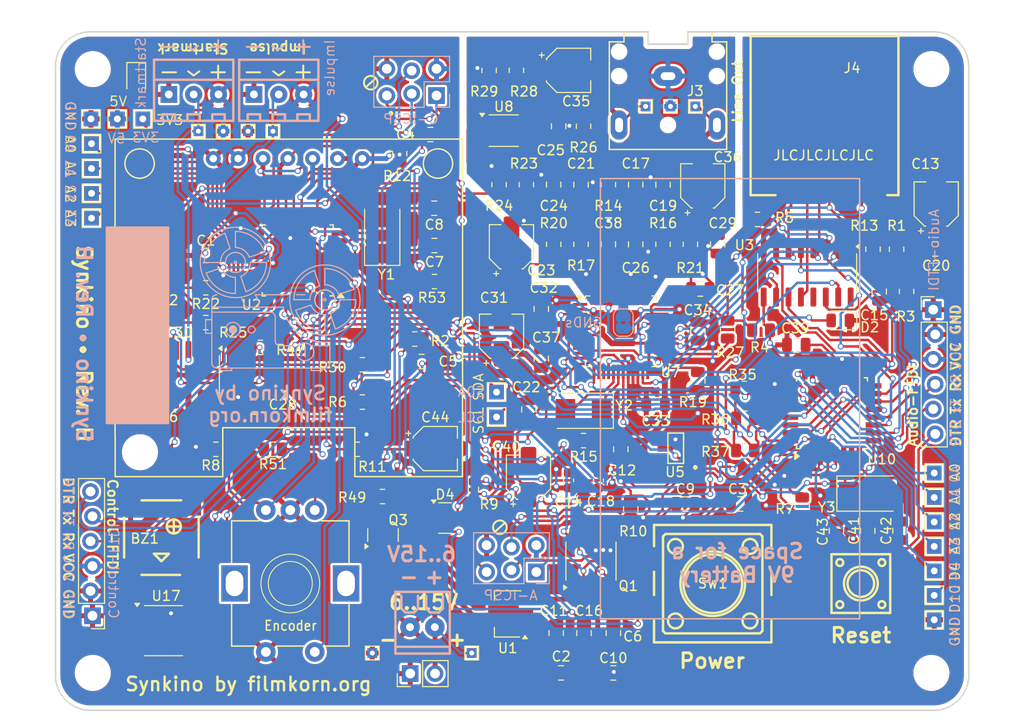
<source format=kicad_pcb>
(kicad_pcb (version 20240108) (generator "pcbnew") (generator_version "8.0")
  (layers (0 "F.Cu" signal "Front") (31 "B.Cu" signal "Back") (34 "B.Paste" user) (35 "F.Paste" user) (36 "B.SilkS" user "B.Silkscreen") (37 "F.SilkS" user "F.Silkscreen") (38 "B.Mask" user) (39 "F.Mask" user) (44 "Edge.Cuts" user))
  (net 0 "")
  (net 1 "Net-(U10-(PCINT8{slash}ADC0)PC0)")
  (net 2 "GND")
  (net 3 "Net-(U10-(PCINT9{slash}ADC1)PC1)")
  (net 4 "Net-(U10-(PCINT10{slash}ADC2)PC2)")
  (net 5 "Net-(U10-(PCINT11{slash}ADC3)PC3)")
  (net 6 "Net-(U10-(PCINT20{slash}XCK{slash}T0)PD4)")
  (net 7 "Net-(U10-(PCINT2{slash}OC1B{slash}~{SS})PB2)")
  (net 8 "Net-(BZ1--)")
  (net 9 "Net-(U2-AREF)")
  (net 10 "+5V")
  (net 11 "Net-(Q3-S)")
  (net 12 "+3V3")
  (net 13 "+1V8")
  (net 14 "Net-(Q1-S2)")
  (net 15 "/RST_3V")
  (net 16 "Net-(C17-Pad2)")
  (net 17 "Net-(X1-DTR)")
  (net 18 "Net-(C19-Pad2)")
  (net 19 "Net-(C21-Pad2)")
  (net 20 "Net-(Q1-G2)")
  (net 21 "Net-(C30-Pad1)")
  (net 22 "Net-(U2-(PCINT6{slash}XTAL1{slash}TOSC1)PB6)")
  (net 23 "Net-(C35-Pad2)")
  (net 24 "Net-(U2-(PCINT7{slash}XTAL2{slash}TOSC2)PB7)")
  (net 25 "Net-(C36-Pad2)")
  (net 26 "Net-(Q1-G1)")
  (net 27 "Net-(U7-XTALO)")
  (net 28 "Net-(U7-XTALI)")
  (net 29 "Net-(U8-NO1)")
  (net 30 "/~{RST}")
  (net 31 "Net-(U8-NO2)")
  (net 32 "/~{PWR_OFF}")
  (net 33 "Net-(U8-COM1)")
  (net 34 "Net-(J2-Pin_2)")
  (net 35 "Net-(U8-COM2)")
  (net 36 "/SDCS_3V")
  (net 37 "/MOSI_3V")
  (net 38 "/SCLK_3V")
  (net 39 "Net-(U7-RCAP)")
  (net 40 "Net-(U10-AREF)")
  (net 41 "Net-(U10-(PCINT6{slash}XTAL1{slash}TOSC1)PB6)")
  (net 42 "/XDCS_5V")
  (net 43 "/SDCS_5V")
  (net 44 "/CS_5V")
  (net 45 "/RST_5V")
  (net 46 "Net-(U10-(PCINT7{slash}XTAL2{slash}TOSC2)PB7)")
  (net 47 "Net-(X3-DTR)")
  (net 48 "/OLED_CS")
  (net 49 "/ROUT")
  (net 50 "/LOUT")
  (net 51 "/GPIO_PLLDWN")
  (net 52 "/AUD_EN")
  (net 53 "Net-(R25-Pad1)")
  (net 54 "Net-(U2-(PCINT8{slash}ADC0)PC0)")
  (net 55 "/FlickImp")
  (net 56 "Net-(U2-(PCINT9{slash}ADC1)PC1)")
  (net 57 "Net-(U2-(PCINT10{slash}ADC2)PC2)")
  (net 58 "/SDA")
  (net 59 "/SCL")
  (net 60 "/OLED_RES")
  (net 61 "/OLED_DC")
  (net 62 "/OLED_MOSI")
  (net 63 "/CTRL_MISO")
  (net 64 "/OLED_CLK")
  (net 65 "Net-(U2-(PCINT11{slash}ADC3)PC3)")
  (net 66 "Net-(D2-A)")
  (net 67 "/CTRL_RXD")
  (net 68 "/CTRL_TXD")
  (net 69 "/MOSI_5V")
  (net 70 "/SCLK_5V")
  (net 71 "/CS_3V")
  (net 72 "/XDCS_3V")
  (net 73 "/Startmark")
  (net 74 "Net-(D3-A)")
  (net 75 "Net-(Q3-G)")
  (net 76 "/DREQ")
  (net 79 "/AU_RXD")
  (net 80 "/AU_TXD")
  (net 81 "GNDA")
  (net 82 "/GBUF")
  (net 84 "Net-(Q2-C)")
  (net 85 "Net-(U2-(PCINT18{slash}INT0)PD2)")
  (net 86 "Net-(U2-(PCINT19{slash}OC2B{slash}INT1)PD3)")
  (net 87 "Net-(U7-RX)")
  (net 88 "Net-(U2-(PCINT20{slash}XCK{slash}T0)PD4)")
  (net 98 "/BUZZ")
  (net 100 "/MISO_3V")
  (net 101 "Net-(J1-Pin_2)")
  (net 102 "Net-(J12-Pin_2)")
  (net 103 "Net-(D4-A)")
  (footprint "Capacitor_SMD:C_0805_2012Metric" (layer "F.Cu") (at 82.042 60.96 180)
    (property "Reference" "C1")
    (property "Value" "100n")
  )
  (footprint "Capacitor_SMD:C_0805_2012Metric" (layer "F.Cu") (at 118.364 103.632)
    (property "Reference" "C2")
    (property "Value" "10u")
  )
  (footprint "Capacitor_SMD:C_0805_2012Metric" (layer "F.Cu") (at 136.672 86.36 180)
    (property "Reference" "C3")
    (property "Value" "10u")
  )
  (footprint "Capacitor_SMD:C_0805_2012Metric" (layer "F.Cu") (at 105 48.6 180)
    (property "Reference" "C4")
    (property "Value" "100n")
  )
  (footprint "Capacitor_SMD:C_0805_2012Metric" (layer "F.Cu") (at 104.1 71.8)
    (property "Reference" "C5")
    (property "Value" "1u")
  )
  (footprint "Capacitor_SMD:C_0805_2012Metric" (layer "F.Cu") (at 123.7 99.568 -90)
    (property "Reference" "C6")
    (property "Value" "100n")
  )
  (footprint "Capacitor_SMD:C_0805_2012Metric" (layer "F.Cu") (at 105.41 59.944 180)
    (property "Reference" "C7")
    (property "Value" "22p")
  )
  (footprint "Capacitor_SMD:C_0805_2012Metric" (layer "F.Cu") (at 105.39 56.134 180)
    (property "Reference" "C8")
    (property "Value" "22p")
  )
  (footprint "Capacitor_SMD:C_0805_2012Metric" (layer "F.Cu") (at 131.064 86.36 180)
    (property "Reference" "C9")
    (property "Value" "10u")
  )
  (footprint "Capacitor_SMD:C_0805_2012Metric" (layer "F.Cu") (at 123.698 103.632 180)
    (property "Reference" "C10")
    (property "Value" "1u")
  )
  (footprint "Capacitor_SMD:C_0805_2012Metric" (layer "F.Cu") (at 117.856 99.568 -90)
    (property "Reference" "C11")
    (property "Value" "1u")
  )
  (footprint "Capacitor_SMD:C_0805_2012Metric" (layer "F.Cu") (at 124.46 80.772 -90)
    (property "Reference" "C12")
    (property "Value" "1u")
  )
  (footprint "Capacitor_SMD:CP_Elec_4x5.8" (layer "F.Cu") (at 156.7 55.7 90)
    (property "Reference" "C13")
    (property "Value" "10u")
  )
  (footprint "Capacitor_SMD:C_0603_1608Metric" (layer "F.Cu") (at 119.126 83.947 -90)
    (property "Reference" "C14")
    (property "Value" "33p")
  )
  (footprint "Capacitor_SMD:C_0805_2012Metric" (layer "F.Cu") (at 150.876 64.643 -90)
    (property "Reference" "C15")
    (property "Value" "100n")
  )
  (footprint "Capacitor_SMD:C_0805_2012Metric" (layer "F.Cu") (at 120.7 99.568 -90)
    (property "Reference" "C16")
    (property "Value" "100n")
  )
  (footprint "Capacitor_SMD:C_0805_2012Metric" (layer "F.Cu") (at 125.984 53.721 -90)
    (property "Reference" "C17")
    (property "Value" "47n")
  )
  (footprint "Capacitor_SMD:C_0603_1608Metric" (layer "F.Cu") (at 122.174 83.947 -90)
    (property "Reference" "C18")
    (property "Value" "33p")
  )
  (footprint "Capacitor_SMD:C_0805_2012Metric" (layer "F.Cu") (at 128.778 53.721 -90)
    (property "Reference" "C19")
    (property "Value" "10n")
  )
  (footprint "Capacitor_SMD:C_0805_2012Metric" (layer "F.Cu") (at 156.6 60.3)
    (property "Reference" "C20")
    (property "Value" "100n")
  )
  (footprint "Capacitor_SMD:C_0805_2012Metric" (layer "F.Cu") (at 120.396 53.721 -90)
    (property "Reference" "C21")
    (property "Value" "10n")
  )
  (footprint "Capacitor_SMD:C_0805_2012Metric" (layer "F.Cu") (at 115.062 76.708 90)
    (property "Reference" "C22")
    (property "Value" "100n")
  )
  (footprint "Capacitor_SMD:CP_Elec_4x5.8" (layer "F.Cu") (at 113.284 60.071 90)
    (property "Reference" "C23")
    (property "Value" "10u")
  )
  (footprint "Capacitor_SMD:C_0805_2012Metric" (layer "F.Cu") (at 117.602 53.721 90)
    (property "Reference" "C24")
    (property "Value" "4n7")
  )
  (footprint "Capacitor_SMD:C_0805_2012Metric" (layer "F.Cu") (at 118.11 47.752 90)
    (property "Reference" "C25")
    (property "Value" "4n7")
  )
  (footprint "Capacitor_SMD:C_0805_2012Metric" (layer "F.Cu") (at 125.984 59.817 -90)
    (property "Reference" "C26")
    (property "Value" "100n")
  )
  (footprint "Capacitor_SMD:C_0805_2012Metric" (layer "F.Cu") (at 132.588 64.389)
    (property "Reference" "C27")
    (property "Value" "100n")
  )
  (footprint "Capacitor_SMD:C_0805_2012Metric" (layer "F.Cu") (at 86.868 76.454 180)
    (property "Reference" "C28")
    (property "Value" "100n")
  )
  (footprint "Capacitor_SMD:C_0805_2012Metric" (layer "F.Cu") (at 134.366 59.817 -90)
    (property "Reference" "C29")
    (property "Value" "100n")
  )
  (footprint "Capacitor_SMD:C_0805_2012Metric" (layer "F.Cu") (at 76.2 67.818 180)
    (property "Reference" "C30")
    (property "Value" "100n")
  )
  (footprint "Capacitor_SMD:CP_Elec_4x5.8" (layer "F.Cu") (at 112.268 69.215 90)
    (property "Reference" "C31")
    (property "Value" "10u")
  )
  (footprint "Capacitor_SMD:C_0805_2012Metric" (layer "F.Cu") (at 116.332 66.421 90)
    (property "Reference" "C32")
    (property "Value" "100n")
  )
  (footprint "Capacitor_SMD:C_0805_2012Metric" (layer "F.Cu") (at 128.016 76.2 180)
    (property "Reference" "C33")
    (property "Value" "100n")
  )
  (footprint "Capacitor_SMD:C_0805_2012Metric" (layer "F.Cu") (at 132.334 68.707 90)
    (property "Reference" "C34")
    (property "Value" "100n")
  )
  (footprint "Capacitor_SMD:CP_Elec_4x5.8" (layer "F.Cu") (at 119.126 42.037)
    (property "Reference" "C35")
    (property "Value" "10u")
  )
  (footprint "Capacitor_SMD:CP_Elec_4x5.8" (layer "F.Cu") (at 132.842 53.848 90)
    (property "Reference" "C36")
    (property "Value" "10u")
  )
  (footprint "Capacitor_SMD:C_0805_2012Metric" (layer "F.Cu") (at 116.332 71.501 90)
    (property "Reference" "C37")
    (property "Value" "100n")
  )
  (footprint "Capacitor_SMD:C_0805_2012Metric" (layer "F.Cu") (at 123.19 59.817 90)
    (property "Reference" "C38")
    (property "Value" "1u")
  )
  (footprint "Capacitor_SMD:C_0805_2012Metric" (layer "F.Cu") (at 142.4 70.1 180)
    (property "Reference" "C39")
    (property "Value" "100n")
  )
  (footprint "Capacitor_SMD:CP_Elec_4x5.8" (layer "F.Cu") (at 115.024 83.625 90)
    (property "Reference" "C40")
    (property "Value" "10u")
  )
  (footprint "Capacitor_SMD:C_0805_2012Metric" (layer "F.Cu") (at 149.7 89.1 90)
    (property "Reference" "C41")
    (property "Value" "22p")
  )
  (footprint "Capacitor_SMD:C_0805_2012Metric" (layer "F.Cu") (at 153 89.1 90)
    (property "Reference" "C42")
    (property "Value" "22p")
  )
  (footprint "Capacitor_SMD:C_0805_2012Metric" (layer "F.Cu") (at 146.5 89.1 -90)
    (property "Reference" "C43")
    (property "Value" "100n")
  )
  (footprint "LED_SMD:LED_0805_2012Metric" (layer "F.Cu") (at 146.9 67.6 180)
    (property "Reference" "D2")
    (property "Value" "LED_ALT")
  )
  (footprint "Peacemans Teile:SJ1-352XNG-3pin" (layer "F.Cu") (at 129.286 42.625 -90)
    (property "Reference" "J3")
    (property "Value" "3.5mm")
  )
  (footprint "easyEDA:SD-SMD_DM3AT-SF-PEJM5" (layer "F.Cu") (at 145.413 47.244 180)
    (property "Reference" "J4")
    (property "Value" "Micro_SD_Card_Det_Hirose_DM3AT")
  )
  (footprint "Package_SO:SOIC-8_3.9x4.9mm_P1.27mm" (layer "F.Cu") (at 121.412 92.202 90)
    (property "Reference" "Q1")
    (property "Value" "IRF7319")
  )
  (footprint "Package_TO_SOT_SMD:SOT-23" (layer "F.Cu") (at 76.2 64.262)
    (property "Reference" "Q2")
    (property "Value" "BC847 o. SS8050")
  )
  (footprint "Resistor_SMD:R_0805_2012Metric" (layer "F.Cu") (at 152.654 60.325 90)
    (property "Reference" "R1")
    (property "Value" "100k")
  )
  (footprint "Resistor_SMD:R_0805_2012Metric" (layer "F.Cu") (at 103.4 69.5)
    (property "Reference" "R2")
    (property "Value" "10k")
  )
  (footprint "Resistor_SMD:R_0805_2012Metric" (layer "F.Cu") (at 153.67 64.643 90)
    (property "Reference" "R3")
    (property "Value" "100k")
  )
  (footprint "Resistor_SMD:R_0805_2012Metric" (layer "F.Cu") (at 138.8 68.6 180)
    (property "Reference" "R4")
    (property "Value" "100k")
  )
  (footprint "Resistor_SMD:R_0805_2012Metric" (layer "F.Cu") (at 138.43 57.277 180)
    (property "Reference" "R5")
    (property "Value" "100k")
  )
  (footprint "Resistor_SMD:R_0805_2012Metric" (layer "F.Cu") (at 98.044 75.946)
    (property "Reference" "R6")
    (property "Value" "100k")
  )
  (footprint "Resistor_SMD:R_0805_2012Metric" (layer "F.Cu") (at 143.002 86.614 -90)
    (property "Reference" "R7")
    (property "Value" "22k")
  )
  (footprint "Resistor_SMD:R_0805_2012Metric" (layer "F.Cu") (at 83.058 80.772 180)
    (property "Reference" "R8")
    (property "Value" "10k")
  )
  (footprint "Resistor_SMD:R_0603_1608Metric" (layer "F.Cu") (at 109.4 84.9 90)
    (property "Reference" "R9")
    (property "Value" "300k")
  )
  (footprint "Resistor_SMD:R_0805_2012Metric" (layer "F.Cu") (at 125.476 86.868 -90)
    (property "Reference" "R10")
    (property "Value" "100k")
  )
  (footprint "Resistor_SMD:R_0805_2012Metric" (layer "F.Cu") (at 97.536 80.772)
    (property "Reference" "R11")
    (property "Value" "10k")
  )
  (footprint "Resistor_SMD:R_0805_2012Metric" (layer "F.Cu") (at 101.854 50.546 90)
    (property "Reference" "R12")
    (property "Value" "10k")
  )
  (footprint "Resistor_SMD:R_0805_2012Metric" (layer "F.Cu") (at 150.241 60.325 -90)
    (property "Reference" "R13")
    (property "Value" "100k")
  )
  (footprint "Resistor_SMD:R_0805_2012Metric" (layer "F.Cu") (at 123.19 53.721 -90)
    (property "Reference" "R14")
    (property "Value" "10")
  )
  (footprint "Resistor_SMD:R_0805_2012Metric" (layer "F.Cu") (at 120.65 79.883 180)
    (property "Reference" "R15")
    (property "Value" "1M")
  )
  (footprint "Resistor_SMD:R_0805_2012Metric" (layer "F.Cu") (at 128.778 59.817 -90)
    (property "Reference" "R16")
    (property "Value" "20")
  )
  (footprint "Resistor_SMD:R_0805_2012Metric" (layer "F.Cu") (at 120.396 59.817 -90)
    (property "Reference" "R17")
    (property "Value" "20")
  )
  (footprint "Resistor_SMD:R_0805_2012Metric" (layer "F.Cu") (at 76.2 60.452)
    (property "Reference" "R18")
    (property "Value" "470k")
  )
  (footprint "Resistor_SMD:R_0805_2012Metric" (layer "F.Cu") (at 132.334 73.787 -90)
    (property "Reference" "R19")
    (property "Value" "100k")
  )
  (footprint "Resistor_SMD:R_0805_2012Metric" (layer "F.Cu") (at 117.602 59.817 90)
    (property "Reference" "R20")
    (property "Value" "470")
  )
  (footprint "Resistor_SMD:R_0805_2012Metric" (layer "F.Cu") (at 131.572 59.817 90)
    (property "Reference" "R21")
    (property "Value" "470")
  )
  (footprint "Resistor_SMD:R_0805_2012Metric" (layer "F.Cu") (at 82.042 64.262 180)
    (property "Reference" "R22")
    (property "Value" "3k3")
  )
  (footprint "Resistor_SMD:R_0805_2012Metric" (layer "F.Cu") (at 114.808 53.721 -90)
    (property "Reference" "R23")
    (property "Value" "100k")
  )
  (footprint "Resistor_SMD:R_0805_2012Metric" (layer "F.Cu") (at 112.014 53.721 -90)
    (property "Reference" "R24")
    (property "Value" "100k")
  )
  (footprint "Resistor_SMD:R_0805_2012Metric" (layer "F.Cu") (at 82.042 67.818 180)
    (property "Reference" "R25")
    (property "Value" "3k3")
  )
  (footprint "Resistor_SMD:R_0805_2012Metric" (layer "F.Cu") (at 120.65 47.752 -90)
    (property "Reference" "R26")
    (property "Value" "100k")
  )
  (footprint "Resistor_SMD:R_0805_2012Metric" (layer "F.Cu") (at 135.382 68.533 -90)
    (property "Reference" "R27")
    (property "Value" "100k")
  )
  (footprint "Resistor_SMD:R_0805_2012Metric" (layer "F.Cu") (at 113.792 42.037 90)
    (property "Reference" "R28")
    (property "Value" "100k")
  )
  (footprint "Resistor_SMD:R_0805_2012Metric" (layer "F.Cu") (at 110.998 42.037 90)
    (property "Reference" "R29")
    (property "Value" "100k")
  )
  (footprint "Resistor_SMD:R_0805_2012Metric" (layer "F.Cu") (at 98.044 72.136)
    (property "Reference" "R30")
    (property "Value" "470")
  )
  (footprint "Resistor_SMD:R_0805_2012Metric" (layer "F.Cu") (at 137.08 74.549)
    (property "Reference" "R35")
    (property "Value" "10k")
  )
  (footprint "Resistor_SMD:R_0805_2012Metric" (layer "F.Cu") (at 137.16 77.597)
    (property "Reference" "R36")
    (property "Value" "10k")
  )
  (footprint "Resistor_SMD:R_0805_2012Metric" (layer "F.Cu") (at 137.16 80.899)
    (property "Reference" "R37")
    (property "Value" "22k")
  )
  (footprint "easyEDA:KEY-SMD_4P-L12.0-W12.0-P5.00-LS15.2" (layer "F.Cu") (at 133.858 94.488)
    (property "Reference" "SW1")
    (property "Value" "Power")
  )
  (footprint "Peacemans Teile:SW_PEC11" (layer "F.Cu") (at 90.678 94.488 180)
    (property "Reference" "SW2")
    (property "Value" "Encoder")
  )
  (footprint "easyEDA:KEY-SMD_4P-L6.0-W6.0-P4.50-LS8.6" (layer "F.Cu") (at 149 94.5)
    (property "Reference" "SW3" (hide yes))
    (property "Value" "Reset")
  )
  (footprint "Package_QFP:TQFP-32_7x7mm_P0.8mm" (layer "F.Cu") (at 91.44 61.468 180)
    (property "Reference" "U2")
    (property "Value" "ATMEGA328P-AU")
  )
  (footprint "Package_SO:SOIC-16_3.9x9.9mm_P1.27mm" (layer "F.Cu") (at 143.51 62.738 -90)
    (property "Reference" "U3")
    (property "Value" "74HC4050")
  )
  (footprint "Peacemans Teile:SPIOLED_no_holes" (layer "F.Cu") (at 90.274 62.064)
    (property "Reference" "U4" (hide yes))
    (property "Value" "SPIOLED128x64")
  )
  (footprint "Peacemans Teile:AP7312" (layer "F.Cu") (at 130.078 80.711 90)
    (property "Reference" "U5")
    (property "Value" "AP7312-1833W6-7")
  )
  (footprint "Package_SO:SOIC-14_3.9x8.7mm_P1.27mm" (layer "F.Cu") (at 78.994 73.152 -90)
    (property "Reference" "U6")
    (property "Value" "74HC14")
  )
  (footprint "Package_QFP:LQFP-48_7x7mm_P0.5mm" (layer "F.Cu") (at 124.46 68.707)
    (property "Reference" "U7")
    (property "Value" "VS1053B")
  )
  (footprint "Package_SO:MSOP-10_3x3mm_P0.5mm_0.2_clearance" (layer "F.Cu") (at 112.5 48.2)
    (property "Reference" "U8")
    (property "Value" "GS3005")
  )
  (footprint "Package_QFP:TQFP-32_7x7mm_P0.8mm" (layer "F.Cu") (at 146.05 77.089 90)
    (property "Reference" "U10")
    (property "Value" "ATMEGA328P-AU")
  )
  (footprint "Connector_PinHeader_2.54mm:PinHeader_1x06_P2.54mm_Vertical_FTDI_displaced" (layer "F.Cu") (at 70.358 97.79 180)
    (property "Reference" "X1" (hide yes))
    (property "Value" "FTDIconn")
  )
  (footprint "Connector_PinHeader_2.54mm:PinHeader_1x06_P2.54mm_Vertical_FTDI_displaced" (layer "F.Cu") (at 156.5 66.5)
    (property "Reference" "X3" (hide yes))
    (property "Value" "FTDIconn")
  )
  (footprint "Crystal:Crystal_SMD_5032-2Pin_5.0x3.2mm" (layer "F.Cu") (at 100.076 58.928 90)
    (property "Reference" "Y1")
    (property "Value" "16Mhz")
  )
  (footprint "Crystal:Crystal_SMD_5032-2Pin_5.0x3.2mm" (layer "F.Cu") (at 120.65 76.835 180)
    (property "Reference" "Y2")
    (property "Value" "12.288MHz")
  )
  (footprint "Crystal:Crystal_SMD_5032-2Pin_5.0x3.2mm" (layer "F.Cu") (at 149.6 85.3)
    (property "Reference" "Y3")
    (property "Value" "16Mhz")
  )
  (footprint "TestPoint:TestPoint_THTPad_1.5x1.5mm_Drill0.7mm_no_name" (layer "F.Cu") (at 156.5 83.2 90)
    (property "Reference" "AA0" (hide yes))
    (property "Value" "AA0")
  )
  (footprint "TestPoint:TestPoint_THTPad_1.5x1.5mm_Drill0.7mm_no_name" (layer "F.Cu") (at 156.5 85.7 90)
    (property "Reference" "AA1" (hide yes))
    (property "Value" "AA1")
  )
  (footprint "TestPoint:TestPoint_THTPad_1.5x1.5mm_Drill0.7mm_no_name" (layer "F.Cu") (at 156.5 88.2)
    (property "Reference" "AA2" (hide yes))
    (property "Value" "AA2")
  )
  (footprint "TestPoint:TestPoint_THTPad_1.5x1.5mm_Drill0.7mm_no_name" (layer "F.Cu") (at 156.5 90.7 90)
    (property "Reference" "AA3" (hide yes))
    (property "Value" "AA3")
  )
  (footprint "TestPoint:TestPoint_THTPad_1.5x1.5mm_Drill0.7mm_no_name" (layer "F.Cu") (at 156.5 93.2 90)
    (property "Reference" "AD4" (hide yes))
    (property "Value" "AD4")
  )
  (footprint "TestPoint:TestPoint_THTPad_1.5x1.5mm_Drill0.7mm_no_name" (layer "F.Cu") (at 156.5 95.7 90)
    (property "Reference" "AD10" (hide yes))
    (property "Value" "AD10")
  )
  (footprint "TestPoint:TestPoint_THTPad_1.5x1.5mm_Drill0.7mm_no_name" (layer "F.Cu") (at 70.358 49.53 -90)
    (property "Reference" "CA0" (hide yes))
    (property "Value" "CA0")
  )
  (footprint "TestPoint:TestPoint_THTPad_1.5x1.5mm_Drill0.7mm_no_name" (layer "F.Cu") (at 70.358 52.07 -90)
    (property "Reference" "CA1" (hide yes))
    (property "Value" "CA1")
  )
  (footprint "TestPoint:TestPoint_THTPad_1.5x1.5mm_Drill0.7mm_no_name" (layer "F.Cu") (at 70.358 54.61 -90)
    (property "Reference" "CA2" (hide yes))
    (property "Value" "CA2")
  )
  (footprint "TestPoint:TestPoint_THTPad_1.5x1.5mm_Drill0.7mm_no_name" (layer "F.Cu") (at 70.358 57.15 -90)
    (property "Reference" "CA3" (hide yes))
    (property "Value" "CA3")
  )
  (footprint "LED_SMD:LED_0805_2012Metric" (layer "F.Cu") (at 74.93 42.926 -90)
    (property "Reference" "D3" (hide yes))
    (property "Value" "LED_ALT")
  )
  (footprint "Resistor_SMD:R_0805_2012Metric" (layer "F.Cu") (at 87.63 70.358)
    (property "Reference" "R47")
    (property "Value" "680")
  )
  (footprint "TestPoint:TestPoint_THTPad_1.5x1.5mm_Drill0.7mm_no_name" (layer "F.Cu") (at 111.76 77.47 90)
    (property "Reference" "SCL1" (hide yes))
    (property "Value" "SCL")
  )
  (footprint "TestPoint:TestPoint_THTPad_1.5x1.5mm_Drill0.7mm_no_name" (layer "F.Cu") (at 111.76 74.93 90)
    (property "Reference" "SDA1" (hide yes))
    (property "Value" "SDA")
  )
  (footprint "TestPoint:TestPoint_THTPad_1.5x1.5mm_Drill0.7mm_no_name" (layer "F.Cu") (at 156.5 98.2)
    (property "Reference" "GND1" (hide yes))
    (property "Value" "GND")
  )
  (footprint "Package_TO_SOT_SMD:SOT-23" (layer "F.Cu") (at 100.15 89.5375 90)
    (property "Reference" "Q3")
    (property "Value" "IRLML2244")
  )
  (footprint "Resistor_SMD:R_0805_2012Metric" (layer "F.Cu") (at 100.1 85.6 180)
    (property "Reference" "R49")
    (property "Value" "100k")
  )
  (footprint "easyEDA:BUZ-SMD_4P-L7.5-W7.5-BR" (layer "F.Cu") (at 77.5 89.8 90)
    (property "Reference" "BZ1")
    (property "Value" "Buzzer")
  )
  (footprint "Resistor_SMD:R_0805_2012Metric" (layer "F.Cu") (at 88.9 80.772)
    (property "Reference" "R51")
    (property "Value" "100")
  )
  (footprint "Package_SO:SOIC-8_3.9x4.9mm_P1.27mm" (layer "F.Cu") (at 77.724 99.314)
    (property "Reference" "U17")
    (property "Value" "24LC256")
  )
  (footprint "TestPoint:TestPoint_THTPad_1.5x1.5mm_Drill0.7mm_no_name" (layer "F.Cu") (at 73 47)
    (property "Reference" "5V1" (hide yes))
    (property "Value" "5V")
  )
  (footprint "Resistor_SMD:R_0805_2012Metric" (layer "F.Cu") (at 105.41 63.627 180)
    (property "Reference" "R53")
    (property "Value" "10k")
  )
  (footprint "TestPoint:TestPoint_THTPad_1.5x1.5mm_Drill0.7mm_no_name" (layer "F.Cu") (at 75.6 47)
    (property "Reference" "3V3" (hide yes))
    (property "Value" "3V3")
  )
  (footprint "TestPoint:TestPoint_THTPad_1.5x1.5mm_Drill0.7mm_no_name" (layer "F.Cu") (at 70.3 47)
    (property "Reference" "GND2" (hide yes))
    (property "Value" "GND")
  )
  (footprint "Peacemans Teile:TestPoint_THTPad_1.0x1.0mm_Drill0.5mm_no_name" (layer "F.Cu") (at 129.54 45.72)
    (property "Reference" "TP9" (hide yes))
    (property "Value" "TestPoint")
  )
  (footprint "Package_TO_SOT_SMD:SOT-89-3" (layer "F.Cu") (at 112.9 97.6 180)
    (property "Reference" "U1")
    (property "Value" "ME6210A50PG")
  )
  (footprint "MountingHole:MountingHole_3.2mm_M3" (layer "F.Cu") (at 156.21 103.632)
    (property "Reference" "REFe" (hide yes))
    (property "Value" "MountingHole_3.2mm_M3")
  )
  (footprint "Peacemans Teile:TestPoint_THTPad_1.0x1.0mm_Drill0.5mm_no_name" (layer "F.Cu") (at 88.9 48.26)
    (property "Reference" "TP4" (hide yes))
    (property "Value" "TestPoint")
  )
  (footprint "Peacemans Teile:TestPoint_THTPad_1.0x1.0mm_Drill0.5mm_no_name" (layer "F.Cu") (at 99.06 101.6)
    (property "Reference" "TP6" (hide yes))
    (property "Value" "TestPoint")
  )
  (footprint "Peacemans Teile:TestPoint_THTPad_1.0x1.0mm_Drill0.5mm_no_name" (layer "F.Cu") (at 132.08 45.72)
    (property "Reference" "TP7" (hide yes))
    (property "Value" "TestPoint")
  )
  (footprint "MountingHole:MountingHole_3.2mm_M3" (layer "F.Cu") (at 156.21 41.91)
    (property "Reference" "REFe" (hide yes))
    (property "Value" "MountingHole_3.2mm_M3" (hide yes))
  )
  (footprint "Peacemans Teile:TestPoint_THTPad_1.0x1.0mm_Drill0.5mm_no_name" (layer "F.Cu") (at 83.82 48.26)
    (property "Reference" "TP1" (hide yes))
    (property "Value" "TestPoint")
  )
  (footprint "Package_TO_SOT_SMD:SOT-23" (layer "F.Cu") (at 106.5 87.8)
    (property "Reference" "D4")
    (property "Value" "BAV99")
  )
  (footprint "MountingHole:MountingHole_3.2mm_M3" (layer "F.Cu") (at 75.311 81.0735)
    (property "Reference" "REFe" (hide yes))
    (property "Value" "MountingHole_3.2mm_M3")
  )
  (footprint "Peacemans Teile:TestPoint_THTPad_1.0x1.0mm_Drill0.5mm_no_name" (layer "F.Cu") (at 127 45.72)
    (property "Reference" "TP8" (hide yes))
    (property "Value" "TestPoint")
  )
  (footprint "Connector_PinHeader_2.54mm:PinHeader_1x02_P2.54mm_Vertical" (layer "F.Cu") (at 102.935 103.7 90)
    (property "Reference" "J14" (hide yes))
    (property "Value" "Pwr Pins")
  )
  (footprint "MountingHole:MountingHole_3.2mm_M3" (layer "F.Cu") (at 70.485 103.632)
    (property "Reference" "REFe" (hide yes))
    (property "Value" "MountingHole_3.2mm_M3")
  )
  (footprint "Peacemans Teile:TestPoint_THTPad_1.0x1.0mm_Drill0.5mm_no_name" (layer "F.Cu") (at 86.36 48.26)
    (property "Reference" "TP3" (hide yes))
    (property "Value" "TestPoint")
  )
  (footprint "MountingHole:MountingHole_3.2mm_M3" (layer "F.Cu") (at 70.485 41.91)
    (property "Reference" "REFe" (hide yes))
    (property "Value" "MountingHole_3.2mm_M3")
  )
  (footprint "Capacitor_SMD:CP_Elec_4x5.8" (layer "F.Cu") (at 105.5 80.7)
    (property "Reference" "C44")
    (property "Value" "10u")
  )
  (footprint "Peacemans Teile:TestPoint_THTPad_1.0x1.0mm_Drill0.5mm_no_name" (layer "F.Cu") (at 81.28 48.26)
    (property "Reference" "TP2" (hide yes))
    (property "Value" "TestPoint")
  )
  (footprint "Peacemans Teile:TestPoint_THTPad_1.0x1.0mm_Drill0.5mm_no_name" (layer "F.Cu") (at 109.22 101.6)
    (property "Reference" "TP5" (hide yes))
    (property "Value" "TestPoint")
  )
  (footprint "easyEDA:CONN-TH_2P-P2.54_MX128-2.54-GN01-02P-CU-Y-A" (layer "B.Cu") (at 104.18 98.95)
    (property "Reference" "J1" (hide yes))
    (property "Value" "Pwr Terminal")
  )
  (footprint "Connector_PinHeader_2.54mm:PinHeader_2x03_P2.54mm_Vertical_displaced" (layer "B.Cu") (at 105.625 44.475 90)
    (property "Reference" "X2" (hide yes))
    (property "Value" "ICSP")
  )
  (footprint "Connector_PinHeader_2.54mm:PinHeader_2x03_P2.54mm_Vertical_displaced" (layer "B.Cu") (at 115.825 93.175 90)
    (property "Reference" "X4" (hide yes))
    (property "Value" "ICSP")
  )
  (footprint "easyEDA:CONN-TH_3P-P2.54_MX128-2.54-03P-GN01-CU-Y-A" (layer "B.Cu") (at 89.5 44.5)
    (property "Reference" "J12" (hide yes))
    (property "Value" "Eye")
  )
  (footprint "easyEDA:CONN-TH_3P-P2.54_MX128-2.54-03P-GN01-CU-Y-A" (layer "B.Cu") (at 80.8 44.5)
    (property "Reference" "J2" (hide yes))
    (property "Value" "Eye")
  )
  (footprint "Jumper:SolderJumper-2_P1.3mm_Bridged2Bar_RoundedPad1.0x1.5mm" (layer "B.Cu") (at 124.714 67.818 90)
    (property "Reference" "JP1" (hide yes))
    (property "Value" "SolderJumper_2_Open")
  )
  (gr_line (start 91.225229 66.559166) (end 92.790128 66.030816) (stroke (width 0.12)) (layer "B.SilkS"))
  (gr_arc (start 97.387547 65.483732) (mid 96.810154 67.309399) (end 95.287981 68.47105) (stroke (width 0.12)) (layer "B.SilkS"))
  (gr_arc (start 88.243547 61.673732) (mid 87.666154 63.499399) (end 86.143981 64.66105) (stroke (width 0.12)) (layer "B.SilkS"))
  (gr_circle (center 94.212547 65.483732) (end 94.085547 65.483732) (stroke (width 0.12)) (fill none) (layer "B.SilkS"))
  (gr_line (start 84.687547 72.722732) (end 83.544547 72.722732) (stroke (width 0.12)) (layer "B.SilkS"))
  (gr_arc (start 85.068547 64.848732) (mid 83.24288 64.271339) (end 82.081229 62.749166) (stroke (width 0.12)) (layer "B.SilkS"))
  (gr_arc (start 94.720547 69.801732) (mid 91.628928 68.972026) (end 89.961152 66.239803) (stroke (width 0.12)) (layer "B.SilkS"))
  (gr_arc (start 91.037547 65.483732) (mid 91.61494 63.658065) (end 93.137113 62.496414) (stroke (width 0.12)) (layer "B.SilkS"))
  (gr_circle (center 85.068547 61.673732) (end 82.528547 64.213732) (stroke (width 0.12)) (fill none) (layer "B.SilkS"))
  (gr_arc (start 95.736547 65.483732) (mid 95.468798 66.346524) (end 94.759631 66.906151) (stroke (width 0.12)) (layer "B.SilkS"))
  (gr_arc (start 86.592547 61.673732) (mid 86.324798 62.536524) (end 85.615631 63.096151) (stroke (width 0.12)) (layer "B.SilkS"))
  (gr_line (start 95.634966 64.936648) (end 97.199865 64.408298) (stroke (width 0.12)) (layer "B.SilkS"))
  (gr_circle (center 92.180547 70.817732) (end 91.545547 71.452732) (stroke (width 0.12)) (fill none) (layer "B.SilkS"))
  (gr_line (start 85.068547 60.149732) (end 85.068547 58.498732) (stroke (width 0.12)) (layer "B.SilkS"))
  (gr_line (start 85.068547 64.848732) (end 85.068547 63.197732) (stroke (width 0.12)) (layer "B.SilkS"))
  (gr_arc (start 85.068547 60.149732) (mid 85.931339 60.417481) (end 86.490966 61.126648) (stroke (width 0.12)) (layer "B.SilkS"))
  (gr_line (start 84.814547 68.531732) (end 84.814547 68.531732) (stroke (width 0.12)) (layer "B.SilkS"))
  (gr_line (start 93.958547 72.722732) (end 92.815547 72.722732) (stroke (width 0.12)) (layer "B.SilkS"))
  (gr_arc (start 94.70728 71.954514) (mid 94.575 72.3) (end 94.245347 72.467932) (stroke (width 0.12)) (layer "B.SilkS"))
  (gr_arc (start 94.212547 68.658732) (mid 92.38688 68.081339) (end 91.225229 66.559166) (stroke (width 0.12)) (layer "B.SilkS"))
  (gr_arc (start 87.481547 65.737732) (mid 87.453898 65.941135) (end 87.372957 66.129778) (stroke (width 0.12)) (layer "B.SilkS"))
  (gr_line (start 84.521463 60.251313) (end 83.993113 58.686414) (stroke (width 0.12)) (layer "B.SilkS"))
  (gr_line (start 86.084547 66.245732) (end 85.703547 65.356732) (stroke (width 0.12)) (layer "B.SilkS"))
  (gr_line (start 95.287981 68.47105) (end 94.759631 66.906151) (stroke (width 0.12)) (layer "B.SilkS"))
  (gr_circle (center 84.814547 68.531732) (end 84.560547 68.785732) (stroke (width 0.12)) (fill none) (layer "B.SilkS"))
  (gr_line (start 82.655547 68.912732) (end 82.020547 68.912732) (stroke (width 0.12)) (layer "B.SilkS"))
  (gr_line (start 86.592547 61.673732) (end 88.243547 61.673732) (stroke (width 0.12)) (layer "B.SilkS"))
  (gr_line (start 83.544547 72.722732) (end 83.544547 72.468732) (stroke (width 0.12)) (layer "B.SilkS"))
  (gr_line (start 94.212547 63.959732) (end 94.212547 62.308732) (stroke (width 0.12)) (layer "B.SilkS"))
  (gr_line (start 94.720547 69.801732) (end 94.720547 71.960732) (stroke (width 0.12)) (layer "B.SilkS"))
  (gr_line (start 92.180547 71.325732) (end 92.180547 70.309732) (stroke (width 0.12)) (layer "B.SilkS"))
  (gr_circle (center 84.814547 68.531732) (end 84.433547 69.166732) (stroke (width 0.12)) (fill none) (layer "B.SilkS"))
  (gr_circle (center 85.068547 61.673732) (end 84.941547 61.673732) (stroke (width 0.12)) (fill none) (layer "B.SilkS"))
  (gr_circle (center 94.212547 65.519834) (end 93.704547 66.408834) (stroke (width 0.12)) (fill none) (layer "B.SilkS"))
  (gr_arc (start 94.212547 62.308732) (mid 96.038214 62.886125) (end 97.199865 64.408298) (stroke (width 0.12)) (layer "B.SilkS"))
  (gr_line (start 82.147547 67.515732) (end 82.655547 67.515732) (stroke (width 0.12)) (layer "B.SilkS"))
  (gr_arc (start 88.624547 66.753732) (mid 88.983757 66.902522) (end 89.132547 67.261732) (stroke (width 0.12)) (layer "B.SilkS"))
  (gr_arc (start 81.893547 61.673732) (mid 82.47094 59.848065) (end 83.993113 58.686414) (stroke (width 0.12)) (layer "B.SilkS"))
  (gr_circle (center 86.719547 68.531732) (end 86.465547 68.785732) (stroke (width 0.12)) (fill none) (layer "B.SilkS"))
  (gr_arc (start 83.163547 72.468732) (mid 82.804337 72.319942) (end 82.655547 71.960732) (stroke (width 0.12)) (layer "B.SilkS"))
  (gr_arc (start 85.068547 58.498732) (mid 86.894214 59.076125) (end 88.055865 60.598298) (stroke (width 0.12)) (layer "B.SilkS"))
  (gr_line (start 86.490966 61.126648) (end 88.055865 60.598298) (stroke (width 0.12)) (layer "B.SilkS"))
  (gr_line (start 95.736547 65.483732) (end 97.387547 65.483732) (stroke (width 0.12)) (layer "B.SilkS"))
  (gr_rect (start 71.882 58.0645) (end 78.232 78.14) (stroke (width 0.15)) (fill solid) (layer "B.SilkS"))
  (gr_circle (center 94.212547 65.483732) (end 93.704547 66.372732) (stroke (width 0.12)) (fill none) (layer "B.SilkS"))
  (gr_line (start 94.212547 68.658732) (end 94.212547 67.007732) (stroke (width 0.12)) (layer "B.SilkS"))
  (gr_arc (start 94.212547 67.007732) (mid 93.349755 66.739983) (end 92.790128 66.030816) (stroke (width 0.12)) (layer "B.SilkS"))
  (gr_line (start 91.037547 65.483732) (end 92.688547 65.483732) (stroke (width 0.12)) (layer "B.SilkS"))
  (gr_line (start 94.720547 70.182732) (end 93.196547 70.182732) (stroke (width 0.12)) (layer "B.SilkS"))
  (gr_line (start 88.624547 66.753732) (end 82.655547 66.753732) (stroke (width 0.12)) (layer "B.SilkS"))
  (gr_arc (start 83.544547 61.673732) (mid 83.812296 60.81094) (end 84.521463 60.251313) (stroke (width 0.12)) (layer "B.SilkS"))
  (gr_line (start 82.020547 68.912732) (end 82.020547 67.515732) (stroke (width 0.12)) (layer "B.SilkS"))
  (gr_line (start 82.081229 62.749166) (end 83.646128 62.220816) (stroke (width 0.12)) (layer "B.SilkS"))
  (gr_line (start 81.893547 61.673732) (end 83.544547 61.673732) (stroke (width 0.12)) (layer "B.SilkS"))
  (gr_line (start 82.020547 67.515732) (end 82.655547 67.515732) (stroke (width 0.12)) (layer "B.SilkS"))
  (gr_circle (center 85.068547 61.673732) (end 84.560547 62.562732) (stroke (width 0.12)) (fill none) (layer "B.SilkS"))
  (gr_arc (start 89.640547 70.182732) (mid 89.281337 70.033942) (end 89.132547 69.674732) (stroke (width 0.12)) (layer "B.SilkS"))
  (gr_circle (center 84.814547 68.531732) (end 84.814547 68.658732) (stroke (width 0.12)) (fill none) (layer "B.SilkS"))
  (gr_line (start 87.481547 65.737732) (end 87.100547 64.975732) (stroke (width 0.12)) (layer "B.SilkS"))
  (gr_arc (start 85.068547 63.197732) (mid 84.205755 62.929983) (end 83.646128 62.220816) (stroke (width 0.12)) (layer "B.SilkS"))
  (gr_line (start 93.958547 72.468732) (end 93.958547 72.722732) (stroke (width 0.12)) (layer "B.SilkS"))
  (gr_rect (start 122.375 53.1) (end 148.875 98.1) (stroke (width 0.15)) (fill none) (layer "B.SilkS"))
  (gr_line (start 94.212547 72.468732) (end 83.163547 72.468732) (stroke (width 0.12)) (layer "B.SilkS"))
  (gr_line (start 94.720547 69.420732) (end 94.720547 69.547732) (stroke (width 0.12)) (layer "B.SilkS"))
  (gr_line (start 84.687547 72.468732) (end 84.687547 72.722732) (stroke (width 0.12)) (layer "B.SilkS"))
  (gr_line (start 86.143981 64.66105) (end 85.615631 63.096151) (stroke (width 0.12)) (layer "B.SilkS"))
  (gr_line (start 93.665463 64.061313) (end 93.137113 62.496414) (stroke (width 0.12)) (layer "B.SilkS"))
  (gr_line (start 92.815547 72.722732) (end 92.815547 72.468732) (stroke (width 0.12)) (layer "B.SilkS"))
  (gr_circle (center 84.814547 68.531732) (end 84.687547 68.785732) (stroke (width 0.12)) (fill none) (layer "B.SilkS"))
  (gr_arc (start 82.655547 65.483732) (mid 82.804337 65.124522) (end 83.163547 64.975732) (stroke (width 0.12)) (layer "B.SilkS"))
  (gr_circle (center 94.212547 65.519834) (end 91.672547 68.059834) (stroke (width 0.12)) (fill none) (layer "B.SilkS"))
  (gr_circle (center 84.814547 68.531732) (end 84.687547 68.658732) (stroke (width 0.12)) (fill none) (layer "B.SilkS"))
  (gr_line (start 82.655547 71.960732) (end 82.655547 65.483732) (stroke (width 0.12)) (layer "B.SilkS"))
  (gr_line (start 89.132547 69.674732) (end 89.132547 67.261732) (stroke (width 0.12)) (layer "B.SilkS"))
  (gr_line (start 92.180547 64.975732) (end 91.291547 64.975732) (stroke (width 0.12)) (layer "B.SilkS"))
  (gr_arc (start 94.212547 63.959732) (mid 95.075339 64.227481) (end 95.634966 64.936648) (stroke (width 0.12)) (layer "B.SilkS"))
  (gr_line (start 91.164547 70.182732) (end 89.640547 70.182732) (stroke (width 0.12)) (layer "B.SilkS"))
  (gr_line (start 89.894547 66.245732) (end 82.655547 66.245732) (stroke (width 0.12)) (layer "B.SilkS"))
  (gr_arc (start 92.688547 65.483732) (mid 92.956296 64.62094) (end 93.665463 64.061313) (stroke (width 0.12)) (layer "B.SilkS"))
  (gr_line (start 87.100547 64.975732) (end 90.402547 64.975732) (stroke (width 0.12)) (layer "B.SilkS"))
  (gr_line (start 98.4 43.756602) (end 99.4 42.856602) (stroke (width 0.2)) (layer "F.SilkS"))
  (gr_circle (center 98.9 43.3) (end 99.597972 43.3) (stroke (width 0.2)) (fill none) (layer "F.SilkS"))
  (gr_circle (center 112.1 88.743398) (end 112.797972 88.743398) (stroke (width 0.2)) (fill none) (layer "F.SilkS"))
  (gr_line (start 111.6 89.2) (end 112.6 88.3) (stroke (width 0.2)) (layer "F.SilkS"))
  (gr_arc (start 156.464 38.1) (mid 158.978472 39.141528) (end 160.02 41.656) (stroke (width 0.15)) (layer "Edge.Cuts"))
  (gr_arc (start 66.675 41.656) (mid 67.716528 39.141528) (end 70.231 38.1) (stroke (width 0.15)) (layer "Edge.Cuts"))
  (gr_arc (start 70.231 107.442) (mid 67.716528 106.400472) (end 66.675 103.886) (stroke (width 0.15)) (layer "Edge.Cuts"))
  (gr_line (start 127.254 38.1) (end 75.184 38.1) (stroke (width 0.15)) (layer "Edge.Cuts"))
  (gr_line (start 72.771 107.442) (end 151.13 107.442) (stroke (width 0.15)) (layer "Edge.Cuts"))
  (gr_line (start 131.318 38.1) (end 156.464 38.1) (stroke (width 0.15)) (layer "Edge.Cuts"))
  (gr_line (start 131.318 39.37) (end 131.318 38.1) (stroke (width 0.15)) (layer "Edge.Cuts"))
  (gr_line (start 127.254 38.1) (end 127.254 39.37) (stroke (width 0.15)) (layer "Edge.Cuts"))
  (gr_line (start 153.924 107.442) (end 156.464 107.442) (stroke (width 0.15)) (layer "Edge.Cuts"))
  (gr_line (start 66.675 41.656) (end 66.675 103.886) (stroke (width 0.15)) (layer "Edge.Cuts"))
  (gr_line (start 160.02 41.656) (end 160.02 103.886) (stroke (width 0.15)) (layer "Edge.Cuts"))
  (gr_line (start 70.231 107.442) (end 72.771 107.442) (stroke (width 0.15)) (layer "Edge.Cuts"))
  (gr_line (start 70.231 38.1) (end 75.184 38.1) (stroke (width 0.15)) (layer "Edge.Cuts"))
  (gr_line (start 151.13 107.442) (end 153.924 107.442) (stroke (width 0.15)) (layer "Edge.Cuts"))
  (gr_arc (start 160.02 103.886) (mid 158.978472 106.400472) (end 156.464 107.442) (stroke (width 0.15)) (layer "Edge.Cuts"))
  (gr_line (start 127.254 39.37) (end 131.318 39.37) (stroke (width 0.15)) (layer "Edge.Cuts"))
  (gr_text "A-ICSP" (at 113.2 95.7 0) (layer "B.SilkS") (effects (font (size 1 1) (thickness 0.125)) (justify mirror)))
  (gr_text "C-ICSP" (at 103 47 0) (layer "B.SilkS") (effects (font (size 1 1) (thickness 0.125)) (justify mirror)))
  (gr_text "+" (at 105.4 93.8 0) (layer "B.SilkS") (effects (font (size 1.5 1.5) (thickness 0.3))))
  (gr_text "6..15V" (at 104.1 91.5 0) (layer "B.SilkS") (effects (font (size 1.5 1.5) (thickness 0.3)) (justify mirror)))
  (gr_text "Synkino • Rev. H" (at 69.596 70 270) (layer "B.SilkS") (effects (font (size 1.5 1.5) (thickness 0.3)) (justify mirror)))
  (gr_text "SCL" (at 109.2 77.5 0) (layer "B.SilkS") (effects (font (size 1 1) (thickness 0.125)) (justify mirror)))
  (gr_text "Startmark" (at 75.4 42.3 90) (layer "B.SilkS") (effects (font (size 1 1) (thickness 0.125)) (justify mirror)))
  (gr_text "Impulse" (at 94.7 41.8 90) (layer "B.SilkS") (effects (font (size 1 1) (thickness 0.125)) (justify mirror)))
  (gr_text "5V\n" (at 72.9 49 0) (layer "B.SilkS") (effects (font (size 1 1) (thickness 0.125)) (justify mirror)))
  (gr_text "3V3" (at 75.9 48.9 0) (layer "B.SilkS") (effects (font (size 1 1) (thickness 0.125)) (justify mirror)))
  (gr_text "-" (at 102.8 93.8 0) (layer "B.SilkS") (effects (font (size 1.5 1.5) (thickness 0.3))))
  (gr_text "D10" (at 159.2 94.5 90) (layer "B.SilkS") (effects (font (size 1 1) (thickness 0.125)) (justify left bottom mirror)))
  (gr_text "A0" (at 67.6 50.5 -90) (layer "B.SilkS") (effects (font (size 1 1) (thickness 0.125)) (justify left bottom mirror)))
  (gr_text "-" (at 86.9 39.5 -0) (layer "B.SilkS") (effects (font (size 1.8 1.8) (thickness 0.2)) (justify mirror)))
  (gr_text "^" (at 89.4 38.2 -180) (layer "B.SilkS") (effects (font (size 3 3) (thickness 0.2)) (justify mirror)))
  (gr_text "Audio-FTDI" (at 156.475 60.4 90) (layer "B.SilkS") (effects (font (size 1 1) (thickness 0.125)) (justify mirror)))
  (gr_text "A1" (at 67.6 53 -90) (layer "B.SilkS") (effects (font (size 1 1) (thickness 0.125)) (justify left bottom mirror)))
  (gr_text "Rx" (at 67.4 91.2 270) (layer "B.SilkS") (effects (font (size 1 1) (thickness 0.125)) (justify left bottom mirror)))
  (gr_text "Tx" (at 159.3 75.5 90) (layer "B.SilkS") (effects (font (size 1 1) (thickness 0.125)) (justify left bottom mirror)))
  (gr_text "GND" (at 68 96.6 270) (layer "B.SilkS") (effects (font (size 1 1) (thickness 0.125)) (justify mirror)))
  (gr_text "GND" (at 158.7 67.6 90) (layer "B.SilkS") (effects (font (size 1 1) (thickness 0.125)) (justify mirror)))
  (gr_text "DTR" (at 67.4 86.5 270) (layer "B.SilkS") (effects (font (size 1 1) (thickness 0.125)) (justify left bottom mirror)))
  (gr_text "GNDs" (at 122.675 68.4 0) (layer "B.SilkS") (effects (font (size 1 1) (thickness 0.125)) (justify left bottom mirror)))
  (gr_text "+" (at 92 39.5 -0) (layer "B.SilkS") (effects (font (size 1.8 1.8) (thickness 0.2)) (justify mirror)))
  (gr_text "Tx" (at 67.4 88.7 270) (layer "B.SilkS") (effects (font (size 1 1) (thickness 0.125)) (justify left bottom mirror)))
  (gr_text "A3" (at 67.6 58.1 -90) (layer "B.SilkS") (effects (font (size 1 1) (thickness 0.125)) (justify left bottom mirror)))
  (gr_text "Space for a \n9V Battery " (at 135.775 92.4 0) (layer "B.SilkS") (effects (font (size 1.5 1.5) (thickness 0.3)) (justify mirror)))
  (gr_text "GND" (at 67.6 48.3 -90) (layer "B.SilkS") (effects (font (size 1 1) (thickness 0.125)) (justify left bottom mirror)))
  (gr_text "GND" (at 159.2 97.8 90) (layer "B.SilkS") (effects (font (size 1 1) (thickness 0.125)) (justify left bottom mirror)))
  (gr_text "A2" (at 67.6 55.6 -90) (layer "B.SilkS") (effects (font (size 1 1) (thickness 0.125)) (justify left bottom mirror)))
  (gr_text "^" (at 80.7 38.2 -180) (layer "B.SilkS") (effects (font (size 3 3) (thickness 0.2)) (justify mirror)))
  (gr_text "VCC" (at 159.3 69.8 90) (layer "B.SilkS") (effects (font (size 1 1) (thickness 0.125)) (justify left bottom mirror)))
  (gr_text "A0" (at 159.2 82.3 90) (layer "B.SilkS") (effects (font (size 1 1) (thickness 0.125)) (justify left bottom mirror)))
  (gr_text "Control-FTDI" (at 72.6 93.2 270) (layer "B.SilkS") (effects (font (size 1 1) (thickness 0.125)) (justify mirror)))
  (gr_text "Synkino by\nfilmkorn.org" (at 88.624547 76.151732 0) (layer "B.SilkS") (effects (font (size 1.4 1.4) (thickness 0.25)) (justify mirror)))
  (gr_text "SDA" (at 109.2 74.9 0) (layer "B.SilkS") (effects (font (size 1 1) (thickness 0.125)) (justify mirror)))
  (gr_text "VCC" (at 67.4 94.4 270) (layer "B.SilkS") (effects (font (size 1 1) (thickness 0.125)) (justify left bottom mirror)))
  (gr_text "+" (at 83.3 39.5 -0) (layer "B.SilkS") (effects (font (size 1.8 1.8) (thickness 0.2)) (justify mirror)))
  (gr_text "A1" (at 159.2 84.7 90) (layer "B.SilkS") (effects (font (size 1 1) (thickness 0.125)) (justify left bottom mirror)))
  (gr_text "D4" (at 159.2 92.2 90) (layer "B.SilkS") (effects (font (size 1 1) (thickness 0.125)) (justify left bottom mirror)))
  (gr_text "A2" (at 159.2 87.2 90) (layer "B.SilkS") (effects (font (size 1 1) (thickness 0.125)) (justify left bottom mirror)))
  (gr_text "Rx" (at 159.3 73 90) (layer "B.SilkS") (effects (font (size 1 1) (thickness 0.125)) (justify left bottom mirror)))
  (gr_text "A3" (at 159.2 89.7 90) (layer "B.SilkS") (effects (font (size 1 1) (thickness 0.125)) (justify left bottom mirror)))
  (gr_text "DTR" (at 159.3 77.7 90) (layer "B.SilkS") (effects (font (size 1 1) (thickness 0.125)) (justify left bottom mirror)))
  (gr_text "-" (at 78.2 39.5 -0) (layer "B.SilkS") (effects (font (size 1.8 1.8) (thickness 0.2)) (justify mirror)))
  (gr_text "Startmark" (at 80.7 39.8 180) (layer "F.SilkS") (effects (font (size 1 1) (thickness 0.2))))
  (gr_text "Impulse" (at 89.4 39.8 180) (layer "F.SilkS") (effects (font (size 1 1) (thickness 0.2))))
  (gr_text "Control-FTDI" (at 72.5 88.7 270) (layer "F.SilkS") (effects (font (size 1 1) (thickness 0.2))))
  (gr_text "GND" (at 68 96.6 270) (layer "F.SilkS") (effects (font (size 1 1) (thickness 0.2))))
  (gr_text "Synkino by filmkorn.org" (at 86.4 104.775 0) (layer "F.SilkS") (effects (font (size 1.4 1.4) (thickness 0.25))))
  (gr_text "Line Out" (at 136.398 44.196 90) (layer "F.SilkS") (effects (font (size 1 1) (thickness 0.2))))
  (gr_text "Synkino • Rev. H" (at 69.596 69.977 270) (layer "F.SilkS") (effects (font (size 1.5 1.5) (thickness 0.3))))
  (gr_text "-     +" (at 104.2 100.2 0) (layer "F.SilkS") (effects (font (size 1.4 1.4) (thickness 0.3))))
  (gr_text "6..15V" (at 104.3 96.4 0) (layer "F.SilkS") (effects (font (size 1.5 1.5) (thickness 0.3))))
  (gr_text "•" (at 100.965 46.355 0) (layer "F.SilkS") (effects (font (size 1 1) (thickness 0.2))))
  (gr_text "•" (at 132.08 82.55 0) (layer "F.SilkS") (effects (font (size 1 1) (thickness 0.2))))
  (gr_text "+" (at 92 42.1 0) (layer "F.SilkS") (effects (font (size 1.8 1.8) (thickness 0.2))))
  (gr_text "-" (at 86.9 42.1 0) (layer "F.SilkS") (effects (font (size 1.8 1.8) (thickness 0.2))))
  (gr_text "SDA" (at 110.5 75.9 90) (layer "F.SilkS") (effects (font (size 1 1) (thickness 0.125)) (justify left bottom)))
  (gr_text "Rx" (at 159.3 75 90) (layer "F.SilkS") (effects (font (size 1 1) (thickness 0.2) (bold yes)) (justify left bottom)))
  (gr_text "GND" (at 159.2 101 90) (layer "F.SilkS") (effects (font (size 1 1) (thickness 0.125)) (justify left bottom)))
  (gr_text "A1" (at 67.6 51.2 270) (layer "F.SilkS") (effects (font (size 1 1) (thickness 0.125)) (justify left bottom)))
  (gr_text "A3" (at 159.2 91.6 90) (layer "F.SilkS") (effects (font (size 1 1) (thickness 0.125)) (justify left bottom)))
  (gr_text "JLCJLCJLCJLC" (at 139.954 51.308 0) (layer "F.SilkS") (effects (font (size 1 1)) (justify left bottom)))
  (gr_text "A2" (at 67.6 53.7 270) (layer "F.SilkS") (effects (font (size 1 1) (thickness 0.125)) (justify left bottom)))
  (gr_text "A2" (at 159.2 89.1 90) (layer "F.SilkS") (effects (font (size 1 1) (thickness 0.125)) (justify left bottom)))
  (gr_text "-" (at 78.3 42.1 0) (layer "F.SilkS") (effects (font (size 1.8 1.8) (thickness 0.2))))
  (gr_text "SCL" (at 110.5 79.3 90) (layer "F.SilkS") (effects (font (size 1 1) (thickness 0.125)) (justify left bottom)))
  (gr_text "^" (at 80.8 40.8 180) (layer "F.SilkS") (effects (font (size 3 3) (thickness 0.2))))
  (gr_text "Rx" (at 67.4 89.1 270) (layer "F.SilkS") (effects (font (size 1 1) (thickness 0.2) (bold yes)) (justify left bottom)))
  (gr_text "^" (at 89.5 40.8 180) (layer "F.SilkS") (effects (font (size 3 3) (thickness 0.2))))
  (gr_text "+" (at 83.3 42.1 0) (layer "F.SilkS") (effects (font (size 1.8 1.8) (thickness 0.2))))
  (gr_text "Power" (at 133.8 102.4 0) (layer "F.SilkS") (effects (font (size 1.5 1.5) (thickness 0.3))))
  (gr_text "3V3" (at 76.9 47.7 0) (layer "F.SilkS") (effects (font (size 1 1) (thickness 0.125)) (justify left bottom)))
  (gr_text "DTR" (at 67.4 83.5 270) (layer "F.SilkS") (effects (font (size 1 1) (thickness 0.2) (bold yes)) (justify left bottom)))
  (gr_text "Tx" (at 159.3 77.3 90) (layer "F.SilkS") (effects (font (size 1 1) (thickness 0.2) (bold yes)) (justify left bottom)))
  (gr_text "VCC" (at 67.4 91.3 270) (layer "F.SilkS") (effects (font (size 1 1) (thickness 0.2) (bold yes)) (justify left bottom)))
  (gr_text "Audio-FTDI" (at 154.3 76.3 90) (layer "F.SilkS") (effects (font (size 1 1) (thickness 0.2))))
  (gr_text "Reset" (at 149 99.8 0) (layer "F.SilkS") (effects (font (size 1.5 1.5) (thickness 0.3))))
  (gr_text "D4" (at 159.2 94.3 90) (layer "F.SilkS") (effects (font (size 1 1) (thickness 0.125)) (justify left bottom)))
  (gr_text "A0" (at 159.2 84.1 90) (layer "F.SilkS") (effects (font (size 1 1) (thickness 0.125)) (justify left bottom)))
  (gr_text "5V" (at 72.1 45.8 0) (layer "F.SilkS") (effects (font (size 1 1) (thickness 0.125)) (justify left bottom)))
  (gr_text "DTR" (at 159.3 80.6 90) (layer "F.SilkS") (effects (font (size 1 1) (thickness 0.2) (bold yes)) (justify left bottom)))
  (gr_text "A0" (at 67.6 48.6 270) (layer "F.SilkS") (effects (font (size 1 1) (thickness 0.125)) (justify left bottom)))
  (gr_text "A1" (at 159.2 86.5 90) (layer "F.SilkS") (effects (font (size 1 1) (thickness 0.125)) (justify left bottom)))
  (gr_text "GND" (at 67.6 45.1 -90) (layer "F.SilkS") (effects (font (size 1 1) (thickness 0.125)) (justify left bottom)))
  (gr_text "VCC" (at 159.3 72.8 90) (layer "F.SilkS") (effects (font (size 1 1) (thickness 0.2) (bold yes)) (justify left bottom)))
  (gr_text "GND" (at 158.7 67.5 90) (layer "F.SilkS") (effects (font (size 1 1) (thickness 0.2))))
  (gr_text "A3" (at 67.6 56.2 270) (layer "F.SilkS") (effects (font (size 1 1) (thickness 0.125)) (justify left bottom)))
  (gr_text "D10" (at 159.2 97.6 90) (layer "F.SilkS") (effects (font (size 1 1) (thickness 0.125)) (justify left bottom)))
  (gr_text "Tx" (at 67.4 86.8 270) (layer "F.SilkS") (effects (font (size 1 1) (thickness 0.2) (bold yes)) (justify left bottom)))
  (segment (start 144.05 72.839) (end 144.083758 72.872758) (width 0.25) (layer "F.Cu") (net 1))
  (segment (start 144.083758 72.872758) (end 144.083758 73.307931) (width 0.25) (layer "F.Cu") (net 1))
  (segment (start 144.083758 73.307931) (end 144.083758 73.732195) (width 0.25) (layer "F.Cu") (net 1))
  (via (at 144.083758 73.732195) (size 0.6) (drill 0.4) (layers "F.Cu" "B.Cu") (net 1))
  (segment (start 150.097585 78.717956) (end 149.069519 78.717956) (width 0.25) (layer "B.Cu") (net 1))
  (segment (start 149.069519 78.717956) (end 144.083758 73.732195) (width 0.25) (layer "B.Cu") (net 1))
  (segment (start 154.579629 83.2) (end 150.097585 78.717956) (width 0.25) (layer "B.Cu") (net 1))
  (segment (start 156.5 83.2) (end 154.579629 83.2) (width 0.25) (layer "B.Cu") (net 1))
  (segment (start 121.174607 67.457) (end 121.702607 66.929) (width 0.25) (layer "F.Cu") (net 2))
  (segment (start 126.111 66.929) (end 126.492 66.548) (width 0.25) (layer "F.Cu") (net 2))
  (segment (start 139.16 86.36) (end 139.3 86.5) (width 0.25) (layer "F.Cu") (net 2))
  (segment (start 120.2975 67.457) (end 121.174607 67.457) (width 0.25) (layer "F.Cu") (net 2))
  (segment (start 123.444 82.804) (end 123.952 82.296) (width 0.25) (layer "F.Cu") (net 2))
  (segment (start 82.804 51.054) (end 85.344 53.594) (width 0.5) (layer "F.Cu") (net 2))
  (segment (start 133.234 75.137) (end 132.334 75.137) (width 0.25) (layer "F.Cu") (net 2))
  (segment (start 125.71 74.844) (end 127.066 76.2) (width 0.25) (layer "F.Cu") (net 2))
  (segment (start 129.71 66.457) (end 128.81 66.457) (width 0.25) (layer "F.Cu") (net 2))
  (segment (start 121.666 66.892393) (end 121.666 66.548) (width 0.25) (layer "F.Cu") (net 2))
  (segment (start 117.996 84.722) (end 117.856 84.582) (width 0.25) (layer "F.Cu") (net 2))
  (segment (start 116.003 82.804) (end 115.024 81.825) (width 0.25) (layer "F.Cu") (net 2))
  (segment (start 125.305736 72.009) (end 125.222 71.925264) (width 0.25) (layer "F.Cu") (net 2))
  (segment (start 117.856 65.532) (end 116.393 65.532) (width 0.25) (layer "F.Cu") (net 2))
  (segment (start 127.066 77.724) (end 127.066 76.2) (width 0.25) (layer "F.Cu") (net 2))
  (segment (start 125.358 72.009) (end 125.73 72.009) (width 0.25) (layer "F.Cu") (net 2))
  (segment (start 146.45 82.389) (end 146.290949 82.548051) (width 0.25) (layer "F.Cu") (net 2))
  (segment (start 126.21 73.057) (end 126.21 72.157) (width 0.25) (layer "F.Cu") (net 2))
  (segment (start 119.126 84.722) (end 117.996 84.722) (width 0.25) (layer "F.Cu") (net 2))
  (segment (start 123.21 71.824898) (end 123.21 73.057) (width 0.25) (layer "F.Cu") (net 2))
  (segment (start 133.858 71.755) (end 133.858 74.513) (width 0.25) (layer "F.Cu") (net 2))
  (segment (start 132.334 75.137) (end 132.334 77.07901) (width 0.25) (layer "F.Cu") (net 2))
  (segment (start 131.759 67.757) (end 130.459 66.457) (width 0.25) (layer "F.Cu") (net 2))
  (segment (start 146.45 81.339) (end 146.45 82.389) (width 0.25) (layer "F.Cu") (net 2))
  (segment (start 146.290949 82.548051) (end 146.247051 82.548051) (width 0.25) (layer "F.Cu") (net 2))
  (segment (start 124.46 81.722) (end 125.047 81.722) (width 0.25) (layer "F.Cu") (net 2))
  (segment (start 125.21 73.057) (end 125.21 72.157) (width 0.25) (layer "F.Cu") (net 2))
  (segment (start 130.459 66.457) (end 129.71 66.457) (width 0.25) (layer "F.Cu") (net 2))
  (segment (start 123.952 82.296) (end 123.952 82.23) (width 0.25) (layer "F.Cu") (net 2))
  (segment (start 121.702607 66.929) (end 126.111 66.929) (width 0.25) (layer "F.Cu") (net 2))
  (segment (start 145.676894 72.865894) (end 145.676894 73.457533) (width 0.25) (layer "F.Cu") (net 2))
  (segment (start 144.85 82.427953) (end 144.997039 82.574992) (width 0.25) (layer "F.Cu") (net 2))
  (segment (start 125.73 72.009) (end 125.71 72.029) (width 0.25) (layer "F.Cu") (net 2))
  (segment (start 88.9 61.722) (end 88.386 61.722) (width 0.25) (layer "F.Cu") (net 2))
  (segment (start 85.344 56.388) (end 85.09 56.642) (width 0.5) (layer "F.Cu") (net 2))
  (segment (start 85.344 53.594) (end 85.344 54.356) (width 0.5) (layer "F.Cu") (net 2))
  (segment (start 149.55 89.9) (end 149.7 90.05) (width 0.25) (layer "F.Cu") (net 2))
  (segment (start 116.393 65.532) (end 116.332 65.471) (width 0.25) (layer "F.Cu") (net 2))
  (segment (start 145.65 72.839) (end 145.676894 72.865894) (width 0.25) (layer "F.Cu") (net 2))
  (segment (start 85.344 54.356) (end 85.344 56.388) (width 0.5) (layer "F.Cu") (net 2))
  (segment (start 121.702607 66.929) (end 121.666 66.892393) (width 0.25) (layer "F.Cu") (net 2))
  (segment (start 125.358 72.009) (end 125.305736 72.009) (width 0.25) (layer "F.Cu") (net 2))
  (segment (start 132.509 67.757) (end 131.759 67.757) (width 0.25) (layer "F.Cu") (net 2))
  (segment (start 88.386 61.722) (end 88.24 61.868) (width 0.25) (layer "F.Cu") (net 2))
  (segment (start 137.622 86.36) (end 139.16 86.36) (width 0.25) (layer "F.Cu") (net 2))
  (segment (start 117.856 82.804) (end 116.003 82.804) (width 0.25) (layer "F.Cu") (net 2))
  (segment (start 148.2 89.9) (end 149.55 89.9) (width 0.25) (layer "F.Cu") (net 2))
  (segment (start 88.24 61.868) (end 87.19 61.868) (width 0.25) (layer "F.Cu") (net 2))
  (segment (start 133.858 69.977) (end 133.858 69.106) (width 0.25) (layer "F.Cu") (net 2))
  (segment (start 125.21 72.157) (end 125.358 72.009) (width 0.25) (layer "F.Cu") (net 2))
  (segment (start 125.222 71.925264) (end 125.222 71.501) (width 0.25) (layer "F.Cu") (net 2))
  (segment (start 125.73 72.009) (end 126.062 72.009) (width 0.25) (layer "F.Cu") (net 2))
  (segment (start 123.2804 71.754498) (end 123.21 71.824898) (width 0.25) (layer "F.Cu") (net 2))
  (segment (start 125.71 72.029) (end 125.71 74.844) (width 0.25) (layer "F.Cu") (net 2))
  (segment (start 81.346 60.706) (end 81.092 60.96) (width 0.25) (layer "F.Cu") (net 2))
  (segment (start 133.858 74.513) (end 133.234 75.137) (width 0.25) (layer "F.Cu") (net 2))
  (segment (start 81.9925 60.706) (end 81.346 60.706) (width 0.25) (layer "F.Cu") (net 2))
  (segment (start 144.85 81.339) (end 144.85 82.427953) (width 0.25) (layer "F.Cu") (net 2))
  (segment (start 126.21 72.157) (end 126.062 72.009) (width 0.25) (layer "F.Cu") (net 2))
  (segment (start 123.952 82.23) (end 124.46 81.722) (width 0.25) (layer "F.Cu") (net 2))
  (segment (start 133.858 69.106) (end 132.509 67.757) (width 0.25) (layer "F.Cu") (net 2))
  (via (at 139.3 86.5) (size 0.6) (drill 0.4) (layers "F.Cu" "B.Cu") (net 2))
  (via (at 123.444 82.804) (size 0.6) (drill 0.4) (layers "F.Cu" "B.Cu") (net 2))
  (via (at 117.856 84.582) (size 0.6) (drill 0.4) (layers "F.Cu" "B.Cu") (net 2))
  (via (at 130.459 66.457) (size 0.6) (drill 0.4) (layers "F.Cu" "B.Cu") (net 2))
  (via (at 127.066 77.724) (size 0.6) (drill 0.4) (layers "F.Cu" "B.Cu") (net 2))
  (via (at 133.858 69.977) (size 0.6) (drill 0.4) (layers "F.Cu" "B.Cu") (net 2))
  (via (at 126.492 66.548) (size 0.6) (drill 0.4) (layers "F.Cu" "B.Cu") (net 2))
  (via (at 117.856 82.804) (size 0.6) (drill 0.4) (layers "F.Cu" "B.Cu") (net 2))
  (via (at 125.222 71.501) (size 0.6) (drill 0.4) (layers "F.Cu" "B.Cu") (net 2))
  (via (at 81.9925 60.706) (size 0.6) (drill 0.4) (layers "F.Cu" "B.Cu") (net 2))
  (via (at 123.568423 84.166469) (size 0.6) (drill 0.4) (layers "F.Cu" "B.Cu") (net 2))
  (via (at 146.247051 82.548051) (size 0.6) (drill 0.4) (layers "F.Cu" "B.Cu") (net 2))
  (via (at 88.9 61.722) (size 0.6) (drill 0.4) (layers "F.Cu" "B.Cu") (net 2))
  (via (at 148.2 89.9) (size 0.6) (drill 0.4) (layers "F.Cu" "B.Cu") (net 2))
  (via (at 144.997039 82.574992) (size 0.6) (drill 0.4) (layers "F.Cu" "B.Cu") (net 2))
  (via (at 121.666 66.548) (size 0.6) (drill 0.4) (layers "F.Cu" "B.Cu") (net 2))
  (via (at 133.858 71.755) (size 0.6) (drill 0.4) (layers "F.Cu" "B.Cu") (net 2))
  (via (at 144.854 85.5) (size 0.6) (drill 0.4) (layers "F.Cu" "B.Cu") (net 2))
  (via (at 123.2804 71.754498) (size 0.6) (drill 0.4) (layers "F.Cu" "B.Cu") (net 2))
  (via (at 85.09 56.642) (size 0.6) (drill 0.4) (layers "F.Cu" "B.Cu") (net 2))
  (via (at 132.334 77.07901) (size 0.6) (drill 0.4) (layers "F.Cu" "B.Cu") (net 2))
  (via (at 117.856 65.532) (size 0.6) (drill 0.4) (layers "F.Cu" "B.Cu") (net 2))
  (segment (start 88.178 101.488) (end 87.488 101.488) (width 0.25) (layer "B.Cu") (net 2))
  (segment (start 123.568423 84.166469) (end 123.568423 82.928423) (width 0.25) (layer "B.Cu") (net 2))
  (segment (start 124.714 68.468) (end 125.464 68.468) (width 0.25) (layer "B.Cu") (net 2))
  (segment (start 126.492 67.44) (end 126.492 66.548) (width 0.25) (layer "B.Cu") (net 2))
  (segment (start 89.408 59.944) (end 86.106 56.642) (width 0.25) (layer "B.Cu") (net 2))
  (segment (start 124.968502 71.754498) (end 125.222 71.501) (width 0.25) (layer "B.Cu") (net 2))
  (segment (start 125.464 68.468) (end 126.492 67.44) (width 0.25) (layer "B.Cu") (net 2))
  (segment (start 126.492 66.548) (end 130.368 66.548) (width 0.25) (layer "B.Cu") (net 2))
  (segment (start 120.904 66.548) (end 119.888 65.532) (width 0.25) (layer "B.Cu") (net 2))
  (segment (start 133.858 69.977) (end 133.858 71.755) (width 0.25) (layer "B.Cu") (net 2))
  (segment (start 130.368 66.548) (end 130.459 66.457) (width 0.25) (layer "B.Cu") (net 2))
  (segment (start 85.09 56.642) (end 81.9925 59.7395) (width 0.25) (layer "B.Cu") (net 2))
  (segment (start 117.856 84.582) (end 117.856 82.804) (width 0.25) (layer "B.Cu") (net 2))
  (segment (start 144.854 85.5) (end 144.4 85.046) (width 0.25) (layer "B.Cu") (net 2))
  (segment (start 88.9 61.138768) (end 89.408 60.630768) (width 0.25) (layer "B.Cu") (net 2))
  (segment (start 121.666 66.548) (end 120.904 66.548) (width 0.25) (layer "B.Cu") (net 2))
  (segment (start 119.888 65.532) (end 117.856 65.532) (width 0.25) (layer "B.Cu") (net 2))
  (segment (start 139.3 86.5) (end 139.4 86.6) (width 0.25) (layer "B.Cu") (net 2))
  (segment (start 86.106 56.642) (end 85.09 56.642) (width 0.25) (layer "B.Cu") (net 2))
  (segment (start 144.4 83.172031) (end 144.997039 82.574992) (width 0.25) (layer "B.Cu") (net 2))
  (segment (start 88.9 61.722) (end 88.9 61.138768) (width 0.25) (layer "B.Cu") (net 2))
  (segment (start 131.68901 77.724) (end 132.334 77.07901) (width 0.25) (layer "B.Cu") (net 2))
  (segment (start 144.9 86.6) (end 148.2 89.9) (width 0.25) (layer "B.Cu") (net 2))
  (segment (start 144.997039 82.574992) (end 146.22011 82.574992) (width 0.25) (layer "B.Cu") (net 2))
  (segment (start 89.408 60.630768) (end 89.408 59.944) (width 0.25) (layer "B.Cu") (net 2))
  (segment (start 144.4 85.046) (end 144.4 83.172031) (width 0.25) (layer "B.Cu") (net 2))
  (segment (start 146.22011 82.574992) (end 146.247051 82.548051) (width 0.25) (layer "B.Cu") (net 2))
  (segment (start 127.066 77.724) (end 131.68901 77.724) (width 0.25) (layer "B.Cu") (net 2))
  (segment (start 123.568423 82.928423) (end 123.444 82.804) (width 0.25) (layer "B.Cu") (net 2))
  (segment (start 139.4 86.6) (end 144.9 86.6) (width 0.25) (layer "B.Cu") (net 2))
  (segment (start 81.9925 59.7395) (end 81.9925 60.706) (width 0.25) (layer "B.Cu") (net 2))
  (segment (start 123.2804 71.754498) (end 124.968502 71.754498) (width 0.25) (layer "B.Cu") (net 2))
  (segment (start 142.8 72.839) (end 142.544 73.095) (width 0.25) (layer "F.Cu") (net 3))
  (segment (start 143.25 72.839) (end 142.8 72.839) (width 0.25) (layer "F.Cu") (net 3))
  (via (at 142.544 73.095) (size 0.6) (drill 0.4) (layers "F.Cu" "B.Cu") (net 3))
  (segment (start 156.5 85.7) (end 155.206767 84.406767) (width 0.25) (layer "B.Cu") (net 3))
  (segment (start 148.616967 79.167967) (end 142.544 73.095) (width 0.25) (layer "B.Cu") (net 3))
  (segment (start 155.206767 84.406767) (end 155.15 84.406767) (width 0.25) (layer "B.Cu") (net 3))
  (segment (start 149.9112 79.167967) (end 148.616967 79.167967) (width 0.25) (layer "B.Cu") (net 3))
  (segment (start 155.15 84.406767) (end 149.9112 79.167967) (width 0.25) (layer "B.Cu") (net 3))
  (segment (start 142.85 74.289) (end 143.091113 74.530113) (width 0.25) (layer "F.Cu") (net 4))
  (segment (start 143.091113 74.530113) (end 143.091113 74.720147) (width 0.25) (layer "F.Cu") (net 4))
  (segment (start 141.8 74.289) (end 142.85 74.289) (width 0.25) (layer "F.Cu") (net 4))
  (via (at 143.091113 74.720147) (size 0.6) (drill 0.4) (layers "F.Cu" "B.Cu") (net 4))
  (segment (start 147.988944 79.617978) (end 143.091113 74.720147) (width 0.25) (layer "B.Cu") (net 4))
  (segment (start 154.7 86.4) (end 154.7 84.593178) (width 0.25) (layer "B.Cu") (net 4))
  (segment (start 156.5 88.2) (end 154.7 86.4) (width 0.25) (layer "B.Cu") (net 4))
  (segment (start 154.7 84.593178) (end 149.7248 79.617978) (width 0.25) (layer "B.Cu") (net 4))
  (segment (start 149.7248 79.617978) (end 147.988944 79.617978) (width 0.25) (layer "B.Cu") (net 4))
  (segment (start 142.800002 75.312934) (end 143.100001 75.612933) (width 0.25) (layer "F.Cu") (net 5))
  (segment (start 141.8 75.089) (end 142.576068 75.089) (width 0.25) (layer "F.Cu") (net 5))
  (segment (start 142.576068 75.089) (end 142.800002 75.312934) (width 0.25) (layer "F.Cu") (net 5))
  (via (at 143.100001 75.612933) (size 0.6) (drill 0.4) (layers "F.Cu" "B.Cu") (net 5))
  (segment (start 154.2 84.729574) (end 149.538404 80.067978) (width 0.25) (layer "B.Cu") (net 5))
  (segment (start 156.5 90.7) (end 154.2 88.4) (width 0.25) (layer "B.Cu") (net 5))
  (segment (start 154.2 88.4) (end 154.2 84.729574) (width 0.25) (layer "B.Cu") (net 5))
  (segment (start 149.538404 80.067978) (end 147.555046 80.067978) (width 0.25) (layer "B.Cu") (net 5))
  (segment (start 147.555046 80.067978) (end 143.100001 75.612933) (width 0.25) (layer "B.Cu") (net 5))
  (segment (start 144.05 81.339) (end 144.05 80.289) (width 0.25) (layer "F.Cu") (net 6))
  (segment (start 145.391105 80.213999) (end 145.804138 79.800966) (width 0.25) (layer "F.Cu") (net 6))
  (segment (start 145.804138 79.800966) (end 146.104137 79.500967) (width 0.25) (layer "F.Cu") (net 6))
  (segment (start 144.125001 80.213999) (end 145.391105 80.213999) (width 0.25) (layer "F.Cu") (net 6))
  (segment (start 144.05 80.289) (end 144.125001 80.213999) (width 0.25) (layer "F.Cu") (net 6))
  (via (at 146.104137 79.500967) (size 0.6) (drill 0.4) (layers "F.Cu" "B.Cu") (net 6))
  (segment (start 147.12117 80.518) (end 146.104137 79.500967) (width 0.25) (layer "B.Cu") (net 6))
  (segment (start 153.7 84.866) (end 149.352 80.518) (width 0.25) (layer "B.Cu") (net 6))
  (segment (start 156.5 93.2) (end 156.4 93.2) (width 0.25) (layer "B.Cu") (net 6))
  (segment (start 156.4 93.2) (end 153.7 90.5) (width 0.25) (layer "B.Cu") (net 6))
  (segment (start 149.352 80.518) (end 147.12117 80.518) (width 0.25) (layer "B.Cu") (net 6))
  (segment (start 153.7 90.5) (end 153.7 84.866) (width 0.25) (layer "B.Cu") (net 6))
  (segment (start 150.3 75.889) (end 152.24 75.889) (width 0.25) (layer "F.Cu") (net 7))
  (segment (start 152.24 75.889) (end 153.634 74.495) (width 0.25) (layer "F.Cu") (net 7))
  (via (at 153.634 74.495) (size 0.6) (drill 0.4) (layers "F.Cu" "B.Cu") (net 7))
  (segment (start 157.599001 94.600999) (end 157.599001 81.999001) (width 0.25) (layer "B.Cu") (net 7))
  (segment (start 156.5 95.7) (end 157.599001 94.600999) (width 0.25) (layer "B.Cu") (net 7))
  (segment (start 153.634 78.034) (end 153.634 74.495) (width 0.25) (layer "B.Cu") (net 7))
  (segment (start 157.599001 81.999001) (end 153.634 78.034) (width 0.25) (layer "B.Cu") (net 7))
  (segment (start 83.332999 83.161001) (end 83.332999 81.667099) (width 0.25) (layer "F.Cu") (net 8))
  (segment (start 80.65 85.844) (end 83.332999 83.161001) (width 0.25) (layer "F.Cu") (net 8))
  (segment (start 86.28 79.502) (end 87.55 80.772) (width 0.25) (layer "F.Cu") (net 8))
  (segment (start 83.133 81.4671) (end 83.133 80.061998) (width 0.25) (layer "F.Cu") (net 8))
  (segment (start 83.133 80.061998) (end 83.692998 79.502) (width 0.25) (layer "F.Cu") (net 8))
  (segment (start 80.65 86.65) (end 80.65 85.844) (width 0.25) (layer "F.Cu") (net 8))
  (segment (start 83.692998 79.502) (end 86.28 79.502) (width 0.25) (layer "F.Cu") (net 8))
  (segment (start 83.332999 81.667099) (end 83.133 81.4671) (width 0.25) (layer "F.Cu") (net 8))
  (segment (start 83.292 61.835) (end 83.628306 62.171306) (width 0.25) (layer "F.Cu") (net 9))
  (segment (start 88.24 61.068) (end 88.490004 60.817996) (width 0.25) (layer "F.Cu") (net 9))
  (segment (start 83.628306 62.171306) (end 83.81038 62.171306) (width 0.25) (layer "F.Cu") (net 9))
  (segment (start 83.292 60.96) (end 83.292 61.835) (width 0.25) (layer "F.Cu") (net 9))
  (segment (start 87.19 61.068) (end 88.24 61.068) (width 0.25) (layer "F.Cu") (net 9))
  (segment (start 88.490004 60.699267) (end 88.490004 60.275003) (width 0.25) (layer "F.Cu") (net 9))
  (segment (start 88.490004 60.817996) (end 88.490004 60.699267) (width 0.25) (layer "F.Cu") (net 9))
  (via (at 83.81038 62.171306) (size 0.6) (drill 0.4) (layers "F.Cu" "B.Cu") (net 9))
  (via (at 88.490004 60.275003) (size 0.6) (drill 0.4) (layers "F.Cu" "B.Cu") (net 9))
  (segment (start 86.593701 62.171306) (end 88.190005 60.575002) (width 0.25) (layer "B.Cu") (net 9))
  (segment (start 83.81038 62.171306) (end 86.593701 62.171306) (width 0.25) (layer "B.Cu") (net 9))
  (segment (start 88.190005 60.575002) (end 88.490004 60.275003) (width 0.25) (layer "B.Cu") (net 9))
  (segment (start 96.815001 60.656005) (end 96.426996 60.268) (width 0.25) (layer "F.Cu") (net 10))
  (segment (start 82.1455 80.772) (end 81.28 80.772) (width 0.25) (layer "F.Cu") (net 10))
  (segment (start 137.3105 73.406) (end 136.1675 74.549) (width 0.25) (layer "F.Cu") (net 10))
  (segment (start 123.317 89.727) (end 122.7 89.727) (width 0.7) (layer "F.Cu") (net 10))
  (segment (start 141.732 83.6) (end 141.732 84.894) (width 0.25) (layer "F.Cu") (net 10))
  (segment (start 121.9 89.874) (end 122.047 89.727) (width 0.25) (layer "F.Cu") (net 10))
  (segment (start 98.470532 80.749968) (end 98.470532 79.248736) (width 0.25) (layer "F.Cu") (net 10))
  (segment (start 90.678 58.674) (end 90.678 59.182) (width 0.25) (layer "F.Cu") (net 10))
  (segment (start 81.28 80.772) (end 81.026 80.518) (width 0.25) (layer "F.Cu") (net 10))
  (segment (start 98.4485 80.772) (end 103.628 80.772) (width 0.25) (layer "F.Cu") (net 10))
  (segment (start 130.81 87.739) (end 130.81 87.74701) (width 0.25) (layer "F.Cu") (net 10))
  (segment (start 147.800498 71.539498) (end 148.05 71.789) (width 0.25) (layer "F.Cu") (net 10))
  (segment (start 78.613 97.409) (end 78.486 97.536) (width 0.25) (layer "F.Cu") (net 10))
  (segment (start 146.520102 83.200002) (end 145.314002 83.200002) (width 0.25) (layer "F.Cu") (net 10))
  (segment (start 136.2475 77.597) (end 136.2475 78.768616) (width 0.25) (layer "F.Cu") (net 10))
  (segment (start 131.378 79.761) (end 130.578 79.761) (width 0.5) (layer "F.Cu") (net 10))
  (segment (start 145.314002 83.200002) (end 145.114004 83.4) (width 0.25) (layer "F.Cu") (net 10))
  (segment (start 122.7 89.727) (end 122.047 89.727) (width 0.7) (layer "F.Cu") (net 10))
  (segment (start 122.6695 91.0695) (end 122.6695 89.7575) (width 0.25) (layer "F.Cu") (net 10))
  (segment (start 124.648 103.632) (end 123.849228 103.632) (width 0.25) (layer "F.Cu") (net 10))
  (segment (start 145.622049 81.366951) (end 145.622049 82.891955) (width 0.25) (layer "F.Cu") (net 10))
  (segment (start 82.1455 80.772) (end 82.1455 80.413102) (width 0.25) (layer "F.Cu") (net 10))
  (segment (start 92.313338 58.674) (end 90.678 58.674) (width 0.25) (layer "F.Cu") (net 10))
  (segment (start 140.2 74.1) (end 139.506 73.406) (width 0.25) (layer "F.Cu") (net 10))
  (segment (start 85.852 58.42) (end 85.598 58.166) (width 0.25) (layer "F.Cu") (net 10))
  (segment (start 141.732 84.894) (end 142.102 85.264) (width 0.25) (layer "F.Cu") (net 10))
  (segment (start 98.4485 80.772) (end 98.470532 80.749968) (width 0.25) (layer "F.Cu") (net 10))
  (segment (start 101.854 51.4585) (end 101.854 50.6455) (width 0.25) (layer "F.Cu") (net 10))
  (segment (start 83.392 64.262) (end 83.392 63.42) (width 0.25) (layer "F.Cu") (net 10))
  (segment (start 125.476 85.047871) (end 124.759999 84.33187) (width 0.25) (layer "F.Cu") (net 10))
  (segment (start 139.894972 84.096383) (end 140.194971 84.396382) (width 0.25) (layer "F.Cu") (net 10))
  (segment (start 127.045999 87.330001) (end 126.746 87.63) (width 0.25) (layer "F.Cu") (net 10))
  (segment (start 96.815001 61.792999) (end 96.815001 61.214) (width 0.25) (layer "F.Cu") (net 10))
  (segment (start 103.628 80.772) (end 103.7 80.7) (width 0.25) (layer "F.Cu") (net 10))
  (segment (start 141.932 83.4) (end 141.732 83.6) (width 0.25) (layer "F.Cu") (net 10))
  (segment (start 145.65 81.339) (end 145.622049 81.366951) (width 0.25) (layer "F.Cu") (net 10))
  (segment (start 96.426996 60.268) (end 95.69 60.268) (width 0.25) (layer "F.Cu") (net 10))
  (segment (start 125.476 85.518) (end 125.476 85.418) (width 0.25) (layer "F.Cu") (net 10))
  (segment (start 85.918 76.754) (end 84.791 75.627) (width 0.25) (layer "F.Cu") (net 10))
  (segment (start 136.1675 74.549) (end 136.1675 77.517) (width 0.25) (layer "F.Cu") (net 10))
  (segment (start 90.678 58.674) (end 88.883222 58.674) (width 0.25) (layer "F.Cu") (net 10))
  (segment (start 145.114004 83.4) (end 141.932 83.4) (width 0.25) (layer "F.Cu") (net 10))
  (segment (start 136.2475 80.899) (end 135.1095 79.761) (width 0.25) (layer "F.Cu") (net 10))
  (segment (start 125.476 85.518) (end 126.692012 85.518) (width 0.25) (layer "F.Cu") (net 10))
  (segment (start 130.578 79.761) (end 130.048 79.761) (width 0.5) (layer "F.Cu") (net 10))
  (segment (start 141.732 83.6) (end 141.619105 83.487105) (width 0.25) (layer "F.Cu") (net 10))
  (segment (start 147.0745 71.539498) (end 147.800498 71.539498) (width 0.25) (layer "F.Cu") (net 10))
  (segment (start 124.759999 84.33187) (end 124.46 84.031871) (width 0.25) (layer "F.Cu") (net 10))
  (segment (start 128.778 80.711) (end 129.578 80.711) (width 0.5) (layer "F.Cu") (net 10))
  (segment (start 147.25 82.470104) (end 146.520102 83.200002) (width 0.25) (layer "F.Cu") (net 10))
  (segment (start 126.692012 85.518) (end 127.371001 86.196989) (width 0.25) (layer "F.Cu") (net 10))
  (segment (start 123.317 91.013311) (end 123.317 89.727) (width 0.25) (layer "F.Cu") (net 10))
  (segment (start 98.651264 79.248736) (end 98.470532 79.248736) (width 0.25) (layer "F.Cu") (net 10))
  (segment (start 122.6695 91.0695) (end 123.373189 91.0695) (width 0.25) (layer "F.Cu") (net 10))
  (segment (start 126.746 87.63) (end 126.746 87.74701) (width 0.25) (layer "F.Cu") (net 10))
  (segment (start 135.1095 79.761) (end 131.378 79.761) (width 0.25) (layer "F.Cu") (net 10))
  (segment (start 147.25 81.339) (end 147.25 82.470104) (width 0.25) (layer "F.Cu") (net 10))
  (segment (start 123.403689 91.1) (end 123.317 91.013311) (width 0.25) (layer "F.Cu") (net 10))
  (segment (start 136.144 77.4935) (end 136.2475 77.597) (width 0.25) (layer "F.Cu") (net 10))
  (segment (start 123.849228 103.632) (end 123.7475 103.530272) (width 0.25) (layer "F.Cu") (net 10))
  (segment (start 136.027 80.401) (end 139.722383 84.096383) (width 0.25) (layer "F.Cu") (net 10))
  (segment (start 132.189 86.36) (end 130.81 87.739) (width 0.25) (layer "F.Cu") (net 10))
  (segment (start 85.852 59.18) (end 85.852 58.42) (width 0.25) (layer "F.Cu") (net 10))
  (segment (start 145.622049 82.891955) (end 145.314002 83.200002) (width 0.25) (layer "F.Cu") (net 10))
  (segment (start 129.578 80.711) (end 130.048 80.241) (width 0.5) (layer "F.Cu") (net 10))
  (segment (start 136.2475 78.768616) (end 136.027 78.989116) (width 0.25) (layer "F.Cu") (net 10))
  (segment (start 122.6695 89.7575) (end 122.7 89.727) (width 0.25) (layer "F.Cu") (net 10))
  (segment (start 88.883222 58.674) (end 88.089222 59.468) (width 0.25) (layer "F.Cu") (net 10))
  (segment (start 121.9 91.1) (end 121.9 89.874) (width 0.25) (layer "F.Cu") (net 10))
  (segment (start 130.048 79.761) (end 128.778 79.761) (width 0.5) (layer "F.Cu") (net 10))
  (segment (start 86.14 59.468) (end 85.852 59.18) (width 0.25) (layer "F.Cu") (net 10))
  (segment (start 136.1675 77.517) (end 136.2475 77.597) (width 0.25) (layer "F.Cu") (net 10))
  (segment (start 142.102 85.264) (end 143.002 85.264) (width 0.25) (layer "F.Cu") (net 10))
  (segment (start 122.6695 91.0695) (end 121.9305 91.0695) (width 0.25) (layer "F.Cu") (net 10))
  (segment (start 93.907338 60.268) (end 92.313338 58.674) (width 0.25) (layer "F.Cu") (net 10))
  (segment (start 88.089222 59.468) (end 87.19 59.468) (width 0.25) (layer "F.Cu") (net 10))
  (segment (start 87.19 59.468) (end 86.14 59.468) (width 0.25) (layer "F.Cu") (net 10))
  (segment (start 95.69 60.268) (end 93.907338 60.268) (width 0.25) (layer "F.Cu") (net 10))
  (segment (start 96.74 61.868) (end 96.815001 61.792999) (width 0.25) (layer "F.Cu") (net 10))
  (segment (start 85.344 75.438) (end 85.918 76.012) (width 0.25) (layer "F.Cu") (net 10))
  (segment (start 121.9305 91.0695) (end 121.9 91.1) (width 0.25) (layer "F.Cu") (net 10))
  (segment (start 130.048 80.241) (end 130.048 79.761) (width 0.5) (layer "F.Cu") (net 10))
  (segment (start 95.69 61.868) (end 96.74 61.868) (width 0.25) (layer "F.Cu") (net 10))
  (segment (start 127.371001 86.196989) (end 127.371002 87.004998) (width 0.25) (layer "F.Cu") (net 10))
  (segment (start 80.199 97.409) (end 78.613 97.409) (width 0.25) (layer "F.Cu") (net 10))
  (segment (start 148.05 71.789) (end 148.05 72.839) (width 0.25) (layer "F.Cu") (net 10))
  (segment (start 84.791 75.627) (end 82.804 75.627) (width 0.25) (layer "F.Cu") (net 10))
  (segment (start 132.314 86.36) (end 132.189 86.36) (width 0.25) (layer "F.Cu") (net 10))
  (segment (start 141.619105 83.487105) (end 141.170793 83.487105) (width 0.25) (layer "F.Cu") (net 10))
  (segment (start 83.392 63.42) (end 83.82 62.992) (width 0.25) (layer "F.Cu") (net 10))
  (segment (start 85.918 76.012) (end 85.918 76.754) (width 0.25) (layer "F.Cu") (net 10))
  (segment (start 96.815001 61.214) (end 96.815001 60.656005) (width 0.25) (layer "F.Cu") (net 10))
  (segment (start 123.373189 91.0695) (end 123.403689 91.1) (width 0.25) (layer "F.Cu") (net 10))
  (segment (start 136.027 78.989116) (end 136.027 80.401) (width 0.25) (layer "F.Cu") (net 10))
  (segment (start 139.506 73.406) (end 137.3105 73.406) (width 0.25) (layer "F.Cu") (net 10))
  (segment (start 127.371002 87.004998) (end 127.045999 87.330001) (width 0.25) (layer "F.Cu") (net 10))
  (segment (start 139.722383 84.096383) (end 139.894972 84.096383) (width 0.25) (layer "F.Cu") (net 10))
  (segment (start 125.476 85.418) (end 125.476 85.047871) (width 0.25) (layer "F.Cu") (net 10))
  (via (at 121.9 91.1) (size 0.6) (drill 0.4) (layers "F.Cu" "B.Cu") (net 10))
  (via (at 126.746 87.74701) (size 0.6) (drill 0.4) (layers "F.Cu" "B.Cu") (net 10))
  (via (at 124.46 84.031871) (size 0.6) (drill 0.4) (layers "F.Cu" "B.Cu") (net 10))
  (via (at 130.81 87.74701) (size 0.6) (drill 0.4) (layers "F.Cu" "B.Cu") (net 10))
  (via (at 140.2 74.1) (size 0.6) (drill 0.4) (layers "F.Cu" "B.Cu") (net 10))
  (via (at 130.048 79.761) (size 0.6) (drill 0.4) (layers "F.Cu" "B.Cu") (net 10))
  (via (at 101.854 50.6455) (size 0.6) (drill 0.4) (layers "F.Cu" "B.Cu") (net 10))
  (via (at 140.194971 84.396382) (size 0.6) (drill 0.4) (layers "F.Cu" "B.Cu") (net 10))
  (via (at 147.0745 71.539498) (size 0.6) (drill 0.4) (layers "F.Cu" "B.Cu") (net 10))
  (via (at 123.403689 91.1) (size 0.6) (drill 0.4) (layers "F.Cu" "B.Cu") (net 10))
  (via (at 85.598 58.166) (size 0.6) (drill 0.4) (layers "F.Cu" "B.Cu") (net 10))
  (via (at 78.486 97.536) (size 0.6) (drill 0.4) (layers "F.Cu" "B.Cu") (net 10))
  (via (at 85.344 75.438) (size 0.6) (drill 0.4) (layers "F.Cu" "B.Cu") (net 10))
  (via (at 83.82 62.992) (size 0.6) (drill 0.4) (layers "F.Cu" "B.Cu") (net 10))
  (via (at 123.7475 103.530272) (size 0.6) (drill 0.4) (layers "F.Cu" "B.Cu") (net 10))
  (via (at 122.6695 91.0695) (size 0.6) (drill 0.4) (layers "F.Cu" "B.Cu") (net 10))
  (via (at 81.026 80.518) (size 0.6) (drill 0.4) (layers "F.Cu" "B.Cu") (net 10))
  (via (at 90.678 59.182) (size 0.6) (drill 0.4) (layers "F.Cu" "B.Cu") (net 10))
  (via (at 98.470532 79.248736) (size 0.6) (drill 0.4) (layers "F.Cu" "B.Cu") (net 10))
  (via (at 141.170793 83.487105) (size 0.6) (drill 0.4) (layers "F.Cu" "B.Cu") (net 10))
  (segment (start 140.261516 84.396382) (end 140.194971 84.396382) (width 0.25) (layer "B.Cu") (net 10))
  (segment (start 114.756 97.79) (end 113.146 97.79) (width 0.25) (layer "F.Cu") (net 11))
  (segment (start 109.366 97.766) (end 113.1432 97.766) (width 0.5) (layer "F.Cu") (net 11))
  (segment (start 116.586 98.87) (end 116.586 102.229) (width 0.25) (layer "F.Cu") (net 11))
  (segment (start 117.414 103.057) (end 117.414 103.632) (width 0.25) (layer "F.Cu") (net 11))
  (segment (start 115.506 97.79) (end 116.586 98.87) (width 0.25) (layer "F.Cu") (net 11))
  (segment (start 116.586 102.229) (end 117.414 103.057) (width 0.25) (layer "F.Cu") (net 11))
  (segment (start 102.075 90.475) (end 109.366 97.766) (width 0.5) (layer "F.Cu") (net 11))
  (segment (start 114.756 97.79) (end 115.506 97.79) (width 0.25) (layer "F.Cu") (net 11))
  (segment (start 101.1 90.475) (end 102.075 90.475) (width 0.5) (layer "F.Cu") (net 11))
  (segment (start 147.955 60.263) (end 148.8055 59.4125) (width 0.25) (layer "F.Cu") (net 12))
  (segment (start 113.898999 83.799999) (end 115.024 84.925) (width 0.25) (layer "F.Cu") (net 12))
  (segment (start 156.591 59.359) (end 155.65 60.3) (width 0.25) (layer "F.Cu") (net 12))
  (segment (start 147.955 58.256) (end 147.955 60.263) (width 0.25) (layer "F.Cu") (net 12))
  (segment (start 136.274 61.075) (end 135.382 61.967) (width 0.25) (layer "F.Cu") (net 12))
  (segment (start 115.024 84.925) (end 115.024 85.425) (width 0.25) (layer "F.Cu") (net 12))
  (segment (start 115.062 77.958) (end 115.062 77.738459) (width 0.25) (layer "F.Cu") (net 12))
  (segment (start 112.159 58.311) (end 112.159 59.5661) (width 0.25) (layer "F.Cu") (net 12))
  (segment (start 145.774 56.075) (end 145.774 54.772) (width 0.25) (layer "F.Cu") (net 12))
  (segment (start 122.21 71.791) (end 122.174 71.755) (width 0.25) (layer "F.Cu") (net 12))
  (segment (start 132.828 65.264) (end 132.338 65.264) (width 0.25) (layer "F.Cu") (net 12))
  (segment (start 130.302 81.661) (end 130.048 81.407) (width 0.25) (layer "F.Cu") (net 12))
  (segment (start 94.234 55.626) (end 95.758 54.102) (width 0.25) (layer "F.Cu") (net 12))
  (segment (start 123.744002 71.129998) (end 124.421004 71.807) (width 0.25) (layer "F.Cu") (net 12))
  (segment (start 126.71 64.357) (end 126.71 63.496998) (width 0.25) (layer "F.Cu") (net 12))
  (segment (start 121.108 71.932) (end 121.171396 71.932) (width 0.25) (layer "F.Cu") (net 12))
  (segment (start 116.112 76.688459) (end 116.112 75.445994) (width 0.25) (layer "F.Cu") (net 12))
  (segment (start 108.9315 55.0835) (end 112.159 58.311) (width 0.25) (layer "F.Cu") (net 12))
  (segment (start 148.8055 59.4125) (end 150.241 59.4125) (width 0.25) (layer "F.Cu") (net 12))
  (segment (start 123.70799 65.786) (end 123.19 66.30399) (width 0.25) (layer "F.Cu") (net 12))
  (segment (start 126.71 63.496998) (end 127.964997 62.242001) (width 0.25) (layer "F.Cu") (net 12))
  (segment (start 120.059997 72.054999) (end 120.985001 72.054999) (width 0.25) (layer "F.Cu") (net 12))
  (segment (start 95.758 54.102) (end 107.19172 54.102) (width 0.25) (layer "F.Cu") (net 12))
  (segment (start 124.21 63.457) (end 124.21 65.528) (width 0.25) (layer "F.Cu") (net 12))
  (segment (start 124.421004 71.807) (end 124.452764 71.807) (width 0.25) (layer "F.Cu") (net 12))
  (segment (start 152.654 59.4125) (end 153.1385 59.4125) (width 0.25) (layer "F.Cu") (net 12))
  (segment (start 80.2 50.1) (end 78.2 50.1) (width 0.25) (layer "F.Cu") (net 12))
  (segment (start 112.4889 59.896) (end 113.284 59.896) (width 0.25) (layer "F.Cu") (net 12))
  (segment (start 135.382 67.6205) (end 135.1845 67.6205) (width 0.25) (layer "F.Cu") (net 12))
  (segment (start 136.908 67.6205) (end 137.8875 68.6) (width 0.25) (layer "F.Cu") (net 12))
  (segment (start 156.591 57.609) (end 156.591 59.359) (width 0.25) (layer "F.Cu") (net 12))
  (segment (start 119.5 97.4) (end 119.074 97.4) (width 0.25) (layer "F.Cu") (net 12))
  (segment (start 124.452764 71.807) (end 124.714 72.068236) (width 0.25) (layer "F.Cu") (net 12))
  (segment (start 119.074 97.4) (end 117.856 98.618) (width 0.25) (layer "F.Cu") (net 12))
  (segment (start 117.277608 85.251597) (end 117.324012 85.298001) (width 0.25) (layer "F.Cu") (net 12))
  (segment (start 113.898999 79.121001) (end 113.898999 83.799999) (width 0.25) (layer "F.Cu") (net 12))
  (segment (start 119.5 97.4) (end 120.652 98.552) (width 0.25) (layer "F.Cu") (net 12))
  (segment (start 122.21 71.664) (end 122.21 72.8695) (width 0.25) (layer "F.Cu") (net 12))
  (segment (start 113.284 59.896) (end 113.284 61.871) (width 0.25) (layer "F.Cu") (net 12))
  (segment (start 115.062 77.958) (end 113.898999 79.121001) (width 0.25) (layer "F.Cu") (net 12))
  (segment (start 153.1385 59.4125) (end 153.924 60.198) (width 0.25) (layer "F.Cu") (net 12))
  (segment (start 131.638 62.562001) (end 131.318 62.242001) (width 0.25) (layer "F.Cu") (net 12))
  (segment (start 131.463 64.389) (end 131.338 64.389) (width 0.25) (layer "F.Cu") (net 12))
  (segment (start 156.7 57.5) (end 156.591 57.609) (width 0.25) (layer "F.Cu") (net 12))
  (segment (start 122.672002 71.129998) (end 123.744002 71.129998) (width 0.25) (layer "F.Cu") (net 12))
  (segment (start 145.846 54.7) (end 145.846 55.004002) (width 0.25) (layer "F.Cu") (net 12))
  (segment (start 124.714 72.068236) (end 124.714 77.978) (width 0.25) (layer "F.Cu") (net 12))
  (segment (start 122.174 71.628) (end 122.21 71.664) (width 0.25) (layer "F.Cu") (net 12))
  (segment (start 124.21 65.528) (end 123.952 65.786) (width 0.25) (layer "F.Cu") (net 12))
  (segment (start 115.024 77.996) (end 115.062 77.958) (width 0.25) (layer "F.Cu") (net 12))
  (segment (start 115.062 77.738459) (end 116.112 76.688459) (width 0.25) (layer "F.Cu") (net 12))
  (segment (start 107.19172 54.102) (end 108.17322 55.0835) (width 0.25) (layer "F.Cu") (net 12))
  (segment (start 135.382 61.967) (end 135.382 67.183) (width 0.25) (layer "F.Cu") (net 12))
  (segment (start 132.338 65.264) (end 131.463 64.389) (width 0.25) (layer "F.Cu") (net 12))
  (segment (start 117.324012 85.298001) (end 117.624011 85.598) (width 0.25) (layer "F.Cu") (net 12))
  (segment (start 155.65 60.3) (end 154.026 60.3) (width 0.25) (layer "F.Cu") (net 12))
  (segment (start 131.638 64.389) (end 131.638 62.562001) (width 0.25) (layer "F.Cu") (net 12))
  (segment (start 126.982177 67.957) (end 128.81 67.957) (width 0.25) (layer "F.Cu") (net 12))
  (segment (start 153.924 63.4765) (end 153.67 63.7305) (width 0.25) (layer "F.Cu") (net 12))
  (segment (start 123.21 66.28399) (end 123.19 66.30399) (width 0.25) (layer "F.Cu") (net 12))
  (segment (start 121.475396 71.628) (end 122.174 71.628) (width 0.25) (layer "F.Cu") (net 12))
  (segment (start 120.985001 72.054999) (end 121.108 71.932) (width 0.25) (layer "F.Cu") (net 12))
  (segment (start 123.21 64.357) (end 123.21 66.28399) (width 0.25) (layer "F.Cu") (net 12))
  (segment (start 117.604998 74.509996) (end 120.059997 72.054999) (width 0.25) (layer "F.Cu") (net 12))
  (segment (start 126.892379 68.046798) (end 126.982177 67.957) (width 0.25) (layer "F.Cu") (net 12))
  (segment (start 135.1845 67.6205) (end 132.828 65.264) (width 0.25) (layer "F.Cu") (net 12))
  (segment (start 116.112 75.445994) (end 117.047998 74.509996) (width 0.25) (layer "F.Cu") (net 12))
  (segment (start 120.652 98.552) (end 121.092 98.552) (width 0.25) (layer "F.Cu") (net 12))
  (segment (start 108.17322 55.0835) (end 108.9315 55.0835) (width 0.25) (layer "F.Cu") (net 12))
  (segment (start 113.284 61.871) (end 116.183 61.871) (width 0.25) (layer "F.Cu") (net 12))
  (segment (start 135.382 67.6205) (end 136.908 67.6205) (width 0.25) (layer "F.Cu") (net 12))
  (segment (start 123.952 65.786) (end 123.70799 65.786) (width 0.25) (layer "F.Cu") (net 12))
  (segment (start 78.2 50.1) (end 75.6 47.5) (width 0.25) (layer "F.Cu") (net 12))
  (segment (start 112.159 59.5661) (end 112.4889 59.896) (width 0.25) (layer "F.Cu") (net 12))
  (segment (start 121.402533 68.457) (end 121.411555 68.466022) (width 0.25) (layer "F.Cu") (net 12))
  (segment (start 127.964997 62.242001) (end 131.318 62.242001) (width 0.25) (layer "F.Cu") (net 12))
  (segment (start 117.047998 74.509996) (end 117.604998 74.509996) (width 0.25) (layer "F.Cu") (net 12))
  (segment (start 145.774 54.772) (end 145.846 54.7) (width 0.25) (layer "F.Cu") (net 12))
  (segment (start 121.171396 71.932) (end 121.475396 71.628) (width 0.25) (layer "F.Cu") (net 12))
  (segment (start 150.241 59.4125) (end 152.654 59.4125) (width 0.25) (layer "F.Cu") (net 12))
  (segment (start 75.6 47.5) (end 75.6 47) (width 0.25) (layer "F.Cu") (net 12))
  (segment (start 145.774 56.075) (end 147.955 58.256) (width 0.25) (layer "F.Cu") (net 12))
  (segment (start 116.183 61.871) (end 116.332 61.722) (width 0.25) (layer "F.Cu") (net 12))
  (segment (start 115.197403 85.251597) (end 117.277608 85.251597) (width 0.25) (layer "F.Cu") (net 12))
  (segment (start 131.378 81.661) (end 130.302 81.661) (width 0.25) (layer "F.Cu") (net 12))
  (segment (start 153.924 60.198) (end 153.924 63.4765) (width 0.25) (layer "F.Cu") (net 12))
  (segment (start 115.024 85.425) (end 115.197403 85.251597) (width 0.25) (layer "F.Cu") (net 12))
  (segment (start 122.174 71.628) (end 122.672002 71.129998) (width 0.25) (layer "F.Cu") (net 12))
  (segment (start 120.11 68.457) (end 121.402533 68.457) (width 0.25) (layer "F.Cu") (net 12))
  (segment (start 154.026 60.3) (end 153.924 60.198) (width 0.25) (layer "F.Cu") (net 12))
  (via (at 136.274 61.075) (size 0.6) (drill 0.4) (layers "F.Cu" "B.Cu") (net 12))
  (via (at 121.666 68.466022) (size 0.6) (drill 0.4) (layers "F.Cu" "B.Cu") (net 12))
  (via (at 145.796 56.075) (size 0.6) (drill 0.4) (layers "F.Cu" "B.Cu") (net 12))
  (via (at 122.174 71.628) (size 0.6) (drill 0.4) (layers "F.Cu" "B.Cu") (net 12))
  (via (at 126.892379 68.046798) (size 0.6) (drill 0.4) (layers "F.Cu" "B.Cu") (net 12))
  (via (at 80.2 50.1) (size 0.6) (drill 0.4) (layers "F.Cu" "B.Cu") (net 12))
  (via (at 130.048 81.407) (size 0.6) (drill 0.4) (layers "F.Cu" "B.Cu") (net 12))
  (via (at 117.624011 85.598) (size 0.6) (drill 0.4) (layers "F.Cu" "B.Cu") (net 12))
  (via (at 123.19 66.30399) (size 0.6) (drill 0.4) (layers "F.Cu" "B.Cu") (net 12))
  (via (at 94.234 55.626) (size 0.6) (drill 0.4) (layers "F.Cu" "B.Cu") (net 12))
  (via (at 124.714 77.978) (size 0.6) (drill 0.4) (layers "F.Cu" "B.Cu") (net 12))
  (via (at 119.5 97.4) (size 0.6) (drill 0.4) (layers "F.Cu" "B.Cu") (net 12))
  (segment (start 126.0605 69.2655) (end 125.73 69.596) (width 0.25) (layer "B.Cu") (net 12))
  (segment (start 136.274 61.075) (end 141.274 56.075) (width 0.25) (layer "B.Cu") (net 12))
  (segment (start 117.015922 86.704989) (end 117.624011 86.0969) (width 0.25) (layer "B.Cu") (net 12))
  (segment (start 117.46501 87.832123) (end 117.015922 87.383035) (width 0.25) (layer "B.Cu") (net 12))
  (segment (start 117.602 95.502) (end 117.602 90.080587) (width 0.25) (layer "B.Cu") (net 12))
  (segment (start 80.645 50.545) (end 80.645 54.025834) (width 0.25) (layer "B.Cu") (net 12))
  (segment (start 129.441872 80.800872) (end 129.748001 81.107001) (width 0.25) (layer "B.Cu") (net 12))
  (segment (start 126.282677 68.6565) (end 126.282677 68.800439) (width 0.25) (layer "B.Cu") (net 12))
  (segment (start 122.174 71.628) (end 122.174 69.228467) (width 0.25) (layer "B.Cu") (net 12))
  (segment (start 122.174 69.228467) (end 121.411555 68.466022) (width 0.25) (layer "B.Cu") (net 12))
  (segment (start 123.952 69.596) (end 123.19 68.834) (width 0.25) (layer "B.Cu") (net 12))
  (segment (start 119.5 97.4) (end 117.602 95.502) (width 0.25) (layer "B.Cu") (net 12))
  (segment (start 117.624011 86.0969) (end 117.624011 85.598) (width 0.25) (layer "B.Cu") (net 12))
  (segment (start 123.19 68.834) (end 123.19 66.30399) (width 0.25) (layer "B.Cu") (net 12))
  (segment (start 80.645 54.025834) (end 82.275156 55.65599) (width 0.25) (layer "B.Cu") (net 12))
  (segment (start 82.275156 55.65599) (end 91.96531 55.65599) (width 0.25) (layer "B.Cu") (net 12))
  (segment (start 123.19 66.687577) (end 123.19 66.30399) (width 0.25) (layer "B.Cu") (net 12))
  (segment (start 117.602 90.080587) (end 117.46501 89.943597) (width 0.25) (layer "B.Cu") (net 12))
  (segment (start 124.714 77.978) (end 127.536872 80.800872) (width 0.25) (layer "B.Cu") (net 12))
  (segment (start 129.748001 81.107001) (end 130.048 81.407) (width 0.25) (layer "B.Cu") (net 12))
  (segment (start 141.274 56.075) (end 145.774 56.075) (width 0.25) (layer "B.Cu") (net 12))
  (segment (start 126.0605 69.022616) (end 126.0605 69.2655) (width 0.25) (layer "B.Cu") (net 12))
  (segment (start 126.282677 68.800439) (end 126.0605 69.022616) (width 0.25) (layer "B.Cu") (net 12))
  (segment (start 126.892379 68.046798) (end 126.282677 68.6565) (width 0.25) (layer "B.Cu") (net 12))
  (segment (start 117.015922 87.383035) (end 117.015922 86.704989) (width 0.25) (layer "B.Cu") (net 12))
  (segment (start 117.46501 89.943597) (end 117.46501 87.832123) (width 0.25) (layer "B.Cu") (net 12))
  (segment (start 80.2 50.1) (end 80.645 50.545) (width 0.25) (layer "B.Cu") (net 12))
  (segment (start 91.9953 55.626) (end 94.234 55.626) (width 0.25) (layer "B.Cu") (net 12))
  (segment (start 127.536872 80.800872) (end 129.441872 80.800872) (width 0.25) (layer "B.Cu") (net 12))
  (segment (start 125.73 69.596) (end 123.952 69.596) (width 0.25) (layer "B.Cu") (net 12))
  (segment (start 121.411555 68.466022) (end 123.19 66.687577) (width 0.25) (layer "B.Cu") (net 12))
  (segment (start 91.96531 55.65599) (end 91.9953 55.626) (width 0.25) (layer "B.Cu") (net 12))
  (segment (start 121.943022 67.841022) (end 122.466 68.364) (width 0.25) (layer "F.Cu") (net 13))
  (segment (start 122.555 68.961) (end 122.555 68.453) (width 0.6) (layer "F.Cu") (net 13))
  (segment (start 120.11 68.957) (end 118.495 68.957) (width 0.3) (layer "F.Cu") (net 13))
  (segment (start 114.721 71.015) (end 116.332 72.626) (width 0.6) (layer "F.Cu") (net 13))
  (segment (start 128.966 77.930999) (end 128.966 73.471942) (width 0.6) (layer "F.Cu") (net 13))
  (segment (start 121.01 68.957) (end 120.11 68.957) (width 0.3) (layer "F.Cu") (net 13))
  (segment (start 130.297116 67.828) (end 130.82 67.828) (width 0.25) (layer "F.Cu") (net 13))
  (segment (start 126.882998 80.014001) (end 128.966 77.930999) (width 0.6) (layer "F.Cu") (net 13))
  (segment (start 124.541 79.903) (end 126.994 79.903) (width 0.6) (layer "F.Cu") (net 13))
  (segment (start 120.2975 67.957) (end 121.291138 67.957) (width 0.25) (layer "F.Cu") (net 13))
  (segment (start 124.46 79.822) (end 124.541 79.903) (width 0.6) (layer "F.Cu") (net 13))
  (segment (start 126.882998 81.979876) (end 126.882998 80.014001) (width 0.6) (layer "F.Cu") (net 13))
  (segment (start 117.778629 71.082) (end 117.778629 69.673371) (width 0.6) (layer "F.Cu") (net 13))
  (segment (start 128.6225 68.457) (end 129.668116 68.457) (width 0.25) (layer "F.Cu") (net 13))
  (segment (start 128.340002 72.845944) (end 127.421056 72.845944) (width 0.6) (layer "F.Cu") (net 13))
  (segment (start 127.335 69.931) (end 125.695629 69.931) (width 0.3) (layer "F.Cu") (net 13))
  (segment (start 130.82 67.828) (end 132.334 69.342) (width 0.25) (layer "F.Cu") (net 13))
  (segment (start 120.11 67.957) (end 121.02041 67.957) (width 0.3) (layer "F.Cu") (net 13))
  (segment (start 117.31 71.550629) (end 117.778629 71.082) (width 0.6) (layer "F.Cu") (net 13))
  (segment (start 129.668116 68.457) (end 130.297116 67.828) (width 0.25) (layer "F.Cu") (net 13))
  (segment (start 121.291138 67.957) (end 121.341138 67.907) (width 0.25) (layer "F.Cu") (net 13))
  (segment (start 121.273094 68.957) (end 121.407116 69.091022) (width 0.25) (layer "F.Cu") (net 13))
  (segment (start 121.341138 67.907) (end 121.361003 67.907) (width 0.25) (layer "F.Cu") (net 13))
  (segment (start 118.495 68.957) (end 117.992998 69.459002) (width 0.6) (layer "F.Cu") (net 13))
  (segment (start 127.335 68.90388) (end 127.335 69.931) (width 0.3) (layer "F.Cu") (net 13))
  (segment (start 118.618 67.957) (end 117.493 67.957) (width 0.6) (layer "F.Cu") (net 13))
  (segment (start 118.618 68.834) (end 118.495 68.957) (width 0.3) (layer "F.Cu") (net 13))
  (segment (start 128.966 73.471942) (end 128.340002 72.845944) (width 0.6) (layer "F.Cu") (net 13))
  (segment (start 123.525 69.931) (end 122.555 68.961) (width 0.6) (layer "F.Cu") (net 13))
  (segment (start 117.778629 69.673371) (end 117.992998 69.459002) (width 0.6) (layer "F.Cu") (net 13))
  (segment (start 132.334 69.342) (end 132.334 69.657) (width 0.25) (layer "F.Cu") (net 13))
  (segment (start 127.207111 82.303989) (end 126.882998 81.979876) (width 0.6) (layer "F.Cu") (net 13))
  (segment (start 118.618 67.957) (end 120.11 67.957) (width 0.3) (layer "F.Cu") (net 13))
  (segment (start 121.361003 67.907) (end 121.426981 67.841022) (width 0.25) (layer "F.Cu") (net 13))
  (segment (start 121.407116 69.091022) (end 121.924884 69.091022) (width 0.25) (layer "F.Cu") (net 13))
  (segment (start 128.135011 82.303989) (end 127.207111 82.303989) (width 0.6) (layer "F.Cu") (net 13))
  (segment (start 128.6225 68.457) (end 127.78188 68.457) (width 0.3) (layer "F.Cu") (net 13))
  (segment (start 116.332 72.626) (end 117.31 71.648) (width 0.6) (layer "F.Cu") (net 13))
  (segment (start 127.21 72.8695) (end 127.335 72.7445) (width 0.3) (layer "F.Cu") (net 13))
  (segment (start 127.335 72.7445) (end 127.335 69.931) (width 0.3) (layer "F.Cu") (net 13))
  (segment (start 118.618 67.957) (end 118.618 68.834) (width 0.6) (layer "F.Cu") (net 13))
  (segment (start 117.493 67.957) (end 117.207 67.671) (width 0.6) (layer "F.Cu") (net 13))
  (segment (start 117.31 71.648) (end 117.31 71.550629) (width 0.6) (layer "F.Cu") (net 13))
  (segment (start 128.778 81.661) (end 128.135011 82.303989) (width 0.6) (layer "F.Cu") (net 13))
  (segment (start 121.924884 69.091022) (end 122.466 68.549906) (width 0.25) (layer "F.Cu") (net 13))
  (segment (start 112.268 71.015) (end 114.721 71.015) (width 0.6) (layer "F.Cu") (net 13))
  (segment (start 121.426981 67.841022) (end 121.943022 67.841022) (width 0.25) (layer "F.Cu") (net 13))
  (segment (start 125.695629 69.931) (end 123.525 69.931) (width 0.6) (layer "F.Cu") (net 13))
  (segment (start 120.2975 68.957) (end 121.273094 68.957) (width 0.25) (layer "F.Cu") (net 13))
  (segment (start 122.466 68.549906) (end 122.466 68.364) (width 0.25) (layer "F.Cu") (net 13))
  (segment (start 117.207 67.671) (end 116.332 67.671) (width 0.6) (layer "F.Cu") (net 13))
  (segment (start 127.78188 68.457) (end 127.335 68.90388) (width 0.3) (layer "F.Cu") (net 13))
  (segment (start 122.1 97.256) (end 122.1 99.5) (width 0.5) (layer "F.Cu") (net 14))
  (segment (start 119.292316 96.29) (end 119.102316 96.1) (width 0.5) (layer "F.Cu") (net 14))
  (segment (start 103.124 84.827208) (end 101.6 83.303208) (width 0.5) (layer "F.Cu") (net 14))
  (segment (start 121.916095 93.041884) (end 122.305979 92.652) (width 0.25) (layer "F.Cu") (net 14))
  (segment (start 132.409988 88.372012) (end 134.422 86.36) (width 0.25) (layer "F.Cu") (net 14))
  (segment (start 100.584 73.2) (end 100.584 71.12) (width 0.25) (layer "F.Cu") (net 14))
  (segment (start 102.204 69.5) (end 102.4875 69.5) (width 0.25) (layer "F.Cu") (net 14))
  (segment (start 124.299824 92.652) (end 124.95 92.001824) (width 0.25) (layer "F.Cu") (net 14))
  (segment (start 122.047 95.377) (end 122.047 93.690557) (width 0.25) (layer "F.Cu") (net 14))
  (segment (start 97.2 74.2) (end 97.1315 74.2685) (width 0.25) (layer "F.Cu") (net 14))
  (segment (start 102.4875 69.5) (end 102.4875 70.5125) (width 0.25) (layer "F.Cu") (net 14))
  (segment (start 100.584 71.12) (end 102.204 69.5) (width 0.25) (layer "F.Cu") (net 14))
  (segment (start 121.134 96.29) (end 122.047 95.377) (width 0.5) (layer "F.Cu") (net 14))
  (segment (start 121.134 96.29) (end 122.1 97.256) (width 0.5) (layer "F.Cu") (net 14))
  (segment (start 101.6 83.303208) (end 101.6 82.423) (width 0.5) (layer "F.Cu") (net 14))
  (segment (start 121.134 96.29) (end 119.292316 96.29) (width 0.5) (layer "F.Cu") (net 14))
  (segment (start 128.579812 88.372012) (end 132.409988 88.372012) (width 0.25) (layer "F.Cu") (net 14))
  (segment (start 102.4875 70.5125) (end 102 71) (width 0.25) (layer "F.Cu") (net 14))
  (segment (start 124.95 90.15) (end 125.4 89.7) (width 0.25) (layer "F.Cu") (net 14))
  (segment (start 122.1 99.5) (end 123.118 100.518) (width 0.5) (layer "F.Cu") (net 14))
  (segment (start 123.118 100.518) (end 123.7 100.518) (width 0.5) (layer "F.Cu") (net 14))
  (segment (start 110 96.1) (end 103.124 89.224) (width 0.5) (layer "F.Cu") (net 14))
  (segment (start 122.305979 92.652) (end 124.299824 92.652) (width 0.25) (layer "F.Cu") (net 14))
  (segment (start 122.047 93.690557) (end 121.916095 93.559652) (width 0.25) (layer "F.Cu") (net 14))
  (segment (start 103.124 89.224) (end 103.124 84.827208) (width 0.5) (layer "F.Cu") (net 14))
  (segment (start 121.916095 93.559652) (end 121.916095 93.041884) (width 0.25) (layer "F.Cu") (net 14))
  (segment (start 125.4 89.7) (end 127.251824 89.7) (width 0.25) (layer "F.Cu") (net 14))
  (segment (start 127.251824 89.7) (end 128.579812 88.372012) (width 0.25) (layer "F.Cu") (net 14))
  (segment (start 119.102316 96.1) (end 110 96.1) (width 0.5) (layer "F.Cu") (net 14))
  (segment (start 97.1315 74.2685) (end 97.1315 75.946) (width 0.25) (layer "F.Cu") (net 14))
  (segment (start 124.95 92.001824) (end 124.95 90.15) (width 0.25) (layer "F.Cu") (net 14))
  (segment (start 134.422 86.36) (end 135.422 86.36) (width 0.25) (layer "F.Cu") (net 14))
  (via (at 102 71) (size 0.6) (drill 0.4) (layers "F.Cu" "B.Cu") (net 14))
  (via (at 100.584 73.2) (size 0.6) (drill 0.4) (layers "F.Cu" "B.Cu") (net 14))
  (via (at 101.6 82.423) (size 0.6) (drill 0.4) (layers "F.Cu" "B.Cu") (net 14))
  (via (at 97.2 74.2) (size 0.6) (drill 0.4) (layers "F.Cu" "B.Cu") (net 14))
  (segment (start 102 71) (end 101.854 71.146) (width 0.25) (layer "B.Cu") (net 14))
  (segment (start 101.854 71.146) (end 101.854 82.169) (width 0.25) (layer "B.Cu") (net 14))
  (segment (start 100.584 73.2) (end 98.2 73.2) (width 0.25) (layer "B.Cu") (net 14))
  (segment (start 98.2 73.2) (end 97.2 74.2) (width 0.25) (layer "B.Cu") (net 14))
  (segment (start 101.854 82.169) (end 101.6 82.423) (width 0.25) (layer "B.Cu") (net 14))
  (segment (start 149.9155 61.563) (end 150.241 61.2375) (width 0.25) (layer "F.Cu") (net 15))
  (segment (start 147.010001 61.563) (end 149.9155 61.563) (width 0.25) (layer "F.Cu") (net 15))
  (segment (start 146.2145 60.7335) (end 146.685 60.263) (width 0.25) (layer "F.Cu") (net 15))
  (segment (start 146.685 61.237999) (end 147.010001 61.563) (width 0.25) (layer "F.Cu") (net 15))
  (segment (start 150.876 61.8725) (end 150.241 61.2375) (width 0.25) (layer "F.Cu") (net 15))
  (segment (start 150.876 63.693) (end 150.876 61.8725) (width 0.25) (layer "F.Cu") (net 15))
  (segment (start 150.4135 60.938) (end 150.241 61.1105) (width 0.25) (layer "F.Cu") (net 15))
  (segment (start 118.364 67.056) (end 118.463 66.957) (width 0.25) (layer "F.Cu") (net 15))
  (segment (start 146.2145 61.087) (end 146.2145 60.7335) (width 0.25) (layer "F.Cu") (net 15))
  (segment (start 150.241 61.1105) (end 150.241 61.2375) (width 0.25) (layer "F.Cu") (net 15))
  (segment (start 118.463 66.957) (end 120.2975 66.957) (width 0.25) (layer "F.Cu") (net 15))
  (segment (start 146.685 60.263) (end 146.685 61.237999) (width 0.25) (layer "F.Cu") (net 15))
  (via (at 118.364 67.056) (size 0.6) (drill 0.4) (layers "F.Cu" "B.Cu") (net 15))
  (via (at 146.2145 61.087) (size 0.6) (drill 0.4) (layers "F.Cu" "B.Cu") (net 15))
  (segment (start 128.778 73.152) (end 140.081 61.849) (width 0.25) (layer "B.Cu") (net 15))
  (segment (start 140.081 61.849) (end 145.542 61.849) (width 0.25) (layer "B.Cu") (net 15))
  (segment (start 145.542 61.849) (end 146.2145 61.1765) (width 0.25) (layer "B.Cu") (net 15))
  (segment (start 118.364 69.596) (end 121.92 73.152) (width 0.25) (layer "B.Cu") (net 15))
  (segment (start 121.92 73.152) (end 128.778 73.152) (width 0.25) (layer "B.Cu") (net 15))
  (segment (start 146.2145 61.1765) (end 146.2145 61.087) (width 0.25) (layer "B.Cu") (net 15))
  (segment (start 118.364 67.056) (end 118.364 69.596) (width 0.25) (layer "B.Cu") (net 15))
  (segment (start 125.984 54.671) (end 124.809 54.671) (width 0.25) (layer "F.Cu") (net 16))
  (segment (start 123.859 53.721) (end 123.54 53.721) (width 0.25) (layer "F.Cu") (net 16))
  (segment (start 123.54 53.721) (end 123.19 53.371) (width 0.25) (layer "F.Cu") (net 16))
  (segment (start 124.809 54.671) (end 123.859 53.721) (width 0.25) (layer "F.Cu") (net 16))
  (segment (start 123.19 53.371) (end 123.19 52.8085) (width 0.25) (layer "F.Cu") (net 16))
  (segment (start 100.284001 81.833999) (end 100.584 81.534) (width 0.25) (layer "F.Cu") (net 17))
  (segment (start 97.536 80.01) (end 97.536 81.407002) (width 0.25) (layer "F.Cu") (net 17))
  (segment (start 104.14 48.69) (end 104.05 48.6) (width 0.25) (layer "F.Cu") (net 17))
  (segment (start 97.536 81.407002) (end 97.962997 81.833999) (width 0.25) (layer "F.Cu") (net 17))
  (segment (start 90.424 78.994) (end 96.52 78.994) (width 0.25) (layer "F.Cu") (net 17))
  (segment (start 104.14 50.292) (end 104.14 48.69) (width 0.25) (layer "F.Cu") (net 17))
  (segment (start 97.962997 81.833999) (end 100.284001 81.833999) (width 0.25) (layer "F.Cu") (net 17))
  (segment (start 96.52 78.994) (end 97.536 80.01) (width 0.25) (layer "F.Cu") (net 17))
  (via (at 90.424 78.994) (size 0.6) (drill 0.4) (layers "F.Cu" "B.Cu") (net 17))
  (via (at 100.584 81.534) (size 0.6) (drill 0.4) (layers "F.Cu" "B.Cu") (net 17))
  (via (at 104.14 50.292) (size 0.6) (drill 0.4) (layers "F.Cu" "B.Cu") (net 17))
  (segment (start 100.584 80.772) (end 100.584 81.534) (width 0.25) (layer "B.Cu") (net 17))
  (segment (start 70.358 85.09) (end 69.182999 86.265001) (width 0.25) (layer "B.Cu") (net 17))
  (segment (start 100.076 64.831177) (end 101.346 66.101177) (width 0.25) (layer "B.Cu") (net 17))
  (segment (start 69.182999 86.265001) (end 69.182999 88.194001) (width 0.25) (layer "B.Cu") (net 17))
  (segment (start 69.182999 88.194001) (end 69.793999 88.805001) (width 0.25) (layer "B.Cu") (net 17))
  (segment (start 80.612999 88.805001) (end 90.424 78.994) (width 0.25) (layer "B.Cu") (net 17))
  (segment (start 103.9495 50.292) (end 100.076 54.1655) (width 0.25) (layer "B.Cu") (net 17))
  (segment (start 101.346 80.01) (end 100.584 80.772) (width 0.25) (layer "B.Cu") (net 17))
  (segment (start 101.346 66.101177) (end 101.346 80.01) (width 0.25) (layer "B.Cu") (net 17))
  (segment (start 69.793999 88.805001) (end 80.612999 88.805001) (width 0.25) (layer "B.Cu") (net 17))
  (segment (start 104.14 50.292) (end 103.9495 50.292) (width 0.25) (layer "B.Cu") (net 17))
  (segment (start 100.076 54.1655) (end 100.076 64.831177) (width 0.25) (layer "B.Cu") (net 17))
  (segment (start 128.778 58.9045) (end 128.778 54.671) (width 0.25) (layer "F.Cu") (net 18))
  (segment (start 120.396 58.9045) (end 120.396 54.671) (width 0.25) (layer "F.Cu") (net 19))
  (segment (start 110 79.3) (end 110 75.2) (width 0.25) (layer "F.Cu") (net 20))
  (segment (start 103.15 71.883884) (end 103.15 71.8) (width 0.25) (layer "F.Cu") (net 20))
  (segment (start 120.152 90.147) (end 119.507 89.502) (width 0.25) (layer "F.Cu") (net 20))
  (segment (start 123.317 98.235) (end 123.7 98.618) (width 0.25) (layer "F.Cu") (net 20))
  (segment (start 110 75.2) (end 107.9 73.1) (width 0.25) (layer "F.Cu") (net 20))
  (segment (start 103.15 72.45) (end 103.15 71.8) (width 0.25) (layer "F.Cu") (net 20))
  (segment (start 123.317 94.076673) (end 123.317 98.235) (width 0.25) (layer "F.Cu") (net 20))
  (segment (start 99.654 75.946) (end 103.15 72.45) (width 0.25) (layer "F.Cu") (net 20))
  (segment (start 118.966 89.502) (end 118.618 89.154) (width 0.25) (layer "F.Cu") (net 20))
  (segment (start 122.541095 93.300768) (end 123.317 94.076673) (width 0.25) (layer "F.Cu") (net 20))
  (segment (start 120.269 91.313) (end 120.152 91.196) (width 0.25) (layer "F.Cu") (net 20))
  (segment (start 98.9565 75.946) (end 99.654 75.946) (width 0.25) (layer "F.Cu") (net 20))
  (segment (start 107.9 73.1) (end 104.366116 73.1) (width 0.25) (layer "F.Cu") (net 20))
  (segment (start 110.6 79.9) (end 110 79.3) (width 0.25) (layer "F.Cu") (net 20))
  (segment (start 104.366116 73.1) (end 103.15 71.883884) (width 0.25) (layer "F.Cu") (net 20))
  (segment (start 120.152 91.196) (end 120.152 90.147) (width 0.25) (layer "F.Cu") (net 20))
  (segment (start 119.507 89.502) (end 118.966 89.502) (width 0.25) (layer "F.Cu") (net 20))
  (via (at 122.541095 93.300768) (size 0.6) (drill 0.4) (layers "F.Cu" "B.Cu") (net 20))
  (via (at 110.6 79.9) (size 0.6) (drill 0.4) (layers "F.Cu" "B.Cu") (net 20))
  (via (at 120.269 91.313) (size 0.6) (drill 0.4) (layers "F.Cu" "B.Cu") (net 20))
  (via (at 118.618 89.154) (size 0.6) (drill 0.4) (layers "F.Cu" "B.Cu") (net 20))
  (segment (start 120.269 91.313) (end 122.256768 93.300768) (width 0.25) (layer "B.Cu") (net 20))
  (segment (start 118.917999 88.854001) (end 118.618 89.154) (width 0.25) (layer "B.Cu") (net 20))
  (segment (start 111.252 79.248) (end 115.353415 79.248) (width 0.25) (layer "B.Cu") (net 20))
  (segment (start 110.6 79.9) (end 111.252 79.248) (width 0.25) (layer "B.Cu") (net 20))
  (segment (start 118.917999 82.812584) (end 118.917999 88.854001) (width 0.25) (layer "B.Cu") (net 20))
  (segment (start 122.256768 93.300768) (end 122.541095 93.300768) (width 0.25) (layer "B.Cu") (net 20))
  (segment (start 115.353415 79.248) (end 118.917999 82.812584) (width 0.25) (layer "B.Cu") (net 20))
  (segment (start 77.15 67.818) (end 80.692 67.818) (width 0.25) (layer "F.Cu") (net 21))
  (segment (start 77.724 70.452) (end 77.724 69.342) (width 0.25) (layer "F.Cu") (net 21))
  (segment (start 77.15 68.768) (end 77.15 67.818) (width 0.25) (layer "F.Cu") (net 21))
  (segment (start 77.724 69.342) (end 77.15 68.768) (width 0.25) (layer "F.Cu") (net 21))
  (segment (start 100.838 60.416) (end 103.688 60.416) (width 0.25) (layer "F.Cu") (net 22))
  (segment (start 96.889002 59.318998) (end 98.216998 59.318998) (width 0.25) (layer "F.Cu") (net 22))
  (segment (start 100.076 61.178) (end 100.838 60.416) (width 0.25) (layer "F.Cu") (net 22))
  (segment (start 96.74 59.468) (end 96.889002 59.318998) (width 0.25) (layer "F.Cu") (net 22))
  (segment (start 103.688 60.416) (end 104.16 59.944) (width 0.25) (layer "F.Cu") (net 22))
  (segment (start 95.69 59.468) (end 96.74 59.468) (width 0.25) (layer "F.Cu") (net 22))
  (segment (start 98.216998 59.318998) (end 100.076 61.178) (width 0.25) (layer "F.Cu") (net 22))
  (segment (start 120.926 43.456) (end 120.926 42.037) (width 0.5) (layer "F.Cu") (net 23))
  (segment (start 114.9 40.8) (end 114.9 41.8415) (width 0.25) (layer "F.Cu") (net 23))
  (segment (start 120.926 42.037) (end 120.926 40.987) (width 0.25) (layer "F.Cu") (net 23))
  (segment (start 126.191 45.72) (end 124.286 47.625) (width 0.25) (layer "F.Cu") (net 23))
  (segment (start 124.286 46.816) (end 120.926 43.456) (width 0.5) (layer "F.Cu") (net 23))
  (segment (start 127 45.72) (end 126.191 45.72) (width 0.25) (layer "F.Cu") (net 23))
  (segment (start 114.9 41.8415) (end 113.792 42.9495) (width 0.25) (layer "F.Cu") (net 23))
  (segment (start 120.926 40.987) (end 119.839 39.9) (width 0.25) (layer "F.Cu") (net 23))
  (segment (start 115.8 39.9) (end 114.9 40.8) (width 0.25) (layer "F.Cu") (net 23))
  (segment (start 119.839 39.9) (end 115.8 39.9) (width 0.25) (layer "F.Cu") (net 23))
  (segment (start 124.286 47.625) (end 124.286 46.816) (width 0.5) (layer "F.Cu") (net 23))
  (segment (start 101.2 56.678) (end 101.744 56.134) (width 0.25) (layer "F.Cu") (net 24))
  (segment (start 98.774 58.668) (end 100.076 57.366) (width 0.25) (layer "F.Cu") (net 24))
  (segment (start 100.076 56.678) (end 101.2 56.678) (width 0.25) (layer "F.Cu") (net 24))
  (segment (start 100.076 57.366) (end 100.076 56.678) (width 0.25) (layer "F.Cu") (net 24))
  (segment (start 95.69 58.668) (end 98.774 58.668) (width 0.25) (layer "F.Cu") (net 24))
  (segment (start 101.744 56.134) (end 104.14 56.134) (width 0.25) (layer "F.Cu") (net 24))
  (segment (start 132.08 45.72) (end 132.381 45.72) (width 0.25) (layer "F.Cu") (net 25))
  (segment (start 122.6 47.080122) (end 121.396878 45.877) (width 0.25) (layer "F.Cu") (net 25))
  (segment (start 118.485878 40.6) (end 116.166122 40.6) (width 0.25) (layer "F.Cu") (net 25))
  (segment (start 119.076 41.190122) (end 118.485878 40.6) (width 0.25) (layer "F.Cu") (net 25))
  (segment (start 115.475 41.291122) (end 115.475 42.984878) (width 0.25) (layer "F.Cu") (net 25))
  (segment (start 119.076 43.576) (end 119.076 41.190122) (width 0.25) (layer "F.Cu") (net 25))
  (segment (start 132.842 49.276) (end 132.842 49.069) (width 0.5) (layer "F.Cu") (net 25))
  (segment (start 112.0105 43.962) (end 110.998 42.9495) (width 0.25) (layer "F.Cu") (net 25))
  (segment (start 132.842 49.069) (end 134.286 47.625) (width 0.5) (layer "F.Cu") (net 25))
  (segment (start 132.111 49.8) (end 123.3 49.8) (width 0.25) (layer "F.Cu") (net 25))
  (segment (start 132.381 45.72) (end 134.286 47.625) (width 0.25) (layer "F.Cu") (net 25))
  (segment (start 121.377 45.877) (end 119.076 43.576) (width 0.25) (layer "F.Cu") (net 25))
  (segment (start 122.6 49.1) (end 122.6 47.080122) (width 0.25) (layer "F.Cu") (net 25))
  (segment (start 115.475 42.984878) (end 114.497878 43.962) (width 0.25) (layer "F.Cu") (net 25))
  (segment (start 114.497878 43.962) (end 112.0105 43.962) (width 0.25) (layer "F.Cu") (net 25))
  (segment (start 116.166122 40.6) (end 115.475 41.291122) (width 0.25) (layer "F.Cu") (net 25))
  (segment (start 132.842 52.048) (end 132.842 49.276) (width 0.5) (layer "F.Cu") (net 25))
  (segment (start 121.396878 45.877) (end 121.377 45.877) (width 0.25) (layer "F.Cu") (net 25))
  (segment (start 132.842 49.069) (end 132.111 49.8) (width 0.25) (layer "F.Cu") (net 25))
  (segment (start 123.3 49.8) (end 122.6 49.1) (width 0.25) (layer "F.Cu") (net 25))
  (segment (start 120.65 94.55) (end 120.777 94.677) (width 0.25) (layer "F.Cu") (net 26))
  (segment (start 120.65 92.964) (end 121.412 92.202) (width 0.25) (layer "F.Cu") (net 26))
  (segment (start 127.065398 89.25) (end 129.955398 86.36) (width 0.25) (layer "F.Cu") (net 26))
  (segment (start 113.963999 87.050001) (end 113.7245 86.810502) (width 0.25) (layer "F.Cu") (net 26))
  (segment (start 129.814 86.501413) (end 129.814 86.36) (width 0.25) (layer "F.Cu") (net 26))
  (segment (start 124.113413 92.202) (end 124.5 91.815413) (width 0.25) (layer "F.Cu") (net 26))
  (segment (start 117.171648 87.050001) (end 113.963999 87.050001) (width 0.25) (layer "F.Cu") (net 26))
  (segment (start 121.412 92.202) (end 124.113413 92.202) (width 0.25) (layer "F.Cu") (net 26))
  (segment (start 113.7245 86.810502) (end 113.7245 84.836) (width 0.25) (layer "F.Cu") (net 26))
  (segment (start 120.65 93.218) (end 120.65 92.964) (width 0.25) (layer "F.Cu") (net 26))
  (segment (start 117.640923 87.00499) (end 117.216659 87.00499) (width 0.25) (layer "F.Cu") (net 26))
  (segment (start 125.15 89.25) (end 127.065398 89.25) (width 0.25) (layer "F.Cu") (net 26))
  (segment (start 110.52025 84.075) (end 109.4 84.075) (width 0.25) (layer "F.Cu") (net 26))
  (segment (start 110.69525 83.9) (end 110.52025 84.075) (width 0.25) (layer "F.Cu") (net 26))
  (segment (start 124.5 89.9) (end 125.15 89.25) (width 0.25) (layer "F.Cu") (net 26))
  (segment (start 124.5 91.815413) (end 124.5 89.9) (width 0.25) (layer "F.Cu") (net 26))
  (segment (start 129.955398 86.36) (end 130.114 86.36) (width 0.25) (layer "F.Cu") (net 26))
  (segment (start 120.65 93.218) (end 120.65 94.55) (width 0.25) (layer "F.Cu") (net 26))
  (segment (start 117.216659 87.00499) (end 117.171648 87.050001) (width 0.25) (layer "F.Cu") (net 26))
  (via (at 117.640923 87.00499) (size 0.6) (drill 0.4) (layers "F.Cu" "B.Cu") (net 26))
  (via (at 110.69525 83.9) (size 0.6) (drill 0.4) (layers "F.Cu" "B.Cu") (net 26))
  (via (at 113.7245 84.836) (size 0.6) (drill 0.4) (layers "F.Cu" "B.Cu") (net 26))
  (via (at 120.65 93.218) (size 0.6) (drill 0.4) (layers "F.Cu" "B.Cu") (net 26))
  (segment (start 118.11 90.678) (end 118.11 89.571002) (width 0.25) (layer "B.Cu") (net 26))
  (segment (start 117.99299 87.357057) (end 117.940922 87.304989) (width 0.25) (layer "B.Cu") (net 26))
  (segment (start 120.65 93.218) (end 118.11 90.678) (width 0.25) (layer "B.Cu") (net 26))
  (segment (start 117.99299 89.453992) (end 117.99299 87.357057) (width 0.25) (layer "B.Cu") (net 26))
  (segment (start 118.11 89.571002) (end 117.99299 89.453992) (width 0.25) (layer "B.Cu") (net 26))
  (segment (start 110.69525 83.9) (end 111.63125 84.836) (width 0.25) (layer "B.Cu") (net 26))
  (segment (start 111.63125 84.836) (end 113.7245 84.836) (width 0.25) (layer "B.Cu") (net 26))
  (segment (start 117.940922 87.304989) (end 117.640923 87.00499) (width 0.25) (layer "B.Cu") (net 26))
  (segment (start 122.707 74.920002) (end 123.71 73.917002) (width 0.25) (layer "F.Cu") (net 27))
  (segment (start 119.465 76.835) (end 121.379998 74.920002) (width 0.25) (layer "F.Cu") (net 27))
  (segment (start 119.7375 78.1725) (end 118.4 76.835) (width 0.25) (layer "F.Cu") (net 27))
  (segment (start 119.7375 79.883) (end 119.7375 82.5605) (width 0.25) (layer "F.Cu") (net 27))
  (segment (start 119.7375 79.883) (end 119.7375 78.1725) (width 0.25) (layer "F.Cu") (net 27))
  (segment (start 121.379998 74.920002) (end 122.707 74.920002) (width 0.25) (layer "F.Cu") (net 27))
  (segment (start 118.4 76.835) (end 119.465 76.835) (width 0.25) (layer "F.Cu") (net 27))
  (segment (start 123.71 73.917002) (end 123.71 73.057) (width 0.25) (layer "F.Cu") (net 27))
  (segment (start 119.7375 82.5605) (end 119.126 83.172) (width 0.25) (layer "F.Cu") (net 27))
  (segment (start 124.21 74.075) (end 124.21 73.957) (width 0.25) (layer "F.Cu") (net 28))
  (segment (start 122.9 76.835) (end 122.9 75.385) (width 0.25) (layer "F.Cu") (net 28))
  (segment (start 121.5625 78.1725) (end 122.9 76.835) (width 0.25) (layer "F.Cu") (net 28))
  (segment (start 121.5625 79.883) (end 121.5625 82.5805) (width 0.25) (layer "F.Cu") (net 28))
  (segment (start 124.21 73.957) (end 124.21 73.057) (width 0.25) (layer "F.Cu") (net 28))
  (segment (start 122.9 75.385) (end 124.21 74.075) (width 0.25) (layer "F.Cu") (net 28))
  (segment (start 121.5625 82.5805) (end 122.174 83.192) (width 0.25) (layer "F.Cu") (net 28))
  (segment (start 121.5625 79.883) (end 121.5625 78.1725) (width 0.25) (layer "F.Cu") (net 28))
  (segment (start 117.602 58.9045) (end 117.602 54.846) (width 0.25) (layer "F.Cu") (net 29))
  (segment (start 111.2 53.796) (end 112.7091 53.796) (width 0.25) (layer "F.Cu") (net 29))
  (segment (start 110.3875 47.7) (end 109.2 47.7) (width 0.25) (layer "F.Cu") (net 29))
  (segment (start 117.602 54.671) (end 117.5645 54.6335) (width 0.25) (layer "F.Cu") (net 29))
  (segment (start 109.2 47.7) (end 108.8 48.1) (width 0.25) (layer "F.Cu") (net 29))
  (segment (start 117.5645 54.6335) (end 114.808 54.6335) (width 0.25) (layer "F.Cu") (net 29))
  (segment (start 108.8 51.396) (end 111.2 53.796) (width 0.25) (layer "F.Cu") (net 29))
  (segment (start 113.5466 54.6335) (end 114.808 54.6335) (width 0.25) (layer "F.Cu") (net 29))
  (segment (start 108.8 48.1) (end 108.8 51.396) (width 0.25) (layer "F.Cu") (net 29))
  (segment (start 112.7091 53.796) (end 113.5466 54.6335) (width 0.25) (layer "F.Cu") (net 29))
  (segment (start 111.9 84.817884) (end 109.57 87.147884) (width 0.25) (layer "F.Cu") (net 30))
  (segment (start 139.629185 78.609815) (end 140.75 77.489) (width 0.25) (layer "F.Cu") (net 30))
  (segment (start 108.204 53.594) (end 106.868 52.258) (width 0.25) (layer "F.Cu") (net 30))
  (segment (start 116.84 77.56) (end 114.955104 79.444896) (width 0.25) (layer "F.Cu") (net 30))
  (segment (start 143.002 87.652) (end 143.5 88.15) (width 0.25) (layer "F.Cu") (net 30))
  (segment (start 108.204 67.309313) (end 107.696 67.817313) (width 0.25) (layer "F.Cu") (net 30))
  (segment (start 144.7 92.25) (end 145.55 91.4) (width 0.25) (layer "F.Cu") (net 30))
  (segment (start 106.917313 67.817313) (end 105.9 66.8) (width 0.25) (layer "F.Cu") (net 30))
  (segment (start 143.002 87.864) (end 140.819972 85.681972) (width 0.25) (layer "F.Cu") (net 30))
  (segment (start 114.955104 79.444896) (end 114.955104 80.024988) (width 0.25) (layer "F.Cu") (net 30))
  (segment (start 152.45 91.4) (end 153.3 92.25) (width 0.25) (layer "F.Cu") (net 30))
  (segment (start 91.84 66.768) (end 91.84 65.718) (width 0.25) (layer "F.Cu") (net 30))
  (segment (start 145.2 89.45) (end 145.2 91) (width 0.25) (layer "F.Cu") (net 30))
  (segment (start 140.819972 84.108972) (end 138.51 81.799) (width 0.25) (layer "F.Cu") (net 30))
  (segment (start 101.1 46.1) (end 100.545 45.545) (width 0.25) (layer "F.Cu") (net 30))
  (segment (start 93.612088 68.150971) (end 92.27375 68.150971) (width 0.25) (layer "F.Cu") (net 30))
  (segment (start 116.84 75.472734) (end 116.84 77.56) (width 0.25) (layer "F.Cu") (net 30))
  (segment (start 140.75 77.489) (end 141.8 77.489) (width 0.25) (layer "F.Cu") (net 30))
  (segment (start 109.57 87.147884) (end 109.57 92.14) (width 0.25) (layer "F.Cu") (net 30))
  (segment (start 109.57 92.14) (end 110.745 93.315) (width 0.25) (layer "F.Cu") (net 30))
  (segment (start 138.51 79.999) (end 138.296307 79.785307) (width 0.25) (layer "F.Cu") (net 30))
  (segment (start 138.621307 78.609815) (end 139.629185 78.609815) (width 0.25) (layer "F.Cu") (net 30))
  (segment (start 108.204 57.404) (end 108.204 67.309313) (width 0.25) (layer "F.Cu") (net 30))
  (segment (start 105.95 48.6) (end 105.95 46.85) (width 0.25) (layer "F.Cu") (net 30))
  (segment (start 138.51 80.899) (end 138.51 79.999) (width 0.25) (layer "F.Cu") (net 30))
  (segment (start 138.296307 78.934815) (end 138.621307 78.609815) (width 0.25) (layer "F.Cu") (net 30))
  (segment (start 138.303 80.899) (end 138.51 80.899) (width 0.25) (layer "F.Cu") (net 30))
  (segment (start 106.868 49.518) (end 105.95 48.6) (width 0.25) (layer "F.Cu") (net 30))
  (segment (start 91.677401 67.554622) (end 91.677401 66.930599) (width 0.25) (layer "F.Cu") (net 30))
  (segment (start 105.9 66.8) (end 94.963059 66.8) (width 0.25) (layer "F.Cu") (net 30))
  (segment (start 136.652 79.248) (end 138.303 80.899) (width 0.25) (layer "F.Cu") (net 30))
  (segment (start 100.545 45.545) (end 100.545 44.615) (width 0.25) (layer "F.Cu") (net 30))
  (segment (start 143.5 88.15) (end 146.5 88.15) (width 0.25) (layer "F.Cu") (net 30))
  (segment (start 138.296307 79.785307) (end 138.296307 78.934815) (width 0.25) (layer "F.Cu") (net 30))
  (segment (start 146.5 88.15) (end 145.2 89.45) (width 0.25) (layer "F.Cu") (net 30))
  (segment (start 138.51 81.799) (end 138.51 80.899) (width 0.25) (layer "F.Cu") (net 30))
  (segment (start 144.7 91.5) (end 144.7 92.25) (width 0.25) (layer "F.Cu") (net 30))
  (segment (start 145.55 91.4) (end 152.45 91.4) (width 0.25) (layer "F.Cu") (net 30))
  (segment (start 107.696 67.817313) (end 106.917313 67.817313) (width 0.25) (layer "F.Cu") (net 30))
  (segment (start 140.819972 85.681972) (end 140.819972 84.108972) (width 0.25) (layer "F.Cu") (net 30))
  (segment (start 105.2 46.1) (end 101.1 46.1) (width 0.25) (layer "F.Cu") (net 30))
  (segment (start 145.2 91) (end 144.7 91.5) (width 0.25) (layer "F.Cu") (net 30))
  (segment (start 91.677401 66.930599) (end 91.84 66.768) (width 0.25) (layer "F.Cu") (net 30))
  (segment (start 92.27375 68.150971) (end 91.677401 67.554622) (width 0.25) (layer "F.Cu") (net 30))
  (segment (start 106.868 52.258) (end 106.868 49.518) (width 0.25) (layer "F.Cu") (net 30))
  (segment (start 143.002 87.5265) (end 143.002 87.652) (width 0.25) (layer "F.Cu") (net 30))
  (segment (start 117.177736 75.134998) (end 116.84 75.472734) (width 0.25) (layer "F.Cu") (net 30))
  (segment (start 117.602 75.134998) (end 117.177736 75.134998) (width 0.25) (layer "F.Cu") (net 30))
  (segment (start 105.95 46.85) (end 105.2 46.1) (width 0.25) (layer "F.Cu") (net 30))
  (segment (start 111.9 80.4) (end 111.9 84.817884) (width 0.25) (layer "F.Cu") (net 30))
  (segment (start 94.963059 66.8) (end 93.612088 68.150971) (width 0.25) (layer "F.Cu") (net 30))
  (via (at 111.9 80.4) (size 0.6) (drill 0.4) (layers "F.Cu" "B.Cu") (net 30))
  (via (at 108.204 53.594) (size 0.6) (drill 0.4) (layers "F.Cu" "B.Cu") (net 30))
  (via (at 114.955104 80.024988) (size 0.6) (drill 0.4) (layers "F.Cu" "B.Cu") (net 30))
  (via (at 108.204 57.404) (size 0.6) (drill 0.4) (layers "F.Cu" "B.Cu") (net 30))
  (via (at 117.602 75.134998) (size 0.6) (drill 0.4) (layers "F.Cu" "B.Cu") (net 30))
  (via (at 136.652 79.248) (size 0.6) (drill 0.4) (layers "F.Cu" "B.Cu") (net 30))
  (via (at 107.696 67.817313) (size 0.6) (drill 0.4) (layers "F.Cu" "B.Cu") (net 30))
  (segment (start 133.85801 76.45401) (end 136.652 79.248) (width 0.25) (layer "B.Cu") (net 30))
  (segment (start 127.966594 76.62901) (end 131.900116 76.62901) (width 0.25) (layer "B.Cu") (net 30))
  (segment (start 114.955104 80.024988) (end 112.275012 80.024988) (width 0.25) (layer "B.Cu") (net 30))
  (segment (start 131.900116 76.62901) (end 132.075116 76.45401) (width 0.25) (layer "B.Cu") (net 30))
  (segment (start 117.602 75.559262) (end 117.469262 75.692) (width 0.25) (layer "B.Cu") (net 30))
  (segment (start 112.5115 69.8395) (end 117.463942 74.791942) (width 0.25) (layer "B.Cu") (net 30))
  (segment (start 107.696 68.072) (end 109.4635 69.8395) (width 0.25) (layer "B.Cu") (net 30))
  (segment (start 132.075116 76.45401) (end 133.85801 76.45401) (width 0.25) (layer "B.Cu") (net 30))
  (segment (start 108.204 53.594) (end 108.204 57.404) (width 0.25) (layer "B.Cu") (net 30))
  (segment (start 112.275012 80.024988) (end 111.9 80.4) (width 0.25) (layer "B.Cu") (net 30))
  (segment (start 109.4635 69.8395) (end 112.5115 69.8395) (width 0.25) (layer "B.Cu") (net 30))
  (segment (start 117.463942 74.791942) (end 117.463942 75.692) (width 0.25) (layer "B.Cu") (net 30))
  (segment (start 118.479942 76.708) (end 127.887604 76.708) (width 0.25) (layer "B.Cu") (net 30))
  (segment (start 107.696 67.817313) (end 107.696 68.072) (width 0.25) (layer "B.Cu") (net 30))
  (segment (start 117.602 75.134998) (end 117.602 75.559262) (width 0.25) (layer "B.Cu") (net 30))
  (segment (start 117.463942 75.692) (end 118.479942 76.708) (width 0.25) (layer "B.Cu") (net 30))
  (segment (start 117.469262 75.692) (end 117.463942 75.692) (width 0.25) (layer "B.Cu") (net 30))
  (segment (start 127.887604 76.708) (end 127.966594 76.62901) (width 0.25) (layer "B.Cu") (net 30))
  (segment (start 130.048 52.4959) (end 129.3681 51.816) (width 0.25) (layer "F.Cu") (net 31))
  (segment (start 118.11 48.702) (end 116.608 47.2) (width 0.25) (layer "F.Cu") (net 31))
  (segment (start 120.65 49.276) (end 120.65 48.6645) (width 0.25) (layer "F.Cu") (net 31))
  (segment (start 120.65 48.6645) (end 118.1475 48.6645) (width 0.25) (layer "F.Cu") (net 31))
  (segment (start 131.572 58.9045) (end 130.048 57.3805) (width 0.25) (layer "F.Cu") (net 31))
  (segment (start 118.11 48.702) (end 117.831 48.981) (width 0.25) (layer "F.Cu") (net 31))
  (segment (start 130.048 57.3805) (end 130.048 52.4959) (width 0.25) (layer "F.Cu") (net 31))
  (segment (start 123.19 51.816) (end 120.65 49.276) (width 0.25) (layer "F.Cu") (net 31))
  (segment (start 116.608 47.2) (end 114.6125 47.2) (width 0.25) (layer "F.Cu") (net 31))
  (segment (start 118.1475 48.6645) (end 118.11 48.702) (width 0.25) (layer "F.Cu") (net 31))
  (segment (start 129.3681 51.816) (end 123.19 51.816) (width 0.25) (layer "F.Cu") (net 31))
  (segment (start 93.218 58.518002) (end 92.793736 58.518002) (width 0.25) (layer "F.Cu") (net 32))
  (segment (start 125.476 88.218) (end 124.576 88.218) (width 0.25) (layer "F.Cu") (net 32))
  (segment (start 118.580587 87.63) (end 118.130576 88.080011) (width 0.25) (layer "F.Cu") (net 32))
  (segment (start 92.64 58.268) (end 92.64 57.218) (width 0.25) (layer "F.Cu") (net 32))
  (segment (start 108.648 85.725) (end 109.4 85.725) (width 0.25) (layer "F.Cu") (net 32))
  (segment (start 113.03 87.288899) (end 114.041118 88.300017) (width 0.25) (layer "F.Cu") (net 32))
  (segment (start 110.49 85.344) (end 109.781 85.344) (width 0.25) (layer "F.Cu") (net 32))
  (segment (start 123.988 87.63) (end 118.580587 87.63) (width 0.25) (layer "F.Cu") (net 32))
  (segment (start 92.64 58.364266) (end 92.64 58.268) (width 0.25) (layer "F.Cu") (net 32))
  (segment (start 107.7865 87.451) (end 107.4375 87.8) (width 0.25) (layer "F.Cu") (net 32))
  (segment (start 109.781 85.344) (end 109.4 85.725) (width 0.25) (layer "F.Cu") (net 32))
  (segment (start 92.793736 58.518002) (end 92.64 58.364266) (width 0.25) (layer "F.Cu") (net 32))
  (segment (start 114.041118 88.300017) (end 114.853999 88.300017) (width 0.25) (layer "F.Cu") (net 32))
  (segment (start 115.074004 88.080011) (end 114.853998 88.300017) (width 0.25) (layer "F.Cu") (net 32))
  (segment (start 124.576 88.218) (end 123.988 87.63) (width 0.25) (layer "F.Cu") (net 32))
  (segment (start 113.03 85.598) (end 113.03 87.288899) (width 0.25) (layer "F.Cu") (net 32))
  (segment (start 100.198 65.4) (end 97.282 62.484) (width 0.25) (layer "F.Cu") (net 32))
  (segment (start 107.7865 86.5865) (end 107.7865 87.451) (width 0.25) (layer "F.Cu") (net 32))
  (segment (start 107.7865 86.5865) (end 108.648 85.725) (width 0.25) (layer "F.Cu") (net 32))
  (segment (start 102.7 65.4) (end 100.198 65.4) (width 0.25) (layer "F.Cu") (net 32))
  (segment (start 118.130576 88.080011) (end 115.074004 88.080011) (width 0.25) (layer "F.Cu") (net 32))
  (segment (start 97.282 62.484) (end 97.282 60.198) (width 0.25) (layer "F.Cu") (net 32))
  (segment (start 114.853999 88.300017) (end 115.074004 88.080011) (width 0.25) (layer "F.Cu") (net 32))
  (via (at 93.218 58.518002) (size 0.6) (drill 0.4) (layers "F.Cu" "B.Cu") (net 32))
  (via (at 102.7 65.4) (size 0.6) (drill 0.4) (layers "F.Cu" "B.Cu") (net 32))
  (via (at 107.7865 86.5865) (size 0.6) (drill 0.4) (layers "F.Cu" "B.Cu") (net 32))
  (via (at 113.03 85.598) (size 0.6) (drill 0.4) (layers "F.Cu" "B.Cu") (net 32))
  (via (at 110.49 85.344) (size 0.6) (drill 0.4) (layers "F.Cu" "B.Cu") (net 32))
  (via (at 97.282 60.198) (size 0.6) (drill 0.4) (layers "F.Cu" "B.Cu") (net 32))
  (segment (start 106.770996 70.864996) (end 106.770996 73.242996) (width 0.25) (layer "B.Cu") (net 32))
  (segment (start 97.282 60.198) (end 95.602002 58.518002) (width 0.25) (layer "B.Cu") (net 32))
  (segment (start 107.7865 86.1425) (end 108.712 85.217) (width 0.25) (layer "B.Cu") (net 32))
  (segment (start 110.744 85.598) (end 113.03 85.598) (width 0.25) (layer "B.Cu") (net 32))
  (segment (start 93.642264 58.518002) (end 93.218 58.518002) (width 0.25) (layer "B.Cu") (net 32))
  (segment (start 110.49 85.344) (end 110.744 85.598) (width 0.25) (layer "B.Cu") (net 32))
  (segment (start 107.7865 86.5865) (end 107.7865 86.1425) (width 0.25) (layer "B.Cu") (net 32))
  (segment (start 108.712 85.217) (end 108.712 75.184) (width 0.25) (layer "B.Cu") (net 32))
  (segment (start 95.602002 58.518002) (end 93.642264 58.518002) (width 0.25) (layer "B.Cu") (net 32))
  (segment (start 108.712 75.184) (end 106.770996 73.242996) (width 0.25) (layer "B.Cu") (net 32))
  (segment (start 102.7 65.4) (end 102.7 66.794) (width 0.25) (layer "B.Cu") (net 32))
  (segment (start 102.7 66.794) (end 106.770996 70.864996) (width 0.25) (layer "B.Cu") (net 32))
  (segment (start 109.25 49.65) (end 110.791 51.191) (width 0.25) (layer "F.Cu") (net 33))
  (segment (start 112.4 47.5) (end 112.4 46.5) (width 0.5) (layer "F.Cu") (net 33))
  (segment (start 109.25 48.439212) (end 109.25 49.65) (width 0.25) (layer "F.Cu") (net 33))
  (segment (start 109.489212 48.2) (end 109.25 48.439212) (width 0.25) (layer "F.Cu") (net 33))
  (segment (start 116.4 45.2) (end 117.326 44.274) (width 0.5) (layer "F.Cu") (net 33))
  (segment (start 112.4 46.5) (end 113.7 45.2) (width 0.5) (layer "F.Cu") (net 33))
  (segment (start 110.3875 48.2) (end 109.489212 48.2) (width 0.25) (layer "F.Cu") (net 33))
  (segment (start 110.3875 48.2) (end 111.7 48.2) (width 0.25) (layer "F.Cu") (net 33))
  (segment (start 113.7 45.2) (end 116.4 45.2) (width 0.5) (layer "F.Cu") (net 33))
  (segment (start 111.8 48.1) (end 112.4 47.5) (width 0.5) (layer "F.Cu") (net 33))
  (segment (start 110.791 51.191) (end 113.1905 51.191) (width 0.25) (layer "F.Cu") (net 33))
  (segment (start 114.808 52.8085) (end 114.808 52.578) (width 0.25) (layer "F.Cu") (net 33))
  (segment (start 113.1905 51.191) (end 114.808 52.8085) (width 0.25) (layer "F.Cu") (net 33))
  (segment (start 117.326 44.274) (end 117.326 42.474398) (width 0.5) (layer "F.Cu") (net 33))
  (segment (start 111.7 48.2) (end 111.8 48.1) (width 0.25) (layer "F.Cu") (net 33))
  (segment (start 80.264 71.628) (end 80.264 70.452) (width 0.25) (layer "F.Cu") (net 34))
  (via (at 80.264 71.628) (size 0.6) (drill 0.4) (layers "F.Cu" "B.Cu") (net 34))
  (segment (start 81.28 44.98) (end 80.8 44.5) (width 0.25) (layer "B.Cu") (net 34))
  (segment (start 79.176 49.475) (end 80.391 48.26) (width 0.25) (layer "B.Cu") (net 34))
  (segment (start 79.176 54.412411) (end 79.176 49.475) (width 0.25) (layer "B.Cu") (net 34))
  (segment (start 80.264 55.500411) (end 79.176 54.412411) (width 0.25) (layer "B.Cu") (net 34))
  (segment (start 81.28 48.26) (end 81.28 44.98) (width 0.25) (layer "B.Cu") (net 34))
  (segment (start 80.391 48.26) (end 81.28 48.26) (width 0.25) (layer "B.Cu") (net 34))
  (segment (start 80.264 71.628) (end 80.264 55.500411) (width 0.25) (layer "B.Cu") (net 34))
  (segment (start 131.5 54.306) (end 132.842 55.648) (width 0.5) (layer "F.Cu") (net 35))
  (segment (start 123.2 50.6) (end 130 50.6) (width 0.5) (layer "F.Cu") (net 35))
  (segment (start 121.8 47.9895) (end 121.8 49.2) (width 0.5) (layer "F.Cu") (net 35))
  (segment (start 114.037436 46.2) (end 116.746116 46.2) (width 0.5) (layer "F.Cu") (net 35))
  (segment (start 130 50.6) (end 131.5 52.1) (width 0.5) (layer "F.Cu") (net 35))
  (segment (start 120.65 46.8395) (end 121.8 47.9895) (width 0.5) (layer "F.Cu") (net 35))
  (segment (start 113.4 47.7) (end 113.3 47.6) (width 0.25) (layer "F.Cu") (net 35))
  (segment (start 116.746116 46.2) (end 117.246116 45.7) (width 0.5) (layer "F.Cu") (net 35))
  (segment (start 113.3 46.937436) (end 114.037436 46.2) (width 0.5) (layer "F.Cu") (net 35))
  (segment (start 121.8 49.2) (end 123.2 50.6) (width 0.5) (layer "F.Cu") (net 35))
  (segment (start 117.246116 45.7) (end 119.5105 45.7) (width 0.5) (layer "F.Cu") (net 35))
  (segment (start 113.3 47.6) (end 113.3 46.937436) (width 0.5) (layer "F.Cu") (net 35))
  (segment (start 114.6125 47.7) (end 113.4 47.7) (width 0.25) (layer "F.Cu") (net 35))
  (segment (start 131.5 52.1) (end 131.5 54.306) (width 0.5) (layer "F.Cu") (net 35))
  (segment (start 119.5105 45.7) (end 120.65 46.8395) (width 0.5) (layer "F.Cu") (net 35))
  (segment (start 143.663 54.794) (end 143.52 54.937) (width 0.25) (layer "F.Cu") (net 36))
  (segment (start 143.52 54.937) (end 143.52 64.568) (width 0.25) (layer "F.Cu") (net 36))
  (segment (start 143.52 64.568) (end 142.875 65.213) (width 0.25) (layer "F.Cu") (net 36))
  (segment (start 144.615501 61.214) (end 144.615501 60.733501) (width 0.25) (layer "F.Cu") (net 37))
  (segment (start 144.746 59.662) (end 144.746 54.7) (width 0.25) (layer "F.Cu") (net 37))
  (segment (start 130.446102 69.457) (end 130.539539 69.363563) (width 0.25) (layer "F.Cu") (net 37))
  (segment (start 144.145 60.263) (end 144.746 59.662) (width 0.25) (layer "F.Cu") (net 37))
  (segment (start 128.81 69.457) (end 130.446102 69.457) (width 0.25) (layer "F.Cu") (net 37))
  (segment (start 144.615501 60.733501) (end 144.145 60.263) (width 0.25) (layer "F.Cu") (net 37))
  (via (at 144.615501 61.214) (size 0.6) (drill 0.4) (layers "F.Cu" "B.Cu") (net 37))
  (via (at 130.539539 69.363563) (size 0.6) (drill 0.4) (layers "F.Cu" "B.Cu") (net 37))
  (segment (start 144.615501 61.214) (end 143.980501 60.579) (width 0.25) (layer "B.Cu") (net 37))
  (segment (start 139.827 60.579) (end 131.042437 69.363563) (width 0.25) (layer "B.Cu") (net 37))
  (segment (start 131.042437 69.363563) (end 130.539539 69.363563) (width 0.25) (layer "B.Cu") (net 37))
  (segment (start 143.980501 60.579) (end 139.827 60.579) (width 0.25) (layer "B.Cu") (net 37))
  (segment (start 142.082422 61.2035) (end 142.082422 60.740422) (width 0.25) (layer "F.Cu") (net 38))
  (segment (start 146.567 53.34) (end 146.946 53.719) (width 0.25) (layer "F.Cu") (net 38))
  (segment (start 128.81 69.957) (end 130.282 69.957) (width 0.25) (layer "F.Cu") (net 38))
  (segment (start 146.946 53.719) (end 146.946 54.7) (width 0.25) (layer "F.Cu") (net 38))
  (segment (start 141.870999 55.855995) (end 141.870999 53.582) (width 0.25) (layer "F.Cu") (net 38))
  (segment (start 142.082422 60.740422) (end 141.605 60.263) (width 0.25) (layer "F.Cu") (net 38))
  (segment (start 141.870999 53.582) (end 142.112999 53.34) (width 0.25) (layer "F.Cu") (net 38))
  (segment (start 141.605 56.121994) (end 141.605 60.263) (width 0.25) (layer "F.Cu") (net 38))
  (segment (start 141.870999 55.855995) (end 141.605 56.121994) (width 0.25) (layer "F.Cu") (net 38))
  (segment (start 142.112999 53.34) (end 146.567 53.34) (width 0.25) (layer "F.Cu") (net 38))
  (segment (start 130.282 69.957) (end 130.556 70.231) (width 0.25) (layer "F.Cu") (net 38))
  (via (at 130.556 70.231) (size 0.6) (drill 0.4) (layers "F.Cu" "B.Cu") (net 38))
  (via (at 142.082422 61.2035) (size 0.6) (drill 0.4) (layers "F.Cu" "B.Cu") (net 38))
  (segment (start 139.922183 61.245817) (end 142.040105 61.245817) (width 0.25) (layer "B.Cu") (net 38))
  (segment (start 130.937 70.231) (end 139.922183 61.245817) (width 0.25) (layer "B.Cu") (net 38))
  (segment (start 130.556 70.231) (end 130.937 70.231) (width 0.25) (layer "B.Cu") (net 38))
  (segment (start 142.040105 61.245817) (end 142.082422 61.2035) (width 0.25) (layer "B.Cu") (net 38))
  (segment (start 123.71 64.357) (end 123.71 61.587) (width 0.25) (layer "F.Cu") (net 39))
  (segment (start 123.71 61.474) (end 123.19 60.954) (width 0.25) (layer "F.Cu") (net 39))
  (segment (start 123.19 60.954) (end 123.19 60.767) (width 0.25) (layer "F.Cu") (net 39))
  (segment (start 146.45 71.52) (end 146.45 72.839) (width 0.25) (layer "F.Cu") (net 40))
  (segment (start 143.35 70.1) (end 145.03 70.1) (width 0.25) (layer "F.Cu") (net 40))
  (segment (start 145.03 70.1) (end 146.45 71.52) (width 0.25) (layer "F.Cu") (net 40))
  (segment (start 148.05 82.389) (end 148.05 81.339) (width 0.25) (layer "F.Cu") (net 41))
  (segment (start 147.392 85.258) (end 147.392 83.047) (width 0.25) (layer "F.Cu") (net 41))
  (segment (start 147.392 83.047) (end 148.05 82.389) (width 0.25) (layer "F.Cu") (net 41))
  (segment (start 147.35 85.3) (end 147.35 85.8) (width 0.25) (layer "F.Cu") (net 41))
  (segment (start 147.35 85.3) (end 147.392 85.258) (width 0.25) (layer "F.Cu") (net 41))
  (segment (start 147.35 85.8) (end 149.7 88.15) (width 0.25) (layer "F.Cu") (net 41))
  (segment (start 152.654 61.2375) (end 152.654 61.775) (width 0.25) (layer "F.Cu") (net 42))
  (segment (start 150.3 78.289) (end 151.708 78.289) (width 0.25) (layer "F.Cu") (net 42))
  (segment (start 151.708 78.289) (end 151.892 78.105) (width 0.25) (layer "F.Cu") (net 42))
  (segment (start 145.415 65.213) (end 145.415 66.187999) (width 0.25) (layer "F.Cu") (net 42))
  (segment (start 145.415 66.187999) (end 145.740001 66.513) (width 0.25) (layer "F.Cu") (net 42))
  (segment (start 150.2809 64.643) (end 151.586002 64.643) (width 0.25) (layer "F.Cu") (net 42))
  (segment (start 148.815161 65.052839) (end 148.815161 66.108739) (width 0.25) (layer "F.Cu") (net 42))
  (segment (start 148.744058 70.258058) (end 152.019 73.533) (width 0.25) (layer "F.Cu") (net 42))
  (segment (start 148.815161 66.108739) (end 148.60995 66.31395) (width 0.25) (layer "F.Cu") (net 42))
  (segment (start 151.926 62.503) (end 151.926 64.303002) (width 0.25) (layer "F.Cu") (net 42))
  (segment (start 152.654 61.775) (end 151.926 62.503) (width 0.25) (layer "F.Cu") (net 42))
  (segment (start 148.60995 66.31395) (end 150.2809 64.643) (width 0.25) (layer "F.Cu") (net 42))
  (segment (start 145.740001 66.513) (end 148.4109 66.513) (width 0.25) (layer "F.Cu") (net 42))
  (segment (start 151.586002 64.643) (end 151.926 64.303002) (width 0.25) (layer "F.Cu") (net 42))
  (segment (start 148.4109 66.513) (end 148.60995 66.31395) (width 0.25) (layer "F.Cu") (net 42))
  (segment (start 152.019 73.533) (end 152.26301 73.533) (width 0.25) (layer "F.Cu") (net 42))
  (segment (start 146.941942 70.258058) (end 148.744058 70.258058) (width 0.25) (layer "F.Cu") (net 42))
  (via (at 151.892 78.105) (size 0.6) (drill 0.4) (layers "F.Cu" "B.Cu") (net 42))
  (via (at 148.815161 65.052839) (size 0.6) (drill 0.4) (layers "F.Cu" "B.Cu") (net 42))
  (via (at 146.941942 70.258058) (size 0.6) (drill 0.4) (layers "F.Cu" "B.Cu") (net 42))
  (via (at 152.26301 73.533) (size 0.6) (drill 0.4) (layers "F.Cu" "B.Cu") (net 42))
  (segment (start 152.078999 77.493737) (end 152.078999 74.141275) (width 0.25) (layer "B.Cu") (net 42))
  (segment (start 152.26301 73.957264) (end 152.26301 73.533) (width 0.25) (layer "B.Cu") (net 42))
  (segment (start 146.941942 70.258058) (end 146.941942 66.926058) (width 0.25) (layer "B.Cu") (net 42))
  (segment (start 152.078999 74.141275) (end 152.26301 73.957264) (width 0.25) (layer "B.Cu") (net 42))
  (segment (start 151.892 77.680736) (end 152.078999 77.493737) (width 0.25) (layer "B.Cu") (net 42))
  (segment (start 151.892 78.105) (end 151.892 77.680736) (width 0.25) (layer "B.Cu") (net 42))
  (segment (start 146.941942 66.926058) (end 148.815161 65.052839) (width 0.25) (layer "B.Cu") (net 42))
  (segment (start 149.747203 69.6) (end 152.208714 72.061511) (width 0.25) (layer "F.Cu") (net 43))
  (segment (start 151.35 76.689) (end 151.377166 76.716166) (width 0.25) (layer "F.Cu") (net 43))
  (segment (start 145.802792 69.6) (end 149.747203 69.6) (width 0.25) (layer "F.Cu") (net 43))
  (segment (start 151.377166 76.716166) (end 151.377166 76.794474) (width 0.25) (layer "F.Cu") (net 43))
  (segment (start 141.605 66.4) (end 143.588604 68.383604) (width 0.25) (layer "F.Cu") (net 43))
  (segment (start 150.3 76.689) (end 151.35 76.689) (width 0.25) (layer "F.Cu") (net 43))
  (segment (start 152.208714 72.061511) (end 152.208714 67.554286) (width 0.25) (layer "F.Cu") (net 43))
  (segment (start 152.208714 67.554286) (end 153.67 66.093) (width 0.25) (layer "F.Cu") (net 43))
  (segment (start 153.67 66.093) (end 153.67 65.5555) (width 0.25) (layer "F.Cu") (net 43))
  (segment (start 143.588604 68.383604) (end 144.586396 68.383604) (width 0.25) (layer "F.Cu") (net 43))
  (segment (start 144.586396 68.383604) (end 145.802792 69.6) (width 0.25) (layer "F.Cu") (net 43))
  (segment (start 141.605 65.213) (end 141.605 66.4) (width 0.25) (layer "F.Cu") (net 43))
  (via (at 152.208714 72.061511) (size 0.6) (drill 0.4) (layers "F.Cu" "B.Cu") (net 43))
  (via (at 151.377166 76.794474) (size 0.6) (drill 0.4) (layers "F.Cu" "B.Cu") (net 43))
  (segment (start 152.208714 72.061511) (end 150.818999 73.451226) (width 0.25) (layer "B.Cu") (net 43))
  (segment (start 150.818999 73.451226) (end 150.818999 76.236307) (width 0.25) (layer "B.Cu") (net 43))
  (segment (start 150.818999 76.236307) (end 151.077167 76.494475) (width 0.25) (layer "B.Cu") (net 43))
  (segment (start 151.077167 76.494475) (end 151.377166 76.794474) (width 0.25) (layer "B.Cu") (net 43))
  (segment (start 139.7 68.6125) (end 139.7125 68.6) (width 0.25) (layer "F.Cu") (net 44))
  (segment (start 139.065 65.213) (end 139.065 67.9525) (width 0.25) (layer "F.Cu") (net 44))
  (segment (start 150.3 79.089) (end 152.432 79.089) (width 0.25) (layer "F.Cu") (net 44))
  (segment (start 139.7 69.9) (end 139.7 68.6125) (width 0.25) (layer "F.Cu") (net 44))
  (segment (start 139.065 67.9525) (end 139.7125 68.6) (width 0.25) (layer "F.Cu") (net 44))
  (segment (start 152.432 79.089) (end 152.655682 78.865318) (width 0.25) (layer "F.Cu") (net 44))
  (via (at 139.7 69.9) (size 0.6) (drill 0.4) (layers "F.Cu" "B.Cu") (net 44))
  (via (at 152.655682 78.865318) (size 0.6) (drill 0.4) (layers "F.Cu" "B.Cu") (net 44))
  (segment (start 151.118113 71.11001) (end 152.2616 71.11001) (width 0.25) (layer "B.Cu") (net 44))
  (segment (start 139.7 69.9) (end 140.699949 70.899949) (width 0.25) (layer "B.Cu") (net 44))
  (segment (start 140.699949 70.899949) (end 150.908052 70.899949) (width 0.25) (layer "B.Cu") (net 44))
  (segment (start 150.908052 70.899949) (end 151.118113 71.11001) (width 0.25) (layer "B.Cu") (net 44))
  (segment (start 152.955681 71.804091) (end 152.955681 78.565319) (width 0.25) (layer "B.Cu") (net 44))
  (segment (start 152.955681 78.565319) (end 152.655682 78.865318) (width 0.25) (layer "B.Cu") (net 44))
  (segment (start 152.2616 71.11001) (end 152.955681 71.804091) (width 0.25) (layer "B.Cu") (net 44))
  (segment (start 154.665336 74.598668) (end 154.665336 73.787) (width 0.25) (layer "F.Cu") (net 45))
  (segment (start 147.423001 63.246) (end 147.701 63.246) (width 0.25) (layer "F.Cu") (net 45))
  (segment (start 151.775004 77.489) (end 150.3 77.489) (width 0.25) (layer "F.Cu") (net 45))
  (segment (start 140.0915 57.277) (end 140.9805 58.166) (width 0.25) (layer "F.Cu") (net 45))
  (segment (start 154.665336 74.598668) (end 151.775004 77.489) (width 0.25) (layer "F.Cu") (net 45))
  (segment (start 145.796 59.182) (end 145.796 59.882) (width 0.25) (layer "F.Cu") (net 45))
  (segment (start 145.415 60.263) (end 145.415 61.237999) (width 0.25) (layer "F.Cu") (net 45))
  (segment (start 145.415 61.237999) (end 147.423001 63.246) (width 0.25) (layer "F.Cu") (net 45))
  (segment (start 139.3425 57.277) (end 140.0915 57.277) (width 0.25) (layer "F.Cu") (net 45))
  (segment (start 145.796 59.882) (end 145.415 60.263) (width 0.25) (layer "F.Cu") (net 45))
  (via (at 145.796 59.182) (size 0.6) (drill 0.4) (layers "F.Cu" "B.Cu") (net 45))
  (via (at 147.701 63.246) (size 0.6) (drill 0.4) (layers "F.Cu" "B.Cu") (net 45))
  (via (at 154.665336 73.787) (size 0.6) (drill 0.4) (layers "F.Cu" "B.Cu") (net 45))
  (via (at 140.9805 58.166) (size 0.6) (drill 0.4) (layers "F.Cu" "B.Cu") (net 45))
  (segment (start 147.98675 63.246) (end 147.701 63.246) (width 0.25) (layer "B.Cu") (net 45))
  (segment (start 141.6155 58.801) (end 140.9805 58.166) (width 0.25) (layer "B.Cu") (net 45))
  (segment (start 153.405681 72.527345) (end 153.405681 71.617695) (width 0.25) (layer "B.Cu") (net 45))
  (segment (start 145.796 59.182) (end 145.415 58.801) (width 0.25) (layer "B.Cu") (net 45))
  (segment (start 153.405681 71.617695) (end 152.527 70.739014) (width 0.25) (layer "B.Cu") (net 45))
  (segment (start 145.415 58.801) (end 141.6155 58.801) (width 0.25) (layer "B.Cu") (net 45))
  (segment (start 152.527 70.739014) (end 152.527 67.78625) (width 0.25) (layer "B.Cu") (net 45))
  (segment (start 154.665336 73.787) (end 153.405681 72.527345) (width 0.25) (layer "B.Cu") (net 45))
  (segment (start 152.527 67.78625) (end 147.98675 63.246) (width 0.25) (layer "B.Cu") (net 45))
  (segment (start 151.85 85.3) (end 151.892 85.342) (width 0.25) (layer "F.Cu") (net 46))
  (segment (start 151.616116 85.3) (end 151.85 85.3) (width 0.25) (layer "F.Cu") (net 46))
  (segment (start 148.85 82.533884) (end 151.616116 85.3) (width 0.25) (layer "F.Cu") (net 46))
  (segment (start 153 88.15) (end 153 86.45) (width 0.25) (layer "F.Cu") (net 46))
  (segment (start 148.85 81.339) (end 148.85 82.533884) (width 0.25) (layer "F.Cu") (net 46))
  (segment (start 153 86.45) (end 151.85 85.3) (width 0.25) (layer "F.Cu") (net 46))
  (segment (start 147.35 90.9) (end 146.5 90.05) (width 0.25) (layer "F.Cu") (net 47))
  (segment (start 153.8 90.9) (end 147.35 90.9) (width 0.25) (layer "F.Cu") (net 47))
  (segment (start 154.9 89.8) (end 153.8 90.9) (width 0.25) (layer "F.Cu") (net 47))
  (segment (start 154.9 80.8) (end 154.9 89.8) (width 0.25) (layer "F.Cu") (net 47))
  (segment (start 156.5 79.2) (end 154.9 80.8) (width 0.25) (layer "F.Cu") (net 47))
  (segment (start 97.3 51.798) (end 98.044 51.054) (width 0.5) (layer "F.Cu") (net 48))
  (segment (start 97.3 51.8) (end 96.958999 52.141001) (width 0.25) (layer "F.Cu") (net 48))
  (segment (start 92.992574 52.141001) (end 90.24 54.893575) (width 0.25) (layer "F.Cu") (net 48))
  (segment (start 97.3 51.8) (end 97.3 51.798) (width 0.5) (layer "F.Cu") (net 48))
  (segment (start 96.958999 52.141001) (end 92.992574 52.141001) (width 0.25) (layer "F.Cu") (net 48))
  (segment (start 101.854 49.699695) (end 101.854 49.6335) (width 0.25) (layer "F.Cu") (net 48))
  (segment (start 90.24 54.893575) (end 90.24 57.218) (width 0.25) (layer "F.Cu") (net 48))
  (segment (start 100.794336 50.759359) (end 101.854 49.699695) (width 0.25) (layer "F.Cu") (net 48))
  (via (at 100.794336 50.759359) (size 0.6) (drill 0.4) (layers "F.Cu" "B.Cu") (net 48))
  (segment (start 100.499695 51.054) (end 98.044 51.054) (width 0.5) (layer "B.Cu") (net 48))
  (segment (start 100.794336 50.759359) (end 100.499695 51.054) (width 0.5) (layer "B.Cu") (net 48))
  (segment (start 126.21 62.835) (end 128.3155 60.7295) (width 0.25) (layer "F.Cu") (net 49))
  (segment (start 128.3155 60.7295) (end 131.572 60.7295) (width 0.25) (layer "F.Cu") (net 49))
  (segment (start 126.21 64.357) (end 126.21 62.835) (width 0.25) (layer "F.Cu") (net 49))
  (segment (start 120.3725 60.706) (end 117.6255 60.706) (width 0.25) (layer "F.Cu") (net 50))
  (segment (start 117.6255 60.706) (end 117.602 60.7295) (width 0.25) (layer "F.Cu") (net 50))
  (segment (start 122.71 64.357) (end 122.71 63.360587) (width 0.25) (layer "F.Cu") (net 50))
  (segment (start 121.516413 62.167) (end 121.516413 61.849913) (width 0.25) (layer "F.Cu") (net 50))
  (segment (start 121.516413 61.849913) (end 120.3725 60.706) (width 0.25) (layer "F.Cu") (net 50))
  (segment (start 122.71 63.360587) (end 121.516413 62.167) (width 0.25) (layer "F.Cu") (net 50))
  (segment (start 127.56 66.699764) (end 127.817236 66.957) (width 0.25) (layer "F.Cu") (net 51))
  (segment (start 121.158 70.105) (end 121.158 70.429) (width 0.25) (layer "F.Cu") (net 51))
  (segment (start 128.27 71.882502) (end 128.695502 71.457) (width 0.25) (layer "F.Cu") (net 51))
  (segment (start 121.158 70.957) (end 121.135 70.957) (width 0.25) (layer "F.Cu") (net 51))
  (segment (start 121.01 71.457) (end 121.01 71.105) (width 0.25) (layer "F.Cu") (net 51))
  (segment (start 128.695502 71.457) (end 128.81 71.457) (width 0.25) (layer "F.Cu") (net 51))
  (segment (start 128.6225 67.457) (end 128.6225 66.957) (width 0.25) (layer "F.Cu") (net 51))
  (segment (start 121.158 70.429) (end 121.13 70.457) (width 0.25) (layer "F.Cu") (net 51))
  (segment (start 120.11 71.457) (end 121.01 71.457) (width 0.25) (layer "F.Cu") (net 51))
  (segment (start 126.6855 69.2815) (end 126.238 68.834) (width 0.25) (layer "F.Cu") (net 51))
  (segment (start 132.334 72.437) (end 129.415 72.437) (width 0.25) (layer "F.Cu") (net 51))
  (segment (start 120.11 70.457) (end 121.13 70.457) (width 0.25) (layer "F.Cu") (net 51))
  (segment (start 121.158 70.957) (end 120.11 70.957) (width 0.25) (layer "F.Cu") (net 51))
  (segment (start 120.635 70.457) (end 120.11 70.457) (width 0.25) (layer "F.Cu") (net 51))
  (segment (start 127.817236 65.957) (end 127.56 66.214236) (width 0.25) (layer "F.Cu") (net 51))
  (segment (start 127.817236 66.957) (end 128.81 66.957) (width 0.25) (layer "F.Cu") (net 51))
  (segment (start 121.435013 70.679987) (end 125.797987 70.679987) (width 0.25) (layer "F.Cu") (net 51))
  (segment (start 121.158 70.105) (end 121.01 69.957) (width 0.25) (layer "F.Cu") (net 51))
  (segment (start 128.81 71.832) (end 128.81 71.457) (width 0.25) (layer "F.Cu") (net 51))
  (segment (start 128.81 65.957) (end 127.817236 65.957) (width 0.25) (layer "F.Cu") (net 51))
  (segment (start 121.01 69.957) (end 120.11 69.957) (width 0.25) (layer "F.Cu") (net 51))
  (segment (start 127.56 66.214236) (end 127.56 66.699764) (width 0.25) (layer "F.Cu") (net 51))
  (segment (start 126.238 67.818) (end 127.099 66.957) (width 0.25) (layer "F.Cu") (net 51))
  (segment (start 127.099 66.957) (end 127.817236 66.957) (width 0.25) (layer "F.Cu") (net 51))
  (segment (start 121.184026 70.429) (end 121.435013 70.679987) (width 0.25) (layer "F.Cu") (net 51))
  (segment (start 121.01 71.105) (end 121.158 70.957) (width 0.25) (layer "F.Cu") (net 51))
  (segment (start 126.238 68.834) (end 126.238 67.818) (width 0.25) (layer "F.Cu") (net 51))
  (segment (start 125.797987 70.679987) (end 126.492 71.374) (width 0.25) (layer "F.Cu") (net 51))
  (segment (start 121.435013 70.679987) (end 121.158 70.957) (width 0.25) (layer "F.Cu") (net 51))
  (segment (start 129.415 72.437) (end 128.81 71.832) (width 0.25) (layer "F.Cu") (net 51))
  (segment (start 121.158 70.429) (end 121.184026 70.429) (width 0.25) (layer "F.Cu") (net 51))
  (via (at 126.6855 69.2815) (size 0.6) (drill 0.4) (layers "F.Cu" "B.Cu") (net 51))
  (via (at 128.27 71.882502) (size 0.6) (drill 0.4) (layers "F.Cu" "B.Cu") (net 51))
  (via (at 126.492 71.374) (size 0.6) (drill 0.4) (layers "F.Cu" "B.Cu") (net 51))
  (segment (start 126.6855 69.2815) (end 126.492 69.475) (width 0.25) (layer "B.Cu") (net 51))
  (segment (start 128.27 71.882502) (end 127.761498 71.374) (width 0.25) (layer "B.Cu") (net 51))
  (segment (start 127.761498 71.374) (end 126.492 71.374) (width 0.25) (layer "B.Cu") (net 51))
  (segment (start 126.492 69.475) (end 126.492 71.374) (width 0.25) (layer "B.Cu") (net 51))
  (segment (start 112.7 48.2) (end 112.2 48.7) (width 0.25) (layer "F.Cu") (net 52))
  (segment (start 108.359616 54.6335) (end 107.320116 53.594) (width 0.25) (layer "F.Cu") (net 52))
  (segment (start 95.25 53.594) (end 93.44 55.404) (width 0.25) (layer "F.Cu") (net 52))
  (segment (start 93.44 55.404) (end 93.44 57.218) (width 0.25) (layer "F.Cu") (net 52))
  (segment (start 115.9 49.5239) (end 115.9 48.589212) (width 0.25) (layer "F.Cu") (net 52))
  (segment (start 116.9069 59.742) (end 118.2971 59.742) (width 0.25) (layer "F.Cu") (net 52))
  (segment (start 113.0065 55.626) (end 116.078 55.626) (width 0.25) (layer "F.Cu") (net 52))
  (segment (start 116.078 55.626) (end 116.577 56.125) (width 0.25) (layer "F.Cu") (net 52))
  (segment (start 115.9 48.589212) (end 115.510788 48.2) (width 0.25) (layer "F.Cu") (net 52))
  (segment (start 112.014 54.6335) (end 113.0065 55.626) (width 0.25) (layer "F.Cu") (net 52))
  (segment (start 118.652 59.3871) (end 118.652 52.2759) (width 0.25) (layer "F.Cu") (net 52))
  (segment (start 115.510788 48.2) (end 112.7 48.2) (width 0.25) (layer "F.Cu") (net 52))
  (segment (start 112.2 48.7) (end 110.3875 48.7) (width 0.25) (layer "F.Cu") (net 52))
  (segment (start 118.652 52.2759) (end 115.9 49.5239) (width 0.25) (layer "F.Cu") (net 52))
  (segment (start 118.2971 59.742) (end 118.652 59.3871) (width 0.25) (layer "F.Cu") (net 52))
  (segment (start 107.320116 53.594) (end 95.25 53.594) (width 0.25) (layer "F.Cu") (net 52))
  (segment (start 116.577 56.125) (end 116.577 59.4121) (width 0.25) (layer "F.Cu") (net 52))
  (segment (start 112.014 54.6335) (end 108.359616 54.6335) (width 0.25) (layer "F.Cu") (net 52))
  (segment (start 116.577 59.4121) (end 116.9069 59.742) (width 0.25) (layer "F.Cu") (net 52))
  (segment (start 81.534 70.677) (end 81.534 71.651999) (width 0.25) (layer "F.Cu") (net 53))
  (segment (start 83.82 71.769884) (end 83.82 68.6835) (width 0.25) (layer "F.Cu") (net 53))
  (segment (start 81.534 70.452) (end 81.534 70.902) (width 0.25) (layer "F.Cu") (net 53))
  (segment (start 83.453884 72.136) (end 83.82 71.769884) (width 0.25) (layer "F.Cu") (net 53))
  (segment (start 81.534 71.651999) (end 82.018001 72.136) (width 0.25) (layer "F.Cu") (net 53))
  (segment (start 82.018001 72.136) (end 83.453884 72.136) (width 0.25) (layer "F.Cu") (net 53))
  (segment (start 83.82 68.6835) (end 82.9545 67.818) (width 0.25) (layer "F.Cu") (net 53))
  (segment (start 83.635785 53.256072) (end 83.635785 57.43455) (width 0.25) (layer "F.Cu") (net 54))
  (segment (start 83.635785 57.43455) (end 85.344 59.142765) (width 0.25) (layer "F.Cu") (net 54))
  (segment (start 70.358 49.53) (end 72.228 51.4) (width 0.25) (layer "F.Cu") (net 54))
  (segment (start 82.274374 52.140239) (end 82.519952 52.140239) (width 0.25) (layer "F.Cu") (net 54))
  (segment (start 82.519952 52.140239) (end 83.635785 53.256072) (width 0.25) (layer "F.Cu") (net 54))
  (segment (start 85.795 63.123) (end 86.14 63.468) (width 0.25) (layer "F.Cu") (net 54))
  (segment (start 81.534135 51.4) (end 82.274374 52.140239) (width 0.25) (layer "F.Cu") (net 54))
  (segment (start 85.795 61.362854) (end 85.795 63.123) (width 0.25) (layer "F.Cu") (net 54))
  (segment (start 72.228 51.4) (end 81.534135 51.4) (width 0.25) (layer "F.Cu") (net 54))
  (segment (start 86.14 63.468) (end 87.19 63.468) (width 0.25) (layer "F.Cu") (net 54))
  (segment (start 85.344 59.142765) (end 85.344 60.911854) (width 0.25) (layer "F.Cu") (net 54))
  (segment (start 85.344 60.911854) (end 85.795 61.362854) (width 0.25) (layer "F.Cu") (net 54))
  (segment (start 118.618 80.264) (end 117.094 81.788) (width 0.25) (layer "F.Cu") (net 55))
  (segment (start 97.969 76.506002) (end 97.969 72.9735) (width 0.25) (layer "F.Cu") (net 55))
  (segment (start 110.396065 80.803669) (end 109.55 79.957604) (width 0.25) (layer "F.Cu") (net 55))
  (segment (start 143.25 81.339) (end 140.789102 81.339) (width 0.25) (layer "F.Cu") (net 55))
  (segment (start 97.969 72.9735) (end 97.1315 72.136) (width 0.25) (layer "F.Cu") (net 55))
  (segment (start 102.7351 73.7) (end 99.4641 76.971) (width 0.25) (layer "F.Cu") (net 55))
  (segment (start 110.643553 80.803669) (end 110.396065 80.803669) (width 0.25) (layer "F.Cu") (net 55))
  (segment (start 109.55 75.386396) (end 107.863604 73.7) (width 0.25) (layer "F.Cu") (net 55))
  (segment (start 140.789102 81.339) (end 140.70105 81.427052) (width 0.25) (layer "F.Cu") (net 55))
  (segment (start 87.122 72.136) (end 97.1315 72.136) (width 0.25) (layer "F.Cu") (net 55))
  (segment (start 99.4641 76.971) (end 98.433998 76.971) (width 0.25) (layer "F.Cu") (net 55))
  (segment (start 109.55 79.957604) (end 109.55 75.386396) (width 0.25) (layer "F.Cu") (net 55))
  (segment (start 77.434 72.1) (end 79.013004 72.1) (width 0.25) (layer "F.Cu") (net 55))
  (segment (start 107.863604 73.7) (end 102.7351 73.7) (width 0.25) (layer "F.Cu") (net 55))
  (segment (start 117.094 81.788) (end 116.332 81.788) (width 0.25) (layer "F.Cu") (net 55))
  (segment (start 86.658 72.6) (end 87.122 72.136) (width 0.25) (layer "F.Cu") (net 55))
  (segment (start 79.013004 72.1) (end 79.513004 72.6) (width 0.25) (layer "F.Cu") (net 55))
  (segment (start 76.454 71.12) (end 77.434 72.1) (width 0.25) (layer "F.Cu") (net 55))
  (segment (start 140.70105 81.427052) (end 140.401051 81.727051) (width 0.25) (layer "F.Cu") (net 55))
  (segment (start 76.454 70.452) (end 76.454 71.12) (width 0.25) (layer "F.Cu") (net 55))
  (segment (start 98.433998 76.971) (end 97.969 76.506002) (width 0.25) (layer "F.Cu") (net 55))
  (segment (start 79.513004 72.6) (end 86.658 72.6) (width 0.25) (layer "F.Cu") (net 55))
  (via (at 118.618 80.264) (size 0.6) (drill 0.4) (layers "F.Cu" "B.Cu") (net 55))
  (via (at 110.643553 80.803669) (size 0.6) (drill 0.4) (layers "F.Cu" "B.Cu") (net 55))
  (via (at 140.401051 81.727051) (size 0.6) (drill 0.4) (layers "F.Cu" "B.Cu") (net 55))
  (via (at 116.332 81.788) (size 0.6) (drill 0.4) (layers "F.Cu" "B.Cu") (net 55))
  (segment (start 118.618 80.772) (end 122.799001 84.953001) (width 0.25) (layer "B.Cu") (net 55))
  (segment (start 124.040121 84.656881) (end 137.471221 84.656881) (width 0.25) (layer "B.Cu") (net 55))
  (segment (start 122.799001 84.953001) (end 123.744001 84.953001) (width 0.25) (layer "B.Cu") (net 55))
  (segment (start 111.627884 81.788) (end 116.332 81.788) (width 0.25) (layer "B.Cu") (net 55))
  (segment (start 137.471221 84.656881) (end 140.401051 81.727051) (width 0.25) (layer "B.Cu") (net 55))
  (segment (start 118.618 80.264) (end 118.618 80.772) (width 0.25) (layer "B.Cu") (net 55))
  (segment (start 123.744001 84.953001) (end 124.040121 84.656881) (width 0.25) (layer "B.Cu") (net 55))
  (segment (start 110.643553 80.803669) (end 111.627884 81.788) (width 0.25) (layer "B.Cu") (net 55))
  (segment (start 83.185774 57.62095) (end 84.836 59.271176) (width 0.25) (layer "F.Cu") (net 56))
  (segment (start 81.567724 52.07) (end 82.087974 52.59025) (width 0.25) (layer "F.Cu") (net 56))
  (segment (start 82.333552 52.59025) (end 83.185774 53.442472) (width 0.25) (layer "F.Cu") (net 56))
  (segment (start 84.836 59.271176) (end 84.836 61.04025) (width 0.25) (layer "F.Cu") (net 56))
  (segment (start 70.358 52.07) (end 81.567724 52.07) (width 0.25) (layer "F.Cu") (net 56))
  (segment (start 85.345 63.369769) (end 86.243231 64.268) (width 0.25) (layer "F.Cu") (net 56))
  (segment (start 83.185774 53.442472) (end 83.185774 57.62095) (width 0.25) (layer "F.Cu") (net 56))
  (segment (start 82.087974 52.59025) (end 82.333552 52.59025) (width 0.25) (layer "F.Cu") (net 56))
  (segment (start 85.345 61.54925) (end 85.345 63.369769) (width 0.25) (layer "F.Cu") (net 56))
  (segment (start 86.243231 64.268) (end 87.19 64.268) (width 0.25) (layer "F.Cu") (net 56))
  (segment (start 84.836 61.04025) (end 85.345 61.54925) (width 0.25) (layer "F.Cu") (net 56))
  (segment (start 82.735763 53.628872) (end 82.147152 53.040261) (width 0.25) (layer "F.Cu") (net 57))
  (segment (start 87.056821 65.718) (end 84.895 63.556179) (width 0.25) (layer "F.Cu") (net 57))
  (segment (start 84.328 59.399587) (end 82.735763 57.80735) (width 0.25) (layer "F.Cu") (net 57))
  (segment (start 71.39 54.61) (end 70.358 54.61) (width 0.25) (layer "F.Cu") (net 57))
  (segment (start 82.735763 57.80735) (end 82.735763 53.628872) (width 0.25) (layer "F.Cu") (net 57))
  (segment (start 73.422 52.578) (end 71.39 54.61) (width 0.25) (layer "F.Cu") (net 57))
  (segment (start 84.895 61.735646) (end 84.328 61.168646) (width 0.25) (layer "F.Cu") (net 57))
  (segment (start 88.64 65.718) (end 87.056821 65.718) (width 0.25) (layer "F.Cu") (net 57))
  (segment (start 84.328 61.168646) (end 84.328 59.399587) (width 0.25) (layer "F.Cu") (net 57))
  (segment (start 82.147152 53.040261) (end 81.901574 53.040261) (width 0.25) (layer "F.Cu") (net 57))
  (segment (start 81.901574 53.040261) (end 81.439313 52.578) (width 0.25) (layer "F.Cu") (net 57))
  (segment (start 81.439313 52.578) (end 73.422 52.578) (width 0.25) (layer "F.Cu") (net 57))
  (segment (start 84.895 63.556179) (end 84.895 61.735646) (width 0.25) (layer "F.Cu") (net 57))
  (segment (start 107.979253 68.448365) (end 107.593618 68.834) (width 0.25) (layer "F.Cu") (net 58))
  (segment (start 108.830084 67.699916) (end 108.081635 68.448365) (width 0.25) (layer "F.Cu") (net 58))
  (segment (start 106.934 68.443002) (end 106.643002 68.443002) (width 0.25) (layer "F.Cu") (net 58))
  (segment (start 138.049 74.549) (end 139.43 74.549) (width 0.25) (layer "F.Cu") (net 58))
  (segment (start 105.6 67.4) (end 94.999455 67.4) (width 0.25) (layer "F.Cu") (net 58))
  (segment (start 106.934 68.46299) (end 107.005011 68.534001) (width 0.25) (layer "F.Cu") (net 58))
  (segment (start 120.396 74.420968) (end 118.695212 74.420968) (width 0.25) (layer "F.Cu") (net 58))
  (segment (start 107.324998 68.834) (end 106.934 68.443002) (width 0.25) (layer "F.Cu") (net 58))
  (segment (start 83.058 100.33) (end 82.169 101.219) (width 0.25) (layer "F.Cu") (net 58))
  (segment (start 118.695212 74.420968) (end 118.69518 74.420936) (width 0.25) (layer "F.Cu") (net 58))
  (segment (start 92.139246 68.600982) (end 91.916323 68.600982) (width 0.25) (layer "F.Cu") (net 58))
  (segment (start 107.005011 68.534001) (end 107.30501 68.834) (width 0.25) (layer "F.Cu") (net 58))
  (segment (start 93.798473 68.600982) (end 91.916323 68.600982) (width 0.25) (layer "F.Cu") (net 58))
  (segment (start 137.16 75.438) (end 138.049 74.549) (width 0.25) (layer "F.Cu") (net 58))
  (segment (start 90.24 65.718) (end 90.24 66.823508) (width 0.25) (layer "F.Cu") (net 58))
  (segment (start 106.643002 68.443002) (end 105.6 67.4) (width 0.25) (layer "F.Cu") (net 58))
  (segment (start 109 70.521819) (end 108.213047 69.734866) (width 0.25) (layer "F.Cu") (net 58))
  (segment (start 90.24 66.823508) (end 90.088754 66.974754) (width 0.25) (layer "F.Cu") (net 58))
  (segment (start 92.202 69.088) (end 92.202 68.663736) (width 0.25) (layer "F.Cu") (net 58))
  (segment (start 91.916323 68.600982) (end 91.393875 68.078534) (width 0.25) (layer "F.Cu") (net 58))
  (segment (start 111.76 74.66) (end 109 71.9) (width 0.25) (layer "F.Cu") (net 58))
  (segment (start 84.2 89.028) (end 83.058 90.17) (width 0.25) (layer "F.Cu") (net 58))
  (segment (start 139.43 74.549) (end 140.77 75.889) (width 0.25) (layer "F.Cu") (net 58))
  (segment (start 107.593618 68.834) (end 107.324998 68.834) (width 0.25) (layer "F.Cu") (net 58))
  (segment (start 106.934 68.443002) (end 106.934 68.46299) (width 0.25) (layer "F.Cu") (net 58))
  (segment (start 108.081635 68.448365) (end 107.979253 68.448365) (width 0.25) (layer "F.Cu") (net 58))
  (segment (start 92.202 68.663736) (end 92.139246 68.600982) (width 0.25) (layer "F.Cu") (net 58))
  (segment (start 109 71.9) (end 109 70.521819) (width 0.25) (layer "F.Cu") (net 58))
  (segment (start 83.058 90.17) (end 83.058 100.33) (width 0.25) (layer "F.Cu") (net 58))
  (segment (start 111.76 74.93) (end 111.76 74.66) (width 0.25) (layer "F.Cu") (net 58))
  (segment (start 84.2 87.5) (end 84.2 89.028) (width 0.25) (layer "F.Cu") (net 58))
  (segment (start 140.77 75.889) (end 141.8 75.889) (width 0.25) (layer "F.Cu") (net 58))
  (segment (start 82.169 101.219) (end 80.932 101.219) (width 0.25) (layer "F.Cu") (net 58))
  (segment (start 94.999455 67.4) (end 93.798473 68.600982) (width 0.25) (layer "F.Cu") (net 58))
  (segment (start 91.393875 68.078534) (end 91.093876 67.778535) (width 0.25) (layer "F.Cu") (net 58))
  (via (at 108.213047 69.734866) (size 0.6) (drill 0.4) (layers "F.Cu" "B.Cu") (net 58))
  (via (at 107.30501 68.834) (size 0.6) (drill 0.4) (layers "F.Cu" "B.Cu") (net 58))
  (via (at 91.093876 67.778535) (size 0.6) (drill 0.4) (layers "F.Cu" "B.Cu") (net 58))
  (via (at 120.396 74.420968) (size 0.6) (drill 0.4) (layers "F.Cu" "B.Cu") (net 58))
  (via (at 108.830084 67.699916) (size 0.6) (drill 0.4) (layers "F.Cu" "B.Cu") (net 58))
  (via (at 118.69518 74.420936) (size 0.6) (drill 0.4) (layers "F.Cu" "B.Cu") (net 58))
  (via (at 84.2 87.5) (size 0.6) (drill 0.4) (layers "F.Cu" "B.Cu") (net 58))
  (via (at 137.16 75.438) (size 0.6) (drill 0.4) (layers "F.Cu" "B.Cu") (net 58))
  (via (at 90.088754 66.974754) (size 0.6) (drill 0.4) (layers "F.Cu" "B.Cu") (net 58))
  (via (at 92.202 69.088) (size 0.6) (drill 0.4) (layers "F.Cu" "B.Cu") (net 58))
  (segment (start 137.16 75.354264) (end 136.481736 74.676) (width 0.25) (layer "B.Cu") (net 58))
  (segment (start 137.16 75.438) (end 137.16 75.354264) (width 0.25) (layer "B.Cu") (net 58))
  (segment (start 132.600448 74.676) (end 132.172438 75.10401) (width 0.25) (layer "B.Cu") (net 58))
  (segment (start 108.830084 67.699916) (end 109.093 67.699916) (width 0.25) (layer "B.Cu") (net 58))
  (segment (start 91.8 69.49) (end 92.202 69.088) (width 0.25) (layer "B.Cu") (net 58))
  (segment (start 118.69518 73.996672) (end 118.69518 74.420936) (width 0.25) (layer "B.Cu") (net 58))
  (segment (start 84.2 87.3) (end 91.8 79.7) (width 0.25) (layer "B.Cu") (net 58))
  (segment (start 91.811 70.362884) (end 91.811 69.845116) (width 0.25) (layer "B.Cu") (net 58))
  (segment (start 113.278508 68.58) (end 118.69518 73.996672) (width 0.25) (layer "B.Cu") (net 58))
  (segment (start 91.093876 67.778535) (end 90.290095 66.974754) (width 0.25) (layer "B.Cu") (net 58))
  (segment (start 109.973084 68.58) (end 113.278508 68.58) (width 0.25) (layer "B.Cu") (net 58))
  (segment (start 107.30501 68.834) (end 108.205876 69.734866) (width 0.25) (layer "B.Cu") (net 58))
  (segment (start 121.159032 75.184) (end 120.396 74.420968) (width 0.25) (layer "B.Cu") (net 58))
  (segment (start 108.205876 69.734866) (end 108.213047 69.734866) (width 0.25) (layer "B.Cu") (net 58))
  (segment (start 131.515928 75.10401) (end 131.435938 75.184) (width 0.25) (layer "B.Cu") (net 58))
  (segment (start 84.2 87.5) (end 84.2 87.3) (width 0.25) (layer "B.Cu") (net 58))
  (segment (start 109.093 67.699916) (end 109.973084 68.58) (width 0.25) (layer "B.Cu") (net 58))
  (segment (start 90.290095 66.974754) (end 90.088754 66.974754) (width 0.25) (layer "B.Cu") (net 58))
  (segment (start 132.172438 75.10401) (end 131.515928 75.10401) (width 0.25) (layer "B.Cu") (net 58))
  (segment (start 136.481736 74.676) (end 132.600448 74.676) (width 0.25) (layer "B.Cu") (net 58))
  (segment (start 91.8 79.7) (end 91.8 70.373884) (width 0.25) (layer "B.Cu") (net 58))
  (segment (start 91.811 69.845116) (end 91.8 69.834116) (width 0.25) (layer "B.Cu") (net 58))
  (segment (start 91.8 69.834116) (end 91.8 69.49) (width 0.25) (layer "B.Cu") (net 58))
  (segment (start 91.8 70.373884) (end 91.811 70.362884) (width 0.25) (layer "B.Cu") (net 58))
  (segment (start 131.435938 75.184) (end 121.159032 75.184) (width 0.25) (layer "B.Cu") (net 58))
  (segment (start 106.859002 69.459002) (end 105.4 68) (width 0.25) (layer "F.Cu") (net 59))
  (segment (start 140.75 76.689) (end 141.8 76.689) (width 0.25) (layer "F.Cu") (net 59))
  (segment (start 91.04 65.718) (end 91.04 66.907407) (width 0.25) (layer "F.Cu") (net 59))
  (segment (start 105.4 68) (end 95.035866 68) (width 0.25) (layer "F.Cu") (net 59))
  (segment (start 82.55 99.568) (end 82.169 99.949) (width 0.25) (layer "F.Cu") (net 59))
  (segment (start 109.711249 69.204071) (end 109.405543 68.898365) (width 0.25) (layer "F.Cu") (net 59))
  (segment (start 137.51 79.09) (end 137.668 79.248) (width 0.25) (layer "F.Cu") (net 59))
  (segment (start 113.03 76.2) (end 111.76 77.47) (width 0.25) (layer "F.Cu") (net 59))
  (segment (start 138.41 77.597) (end 137.51 78.497) (width 0.25) (layer "F.Cu") (net 59))
  (segment (start 112.835 73.855) (end 113.03 74.05) (width 0.25) (layer "F.Cu") (net 59))
  (segment (start 113.03 74.05) (end 113.03 76.2) (width 0.25) (layer "F.Cu") (net 59))
  (segment (start 109.711249 69.204071) (end 109.5 69.41532) (width 0.25) (layer "F.Cu") (net 59))
  (segment (start 83 88.958) (end 82.55 89.408) (width 0.25) (layer "F.Cu") (net 59))
  (segment (start 107.605012 69.459002) (end 106.859002 69.459002) (width 0.25) (layer "F.Cu") (net 59))
  (segment (start 93.935866 69.1) (end 93.115002 69.1) (width 0.25) (layer "F.Cu") (net 59))
  (segment (start 91.739499 69.550501) (end 91.784998 69.596) (width 0.25) (layer "F.Cu") (net 59))
  (segment (start 111.655 73.855) (end 112.835 73.855) (width 0.25) (layer "F.Cu") (net 59))
  (segment (start 109.405543 68.898365) (end 108.165649 68.898365) (width 0.25) (layer "F.Cu") (net 59))
  (segment (start 90.468874 67.478533) (end 90.468874 68.279876) (width 0.25) (layer "F.Cu") (net 59))
  (segment (start 138.51 77.597) (end 138.41 77.597) (width 0.25) (layer "F.Cu") (net 59))
  (segment (start 140.418 76.689) (end 140.75 76.689) (width 0.25) (layer "F.Cu") (net 59))
  (segment (start 82.169 99.949) (end 80.932 99.949) (width 0.25) (layer "F.Cu") (net 59))
  (segment (start 91.186 70.104) (end 91.739499 69.550501) (width 0.25) (layer "F.Cu") (net 59))
  (segment (start 137.51 78.497) (end 137.51 79.09) (width 0.25) (layer "F.Cu") (net 59))
  (segment (start 109.5 69.41532) (end 109.5 71.7) (width 0.25) (layer "F.Cu") (net 59))
  (segment (start 93.115002 69.1) (end 92.502001 69.713001) (width 0.25) (layer "F.Cu") (net 59))
  (segment (start 92.502001 69.713001) (end 91.901999 69.713001) (width 0.25) (layer "F.Cu") (net 59))
  (segment (start 83 87.6) (end 83 88.958) (width 0.25) (layer "F.Cu") (net 59))
  (segment (start 138.51 77.597) (end 139.51 77.597) (width 0.25) (layer "F.Cu") (net 59))
  (segment (start 91.04 66.907407) (end 90.468874 67.478533) (width 0.25) (layer "F.Cu") (net 59))
  (segment (start 108.165649 68.898365) (end 107.605012 69.459002) (width 0.25) (layer "F.Cu") (net 59))
  (segment (start 109.5 71.7) (end 111.655 73.855) (width 0.25) (layer "F.Cu") (net 59))
  (segment (start 139.51 77.597) (end 140.418 76.689) (width 0.25) (layer "F.Cu") (net 59))
  (segment (start 91.901999 69.713001) (end 91.784998 69.596) (width 0.25) (layer "F.Cu") (net 59))
  (segment (start 90.468874 68.279876) (end 91.784998 69.596) (width 0.25) (layer "F.Cu") (net 59))
  (segment (start 95.035866 68) (end 93.935866 69.1) (width 0.25) (layer "F.Cu") (net 59))
  (segment (start 82.55 89.408) (end 82.55 99.568) (width 0.25) (layer "F.Cu") (net 59))
  (via (at 109.711249 69.204071) (size 0.6) (drill 0.4) (layers "F.Cu" "B.Cu") (net 59))
  (via (at 137.668 79.248) (size 0.6) (drill 0.4) (layers "F.Cu" "B.Cu") (net 59))
  (via (at 91.186 70.104) (size 0.6) (drill 0.4) (layers "F.Cu" "B.Cu") (net 59))
  (via (at 83 87.6) (size 0.6) (drill 0.4) (layers "F.Cu" "B.Cu") (net 59))
  (segment (start 83 87.6) (end 83 87.5) (width 0.25) (layer "B.Cu") (net 59))
  (segment (start 112.922971 69.204071) (end 118.07018 74.35128) (width 0.25) (layer "B.Cu") (net 59))
  (segment (start 131.88872 76.00401) (end 134.42401 76.00401) (width 0.25) (layer "B.Cu") (net 59))
  (segment (start 131.71372 76.17901) (end 131.88872 76.00401) (width 0.25) (layer "B.Cu") (net 59))
  (segment (start 83 87.5) (end 91.186 79.314) (width 0.25) (layer "B.Cu") (net 59))
  (segment (start 118.07018 74.67982) (end 118.227001 74.836641) (width 0.25) (layer "B.Cu") (net 59))
  (segment (start 118.07018 74.35128) (end 118.07018 74.67982) (width 0.25) (layer "B.Cu") (net 59))
  (segment (start 109.711249 69.204071) (end 112.922971 69.204071) (width 0.25) (layer "B.Cu") (net 59))
  (segment (start 118.227001 75.275179) (end 119.151822 76.2) (width 0.25) (layer "B.Cu") (net 59))
  (segment (start 127.759208 76.2) (end 127.780198 76.17901) (width 0.25) (layer "B.Cu") (net 59))
  (segment (start 119.151822 76.2) (end 127.759208 76.2) (width 0.25) (layer "B.Cu") (net 59))
  (segment (start 127.780198 76.17901) (end 131.71372 76.17901) (width 0.25) (layer "B.Cu") (net 59))
  (segment (start 118.227001 74.836641) (end 118.227001 75.275179) (width 0.25) (layer "B.Cu") (net 59))
  (segment (start 134.42401 76.00401) (end 137.668 79.248) (width 0.25) (layer "B.Cu") (net 59))
  (segment (start 91.186 79.314) (end 91.186 70.104) (width 0.25) (layer "B.Cu") (net 59))
  (segment (start 103.886 63.453) (end 104.06 63.627) (width 0.25) (layer "F.Cu") (net 60))
  (segment (start 103.632 52.324) (end 99.019158 52.324) (width 0.25) (layer "F.Cu") (net 60))
  (segment (start 91.84 55.14699) (end 91.694 55.00099) (width 0.25) (layer "F.Cu") (net 60))
  (segment (start 98.243158 53.1) (end 93.59499 53.1) (width 0.25) (layer "F.Cu") (net 60))
  (segment (start 93.59499 53.1) (end 91.694 55.00099) (width 0.25) (layer "F.Cu") (net 60))
  (segment (start 99.019158 52.324) (end 98.243158 53.1) (width 0.25) (layer "F.Cu") (net 60))
  (segment (start 103.886 61.976) (end 103.886 63.453) (width 0.25) (layer "F.Cu") (net 60))
  (segment (start 91.84 57.218) (end 91.84 55.14699) (width 0.25) (layer "F.Cu") (net 60))
  (via (at 103.886 61.976) (size 0.6) (drill 0.4) (layers "F.Cu" "B.Cu") (net 60))
  (via (at 103.632 52.324) (size 0.6) (drill 0.4) (layers "F.Cu" "B.Cu") (net 60))
  (via (at 91.694 55.00099) (size 0.6) (drill 0.4) (layers "F.Cu" "B.Cu") (net 60))
  (segment (start 92.964 51.054) (end 92.964 53.73099) (width 0.5) (layer "B.Cu") (net 60))
  (segment (start 103.632 52.324) (end 103.378 52.578) (width 0.25) (layer "B.Cu") (net 60))
  (segment (start 92.964 53.73099) (end 91.993999 54.700991) (width 0.5) (layer "B.Cu") (net 60))
  (segment (start 103.378 52.578) (end 103.378 61.468) (width 0.25) (layer "B.Cu") (net 60))
  (segment (start 91.993999 54.700991) (end 91.694 55.00099) (width 0.5) (layer "B.Cu") (net 60))
  (segment (start 103.378 61.468) (end 103.886 61.976) (width 0.25) (layer "B.Cu") (net 60))
  (segment (start 98.565761 49.966999) (end 97.522239 49.966999) (width 0.25) (layer "F.Cu") (net 61))
  (segment (start 97.522239 49.966999) (end 96.956999 50.532239) (width 0.25) (layer "F.Cu") (net 61))
  (segment (start 99.131001 50.532239) (end 98.565761 49.966999) (width 0.25) (layer "F.Cu") (net 61))
  (segment (start 96.58163 51.054) (end 95.504 51.054) (width 0.5) (layer "F.Cu") (net 61))
  (segment (start 99.131001 51.575761) (end 99.131001 50.532239) (width 0.25) (layer "F.Cu") (net 61))
  (segment (start 93.178974 52.591012) (end 98.11575 52.591012) (width 0.25) (layer "F.Cu") (net 61))
  (segment (start 96.956999 50.532239) (end 96.956999 50.678631) (width 0.25) (layer "F.Cu") (net 61))
  (segment (start 96.956999 50.678631) (end 96.58163 51.054) (width 0.25) (layer "F.Cu") (net 61))
  (segment (start 98.11575 52.591012) (end 99.131001 51.575761) (width 0.25) (layer "F.Cu") (net 61))
  (segment (start 91.04 54.729986) (end 93.178974 52.591012) (width 0.25) (layer "F.Cu") (net 61))
  (segment (start 91.04 57.218) (end 91.04 54.729986) (width 0.25) (layer "F.Cu") (net 61))
  (segment (start 89.6 51.878) (end 90.424 51.054) (width 0.5) (layer "F.Cu") (net 62))
  (segment (start 100.218826 47.775) (end 101.8 47.775) (width 0.25) (layer "F.Cu") (net 62))
  (segment (start 89.6 54.3) (end 89.6 51.878) (width 0.5) (layer "F.Cu") (net 62))
  (segment (start 89.44 54.46) (end 89.6 54.3) (width 0.25) (layer "F.Cu") (net 62))
  (segment (start 97.149447 49.066999) (end 96.940446 49.276) (width 0.25) (layer "F.Cu") (net 62))
  (segment (start 92.202 49.276) (end 90.424 51.054) (width 0.25) (layer "F.Cu") (net 62))
  (segment (start 98.926827 49.066999) (end 100.218826 47.775) (width 0.25) (layer "F.Cu") (net 62))
  (segment (start 98.926827 49.066999) (end 97.149447 49.066999) (width 0.25) (layer "F.Cu") (net 62))
  (segment (start 96.940446 49.276) (end 92.202 49.276) (width 0.25) (layer "F.Cu") (net 62))
  (segment (start 89.44 57.218) (end 89.44 54.46) (width 0.25) (layer "F.Cu") (net 62))
  (via (at 101.8 47.775) (size 0.6) (drill 0.4) (layers "F.Cu" "B.Cu") (net 62))
  (segment (start 101.8 47.775) (end 101.8 43.36) (width 0.25) (layer "B.Cu") (net 62))
  (segment (start 101.8 43.36) (end 103.085 42.075) (width 0.25) (layer "B.Cu") (net 62))
  (segment (start 91.32375 48.616999) (end 98.740416 48.616999) (width 0.25) (layer "F.Cu") (net 63))
  (segment (start 88.64 56.168) (end 88.971001 55.836999) (width 0.25) (layer "F.Cu") (net 63))
  (segment (start 88.971001 55.836999) (end 88.971001 50.969748) (width 0.25) (layer "F.Cu") (net 63))
  (segment (start 88.971001 50.969748) (end 91.32375 48.616999) (width 0.25) (layer "F.Cu") (net 63))
  (segment (start 98.740416 48.616999) (end 100.357415 47) (width 0.25) (layer "F.Cu") (net 63))
  (segment (start 100.357415 47) (end 104.9 47) (width 0.25) (layer "F.Cu") (net 63))
  (segment (start 88.64 57.218) (end 88.64 56.168) (width 0.25) (layer "F.Cu") (net 63))
  (via (at 104.9 47) (size 0.6) (drill 0.4) (layers "F.Cu" "B.Cu") (net 63))
  (segment (start 105.625 46.275) (end 105.625 44.615) (width 0.25) (layer "B.Cu") (net 63))
  (segment (start 104.9 47) (end 105.625 46.275) (width 0.25) (layer "B.Cu") (net 63))
  (segment (start 91.876999 51.887001) (end 91.44 52.324) (width 0.25) (layer "F.Cu") (net 64))
  (segment (start 88.04 52.734) (end 87.63 52.324) (width 0.25) (layer "F.Cu") (net 64))
  (segment (start 87.63 52.324) (end 87.884 52.07) (width 0.5) (layer "F.Cu") (net 64))
  (segment (start 100.230222 48.4) (end 102.5 48.4) (width 0.25) (layer "F.Cu") (net 64))
  (segment (start 97.068842 49.784) (end 92.625238 49.784) (width 0.25) (layer "F.Cu") (net 64))
  (segment (start 87.884 52.07) (end 87.884 51.054) (width 0.5) (layer "F.Cu") (net 64))
  (segment (start 97.335843 49.516999) (end 97.068842 49.784) (width 0.25) (layer "F.Cu") (net 64))
  (segment (start 99.113223 49.516999) (end 100.230222 48.4) (width 0.25) (layer "F.Cu") (net 64))
  (segment (start 92.625238 49.784) (end 91.876999 50.532239) (width 0.25) (layer "F.Cu") (net 64))
  (segment (start 91.876999 50.532239) (end 91.876999 51.887001) (width 0.25) (layer "F.Cu") (net 64))
  (segment (start 87.19 58.668) (end 88.04 57.818) (width 0.25) (layer "F.Cu") (net 64))
  (segment (start 88.04 57.818) (end 88.04 52.734) (width 0.25) (layer "F.Cu") (net 64))
  (segment (start 99.113223 49.516999) (end 97.335843 49.516999) (width 0.25) (layer "F.Cu") (net 64))
  (via (at 87.63 52.324) (size 0.6) (drill 0.4) (layers "F.Cu" "B.Cu") (net 64))
  (via (at 102.5 48.4) (size 0.6) (drill 0.4) (layers "F.Cu" "B.Cu") (net 64))
  (via (at 91.44 52.324) (size 0.6) (drill 0.4) (layers "F.Cu" "B.Cu") (net 64))
  (segment (start 103.085 47.515) (end 103.085 44.415) (width 0.25) (layer "B.Cu") (net 64))
  (segment (start 102.5 48.1) (end 103.085 47.515) (width 0.25) (layer "B.Cu") (net 64))
  (segment (start 91.44 52.324) (end 87.63 52.324) (width 0.25) (layer "B.Cu") (net 64))
  (segment (start 102.5 48.4) (end 102.5 48.1) (width 0.25) (layer "B.Cu") (net 64))
  (segment (start 83.82 59.527998) (end 83.82 61.297042) (width 0.25) (layer "F.Cu") (net 65))
  (segment (start 84.445 63.74259) (end 87.545411 66.843001) (width 0.25) (layer "F.Cu") (net 65))
  (segment (start 81.960741 53.490261) (end 82.285752 53.815272) (width 0.25) (layer "F.Cu") (net 65))
  (segment (start 81.715178 53.490261) (end 81.960741 53.490261) (width 0.25) (layer "F.Cu") (net 65))
  (segment (start 74.814 53.086) (end 81.310917 53.086) (width 0.25) (layer "F.Cu") (net 65))
  (segment (start 81.310917 53.086) (end 81.715178 53.490261) (width 0.25) (layer "F.Cu") (net 65))
  (segment (start 82.285752 53.815272) (end 82.285752 57.99375) (width 0.25) (layer "F.Cu") (net 65))
  (segment (start 89.364999 66.843001) (end 89.44 66.768) (width 0.25) (layer "F.Cu") (net 65))
  (segment (start 82.285752 57.99375) (end 83.82 59.527998) (width 0.25) (layer "F.Cu") (net 65))
  (segment (start 87.545411 66.843001) (end 89.364999 66.843001) (width 0.25) (layer "F.Cu") (net 65))
  (segment (start 83.82 61.297042) (end 84.445 61.922042) (width 0.25) (layer "F.Cu") (net 65))
  (segment (start 89.44 66.768) (end 89.44 65.718) (width 0.25) (layer "F.Cu") (net 65))
  (segment (start 84.445 61.922042) (end 84.445 63.74259) (width 0.25) (layer "F.Cu") (net 65))
  (segment (start 70.358 57.15) (end 70.75 57.15) (width 0.25) (layer "F.Cu") (net 65))
  (segment (start 70.75 57.15) (end 74.814 53.086) (width 0.25) (layer "F.Cu") (net 65))
  (segment (start 98.9565 72.136) (end 98.9565 71.436) (width 0.25) (layer "F.Cu") (net 66))
  (segment (start 135.2 73.5) (end 135.2 78.9) (width 0.25) (layer "F.Cu") (net 66))
  (segment (start 105.075 68.475) (end 107.9 71.3) (width 0.25) (layer "F.Cu") (net 66))
  (segment (start 145.9625 67.6) (end 144 67.6) (width 0.25) (layer "F.Cu") (net 66))
  (segment (start 101.9175 68.475) (end 105.075 68.475) (width 0.25) (layer "F.Cu") (net 66))
  (segment (start 144 67.6) (end 143.7 67.3) (width 0.25) (layer "F.Cu") (net 66))
  (segment (start 135.2 78.9) (end 135.3 79) (width 0.25) (layer "F.Cu") (net 66))
  (segment (start 98.9565 71.436) (end 101.9175 68.475) (width 0.25) (layer "F.Cu") (net 66))
  (via (at 143.7 67.3) (size 0.6) (drill 0.4) (layers "F.Cu" "B.Cu") (net 66))
  (via (at 135.2 73.5) (size 0.6) (drill 0.4) (layers "F.Cu" "B.Cu") (net 66))
  (via (at 135.3 79) (size 0.6) (drill 0.4) (layers "F.Cu" "B.Cu") (net 66))
  (via (at 107.9 71.3) (size 0.6) (drill 0.4) (layers "F.Cu" "B.Cu") (net 66))
  (segment (start 124.819884 77.2) (end 116.18 77.2) (width 0.25) (layer "B.Cu") (net 66))
  (segment (start 139.075 70.625) (end 136.2 73.5) (width 0.25) (layer "B.Cu") (net 66))
  (segment (start 107.9 71.3) (end 107.8 71.3) (width 0.25) (layer "B.Cu") (net 66))
  (segment (start 126.115884 78.496) (end 124.819884 77.2) (width 0.25) (layer "B.Cu") (net 66))
  (segment (start 116.18 77.2) (end 110.28 71.3) (width 0.25) (layer "B.Cu") (net 66))
  (segment (start 110.28 71.3) (end 107.9 71.3) (width 0.25) (layer "B.Cu") (net 66))
  (segment (start 136.2 73.5) (end 135.2 73.5) (width 0.25) (layer "B.Cu") (net 66))
  (segment (start 139.075 69.641116) (end 139.075 70.625) (width 0.25) (layer "B.Cu") (net 66))
  (segment (start 135.3 79) (end 134.796 78.496) (width 0.25) (layer "B.Cu") (net 66))
  (segment (start 141.416116 67.3) (end 139.075 69.641116) (width 0.25) (layer "B.Cu") (net 66))
  (segment (start 143.7 67.3) (end 141.416116 67.3) (width 0.25) (layer "B.Cu") (net 66))
  (segment (start 134.796 78.496) (end 126.115884 78.496) (width 0.25) (layer "B.Cu") (net 66))
  (segment (start 75.438 90.17) (end 70.358 90.17) (width 0.25) (layer "F.Cu") (net 67))
  (segment (start 78.556687 80.325415) (end 78.556687 87.051313) (width 0.25) (layer "F.Cu") (net 67))
  (segment (start 78.856686 80.025416) (end 78.556687 80.325415) (width 0.25) (layer "F.Cu") (net 67))
  (segment (start 92.71 64.262) (end 92.71 65.648) (width 0.25) (layer "F.Cu") (net 67))
  (segment (start 78.556687 87.051313) (end 75.438 90.17) (width 0.25) (layer "F.Cu") (net 67))
  (segment (start 92.71 65.648) (end 92.64 65.718) (width 0.25) (layer "F.Cu") (net 67))
  (via (at 78.856686 80.025416) (size 0.6) (drill 0.4) (layers "F.Cu" "B.Cu") (net 67))
  (via (at 92.71 64.262) (size 0.6) (drill 0.4) (layers "F.Cu" "B.Cu") (net 67))
  (segment (start 83.956998 72.083421) (end 78.856686 77.183733) (width 0.25) (layer "B.Cu") (net 67))
  (segment (start 90.768996 64.262) (end 83.956998 71.073998) (width 0.25) (layer "B.Cu") (net 67))
  (segment (start 78.856686 79.601152) (end 78.856686 80.025416) (width 0.25) (layer "B.Cu") (net 67))
  (segment (start 78.856686 77.183733) (end 78.856686 79.601152) (width 0.25) (layer "B.Cu") (net 67))
  (segment (start 92.71 64.262) (end 90.768996 64.262) (width 0.25) (layer "B.Cu") (net 67))
  (segment (start 83.956998 71.073998) (end 83.956998 72.083421) (width 0.25) (layer "B.Cu") (net 67))
  (segment (start 93.364999 66.843001) (end 92.714022 66.843001) (width 0.25) (layer "F.Cu") (net 68))
  (segment (start 93.44 66.768) (end 93.364999 66.843001) (width 0.25) (layer "F.Cu") (net 68))
  (segment (start 92.602402 66.954621) (end 92.302403 67.25462) (width 0.25) (layer "F.Cu") (net 68))
  (segment (start 92.714022 66.843001) (end 92.602402 66.954621) (width 0.25) (layer "F.Cu") (net 68))
  (segment (start 93.44 65.718) (end 93.44 66.768) (width 0.25) (layer "F.Cu") (net 68))
  (via (at 92.302403 67.25462) (size 0.6) (drill 0.4) (layers "F.Cu" "B.Cu") (net 68))
  (segment (start 92.302403 67.678884) (end 92.302403 67.25462) (width 0.25) (layer "B.Cu") (net 68))
  (segment (start 90.424 77.978) (end 90.424 69.557287) (width 0.25) (layer "B.Cu") (net 68))
  (segment (start 80.264 88.138) (end 90.424 77.978) (width 0.25) (layer "B.Cu") (net 68))
  (segment (start 70.866 88.138) (end 80.264 88.138) (width 0.25) (layer "B.Cu") (net 68))
  (segment (start 70.358 87.63) (end 70.866 88.138) (width 0.25) (layer "B.Cu") (net 68))
  (segment (start 90.424 69.557287) (end 92.302403 67.678884) (width 0.25) (layer "B.Cu") (net 68))
  (segment (start 117.944176 87.63) (end 114.345015 87.63) (width 0.25) (layer "F.Cu") (net 69))
  (segment (start 154.215325 72.310489) (end 154.215325 72.480091) (width 0.25) (layer "F.Cu") (net 69))
  (segment (start 154.389814 72.136) (end 154.215325 72.310489) (width 0.25) (layer "F.Cu") (net 69))
  (segment (start 154.215325 72.480091) (end 151.606416 75.089) (width 0.25) (layer "F.Cu") (net 69))
  (segment (start 143.698018 79.736389) (end 143.273754 79.736389) (width 0.25) (layer "F.Cu") (net 69))
  (segment (start 150.3 75.089) (end 149.411415 75.089) (width 0.25) (layer "F.Cu") (net 69))
  (segment (start 118.621476 86.9527) (end 117.944176 87.63) (width 0.25) (layer "F.Cu") (net 69))
  (segment (start 145.054026 79.736389) (end 143.698018 79.736389) (width 0.25) (layer "F.Cu") (net 69))
  (segment (start 151.606416 75.089) (end 150.3 75.089) (width 0.25) (layer "F.Cu") (net 69))
  (segment (start 145.89357 78.606845) (end 145.89357 78.78653) (width 0.25) (layer "F.Cu") (net 69))
  (segment (start 121.158 86.9527) (end 118.621476 86.9527) (width 0.25) (layer "F.Cu") (net 69))
  (segment (start 149.411415 75.089) (end 145.89357 78.606845) (width 0.25) (layer "F.Cu") (net 69))
  (segment (start 114.345015 87.63) (end 114.3 87.675015) (width 0.25) (layer "F.Cu") (net 69))
  (segment (start 145.517601 79.162499) (end 145.517601 79.272814) (width 0.25) (layer "F.Cu") (net 69))
  (segment (start 145.517601 79.272814) (end 145.054026 79.736389) (width 0.25) (layer "F.Cu") (net 69))
  (segment (start 145.89357 78.78653) (end 145.517601 79.162499) (width 0.25) (layer "F.Cu") (net 69))
  (segment (start 142.875 60.263) (end 142.875 62.484) (width 0.25) (layer "F.Cu") (net 69))
  (via (at 121.158 86.9527) (size 0.6) (drill 0.4) (layers "F.Cu" "B.Cu") (net 69))
  (via (at 154.389814 72.136) (size 0.6) (drill 0.4) (layers "F.Cu" "B.Cu") (net 69))
  (via (at 143.273754 79.736389) (size 0.6) (drill 0.4) (layers "F.Cu" "B.Cu") (net 69))
  (via (at 142.875 62.484) (size 0.6) (drill 0.4) (layers "F.Cu" "B.Cu") (net 69))
  (via (at 114.3 87.675015) (size 0.6) (drill 0.4) (layers "F.Cu" "B.Cu") (net 69))
  (segment (start 147.955 62.484) (end 142.875 62.484) (width 0.25) (layer "B.Cu") (net 69))
  (segment (start 114.3 87.675015) (end 113.284 88.691015) (width 0.25) (layer "B.Cu") (net 69))
  (segment (start 153.855681 71.601867) (end 153.855681 71.431299) (width 0.25) (layer "B.Cu") (net 69))
  (segment (start 113.285 88.692015) (end 113.285 90.775) (width 0.25) (layer "B.Cu") (net 69))
  (segment (start 153.035 67.564) (end 147.955 62.484) (width 0.25) (layer "B.Cu") (net 69))
  (segment (start 135.89 87.122) (end 142.973755 80.038245) (width 0.25) (layer "B.Cu") (net 69))
  (segment (start 121.158 86.9527) (end 121.3273 87.122) (width 0.25) (layer "B.Cu") (net 69))
  (segment (start 153.855681 71.431299) (end 153.035 70.610618) (width 0.25) (layer "B.Cu") (net 69))
  (segment (start 154.389814 72.136) (end 153.855681 71.601867) (width 0.25) (layer "B.Cu") (net 69))
  (segment (start 142.973755 80.038245) (end 142.973755 80.036388) (width 0.25) (layer "B.Cu") (net 69))
  (segment (start 153.035 70.610618) (end 153.035 67.564) (width 0.25) (layer "B.Cu") (net 69))
  (segment (start 113.284 88.691015) (end 113.285 88.692015) (width 0.25) (layer "B.Cu") (net 69))
  (segment (start 121.3273 87.122) (end 135.89 87.122) (width 0.25) (layer "B.Cu") (net 69))
  (segment (start 142.973755 80.036388) (end 143.273754 79.736389) (width 0.25) (layer "B.Cu") (net 69))
  (segment (start 114.26 92.14) (end 113.285 93.115) (width 0.25) (layer "F.Cu") (net 70))
  (segment (start 126.879002 88.8) (end 124.8 88.8) (width 0.25) (layer "F.Cu") (net 70))
  (segment (start 124.028689 90.841116) (end 124.028689 91.368695) (width 0.25) (layer "F.Cu") (net 70))
  (segment (start 123.672384 91.725) (end 120.875 91.725) (width 0.25) (layer "F.Cu") (net 70))
  (segment (start 143.233604 68.833604) (end 144.4 68.833604) (width 0.25) (layer "F.Cu") (net 70))
  (segment (start 120.875 91.725) (end 120.46 92.14) (width 0.25) (layer "F.Cu") (net 70))
  (segment (start 124 90.812427) (end 124.028689 90.841116) (width 0.25) (layer "F.Cu") (net 70))
  (segment (start 147.850498 70.914498) (end 148.85 71.914) (width 0.25) (layer "F.Cu") (net 70))
  (segment (start 124.028689 91.368695) (end 123.672384 91.725) (width 0.25) (layer "F.Cu") (net 70))
  (segment (start 130.694 83.519998) (end 128.738999 85.474999) (width 0.25) (layer "F.Cu") (net 70))
  (segment (start 120.46 92.14) (end 114.26 92.14) (width 0.25) (layer "F.Cu") (net 70))
  (segment (start 140.98 62.08) (end 140.98 66.58) (width 0.25) (layer "F.Cu") (net 70))
  (segment (start 135.89 82.804) (end 135.636 82.55) (width 0.25) (layer "F.Cu") (net 70))
  (segment (start 143.519745 77.043474) (end 143.219746 77.343473) (width 0.25) (layer "F.Cu") (net 70))
  (segment (start 148.85 71.914) (end 148.85 72.839) (width 0.25) (layer "F.Cu") (net 70))
  (segment (start 146.493221 74.069998) (end 143.519745 77.043474) (width 0.25) (layer "F.Cu") (net 70))
  (segment (start 133.303998 83.194998) (end 132.978998 83.519998) (width 0.25) (layer "F.Cu") (net 70))
  (segment (start 148.85 72.839) (end 148.85 73.889) (width 0.25) (layer "F.Cu") (net 70))
  (segment (start 124 89.6) (end 124 90.812427) (width 0.25) (layer "F.Cu") (net 70))
  (segment (start 140.98 66.58) (end 143.233604 68.833604) (width 0.25) (layer "F.Cu") (net 70))
  (segment (start 148.85 73.889) (end 148.669002 74.069998) (width 0.25) (layer "F.Cu") (net 70))
  (segment (start 128.738999 85.474999) (end 128.738999 86.940003) (width 0.25) (layer "F.Cu") (net 70))
  (segment (start 134.529004 83.82) (end 133.904002 83.194998) (width 0.25) (layer "F.Cu") (net 70))
  (segment (start 140.335 61.435) (end 140.98 62.08) (width 0.25) (layer "F.Cu") (net 70))
  (segment (start 124.8 88.8) (end 124 89.6) (width 0.25) (layer "F.Cu") (net 70))
  (segment (start 135.636 82.55) (end 134.874 82.55) (width 0.25) (layer "F.Cu") (net 70))
  (segment (start 133.904002 83.194998) (end 133.303998 83.194998) (width 0.25) (layer "F.Cu") (net 70))
  (segment (start 144.4 68.833604) (end 146.480894 70.914498) (width 0.25) (layer "F.Cu") (net 70))
  (segment (start 146.480894 70.914498) (end 147.850498 70.914498) (width 0.25) (layer "F.Cu") (net 70))
  (segment (start 134.62 83.82) (end 134.529004 83.82) (width 0.25) (layer "F.Cu") (net 70))
  (segment (start 128.738999 86.940003) (end 126.879002 88.8) (width 0.25) (layer "F.Cu") (net 70))
  (segment (start 132.978998 83.519998) (end 130.694 83.519998) (width 0.25) (layer "F.Cu") (net 70))
  (segment (start 140.335 60.263) (end 140.335 61.435) (width 0.25) (layer "F.Cu") (net 70))
  (segment (start 134.874 82.55) (end 134.62 82.296) (width 0.25) (layer "F.Cu") (net 70))
  (segment (start 148.669002 74.069998) (end 146.493221 74.069998) (width 0.25) (layer "F.Cu") (net 70))
  (via (at 143.219746 77.343473) (size 0.6) (drill 0.4) (layers "F.Cu" "B.Cu") (net 70))
  (via (at 135.89 82.804) (size 0.6) (drill 0.4) (layers "F.Cu" "B.Cu") (net 70))
  (via (at 134.62 82.296) (size 0.6) (drill 0.4) (layers "F.Cu" "B.Cu") (net 70))
  (via (at 134.62 83.82) (size 0.6) (drill 0.4) (layers "F.Cu" "B.Cu") (net 70))
  (segment (start 137.809712 80.88798) (end 138.31402 80.88798) (width 0.25) (layer "B.Cu") (net 70))
  (segment (start 138.31402 80.88798) (end 141.858527 77.343473) (width 0.25) (layer "B.Cu") (net 70))
  (segment (start 141.858527 77.343473) (end 143.219746 77.343473) (width 0.25) (layer "B.Cu") (net 70))
  (segment (start 134.62 83.82) (end 134.62 82.296) (width 0.25) (layer "B.Cu") (net 70))
  (segment (start 135.893692 82.804) (end 137.809712 80.88798) (width 0.25) (layer "B.Cu") (net 70))
  (segment (start 135.89 82.804) (end 135.893692 82.804) (width 0.25) (layer "B.Cu") (net 70))
  (segment (start 126.71 73.957) (end 126.71 73.057) (width 0.25) (layer "F.Cu") (net 71))
  (segment (start 140.4 63.9) (end 140.4 65.148) (width 0.25) (layer "F.Cu") (net 71))
  (segment (start 126.785001 74.032001) (end 126.71 73.957) (width 0.25) (layer "F.Cu") (net 71))
  (segment (start 127.504945 74.032001) (end 126.785001 74.032001) (width 0.25) (layer "F.Cu") (net 71))
  (segment (start 139.829911 63.329911) (end 140.4 63.9) (width 0.25) (layer "F.Cu") (net 71))
  (segment (start 139.829911 62.994911) (end 139.829911 63.329911) (width 0.25) (layer "F.Cu") (net 71))
  (segment (start 140.4 65.148) (end 140.335 65.213) (width 0.25) (layer "F.Cu") (net 71))
  (segment (start 128.016 73.914) (end 127.622946 73.914) (width 0.25) (layer "F.Cu") (net 71))
  (segment (start 127.622946 73.914) (end 127.504945 74.032001) (width 0.25) (layer "F.Cu") (net 71))
  (via (at 128.016 73.914) (size 0.6) (drill 0.4) (layers "F.Cu" "B.Cu") (net 71))
  (via (at 139.829911 62.994911) (size 0.6) (drill 0.4) (layers "F.Cu" "B.Cu") (net 71))
  (segment (start 139.824089 62.994911) (end 139.829911 62.994911) (width 0.25) (layer "B.Cu") (net 71))
  (segment (start 128.016 73.914) (end 128.03 73.9) (width 0.25) (layer "B.Cu") (net 71))
  (segment (start 128.919 73.9) (end 139.824089 62.994911) (width 0.25) (layer "B.Cu") (net 71))
  (segment (start 128.03 73.9) (end 128.919 73.9) (width 0.25) (layer "B.Cu") (net 71))
  (segment (start 146.05 63.754) (end 146.454 63.754) (width 0.25) (layer "F.Cu") (net 72))
  (segment (start 146.7 64) (end 146.7 65.198) (width 0.25) (layer "F.Cu") (net 72))
  (segment (start 146.454 63.754) (end 146.7 64) (width 0.25) (layer "F.Cu") (net 72))
  (segment (start 146.7 65.198) (end 146.685 65.213) (width 0.25) (layer "F.Cu") (net 72))
  (segment (start 121.412 74.168) (end 121.499 74.168) (width 0.25) (layer "F.Cu") (net 72))
  (segment (start 121.499 74.168) (end 121.71 73.957) (width 0.25) (layer "F.Cu") (net 72))
  (segment (start 121.71 73.957) (end 121.71 73.057) (width 0.25) (layer "F.Cu") (net 72))
  (via (at 146.05 63.754) (size 0.6) (drill 0.4) (layers "F.Cu" "B.Cu") (net 72))
  (via (at 121.412 74.168) (size 0.6) (drill 0.4) (layers "F.Cu" "B.Cu") (net 72))
  (segment (start 146.05 63.754) (end 142.494 63.754) (width 0.25) (layer "B.Cu") (net 72))
  (segment (start 121.92 74.676) (end 121.412 74.168) (width 0.25) (layer "B.Cu") (net 72))
  (segment (start 138.176 68.072) (end 138.176 70.624) (width 0.25) (layer "B.Cu") (net 72))
  (segment (start 142.494 63.754) (end 138.176 68.072) (width 0.25) (layer "B.Cu") (net 72))
  (segment (start 135.925 72.875) (end 133.108542 72.875) (width 0.25) (layer "B.Cu") (net 72))
  (segment (start 133.108542 72.875) (end 131.307542 74.676) (width 0.25) (layer "B.Cu") (net 72))
  (segment (start 131.307542 74.676) (end 121.92 74.676) (width 0.25) (layer "B.Cu") (net 72))
  (segment (start 138.176 70.624) (end 135.925 72.875) (width 0.25) (layer "B.Cu") (net 72))
  (segment (start 122.889996 83.957) (end 122.668052 83.957) (width 0.25) (layer "F.Cu") (net 73))
  (segment (start 118.641948 83.947) (end 118.631948 83.957) (width 0.25) (layer "F.Cu") (net 73))
  (segment (start 123.599003 83.429001) (end 123.417995 83.429001) (width 0.25) (layer "F.Cu") (net 73))
  (segment (start 132.792587 83.069998) (end 130.507604 83.069998) (width 0.25) (layer "F.Cu") (net 73))
  (segment (start 145.3 84.285) (end 143.585 84.285) (width 0.25) (layer "F.Cu") (net 73))
  (segment (start 124.718884 83.406871) (end 123.621133 83.406871) (width 0.25) (layer "F.Cu") (net 73))
  (segment (start 134.753885 83.070001) (end 134.415416 83.070001) (width 0.25) (layer "F.Cu") (net 73))
  (segment (start 87.5305 70.358) (end 86.7175 70.358) (width 0.25) (layer "F.Cu") (net 73))
  (segment (start 79.588 74) (end 79.502 73.914) (width 0.25) (layer "F.Cu") (net 73))
  (segment (start 122.658052 83.947) (end 121.689948 83.947) (width 0.25) (layer "F.Cu") (net 73))
  (segment (start 99.779 77.421) (end 92.2905 77.421) (width 0.25) (layer "F.Cu") (net 73))
  (segment (start 128.995602 84.582) (end 125.894013 84.582) (width 0.25) (layer "F.Cu") (net 73))
  (segment (start 116.586 84.074) (end 116.332 83.82) (width 0.25) (layer "F.Cu") (net 73))
  (segment (start 118.631948 83.957) (end 117.597116 83.957) (width 0.25) (layer "F.Cu") (net 73))
  (segment (start 78.7 70.158) (end 78.994 70.452) (width 0.25) (layer "F.Cu") (net 73))
  (segment (start 122.668052 83.957) (end 122.658052 83.947) (width 0.25) (layer "F.Cu") (net 73))
  (segment (start 134.415416 83.070001) (end 134.090402 82.744987) (width 0.25) (layer "F.Cu") (net 73))
  (segment (start 138.938 85.598) (end 137.16 83.82) (width 0.25) (layer "F.Cu") (net 73))
  (segment (start 130.507604 83.069998) (end 128.995602 84.582) (width 0.25) (layer "F.Cu") (net 73))
  (segment (start 107.7 74.3) (end 102.9 74.3) (width 0.25) (layer "F.Cu") (net 73))
  (segment (start 121.689948 83.947) (end 121.679948 83.957) (width 0.25) (layer "F.Cu") (net 73))
  (segment (start 123.417995 83.429001) (end 122.889996 83.957) (width 0.25) (layer "F.Cu") (net 73))
  (segment (start 121.679948 83.957) (end 119.620052 83.957) (width 0.25) (layer "F.Cu") (net 73))
  (segment (start 87.5 73.8) (end 87.3 74) (width 0.25) (layer "F.Cu") (net 73))
  (segment (start 123.621133 83.406871) (end 123.599003 83.429001) (width 0.25) (layer "F.Cu") (net 73))
  (segment (start 119.620052 83.957) (end 119.610052 83.947) (width 0.25) (layer "F.Cu") (net 73))
  (segment (start 117.480116 84.074) (end 116.586 84.074) (width 0.25) (layer "F.Cu") (net 73))
  (segment (start 117.597116 83.957) (end 117.480116 84.074) (width 0.25) (layer "F.Cu") (net 73))
  (segment (start 150.3 82.219126) (end 150.3 79.889) (width 0.25) (layer "F.Cu") (net 73))
  (segment (start 119.610052 83.947) (end 118.641948 83.947) (width 0.25) (layer "F.Cu") (net 73))
  (segment (start 110.628 81.672) (end 108.9 79.944) (width 0.25) (layer "F.Cu") (net 73))
  (segment (start 133.117598 82.744987) (end 132.792587 83.069998) (width 0.25) (layer "F.Cu") (net 73))
  (segment (start 78.7 68.8) (end 78.7 70.158) (width 0.25) (layer "F.Cu") (net 73))
  (segment (start 92.2905 77.421) (end 88.6695 73.8) (width 0.25) (layer "F.Cu") (net 73))
  (segment (start 88.6695 73.8) (end 87.5 73.8) (width 0.25) (layer "F.Cu") (net 73))
  (segment (start 135.503884 83.82) (end 134.753885 83.070001) (width 0.25) (layer "F.Cu") (net 73))
  (segment (start 125.894013 84.582) (end 124.718884 83.406871) (width 0.25) (layer "F.Cu") (net 73))
  (segment (start 134.090402 82.744987) (end 133.117598 82.744987) (width 0.25) (layer "F.Cu") (net 73))
  (segment (start 108.9 75.5) (end 107.7 74.3) (width 0.25) (layer "F.Cu") (net 73))
  (segment (start 102.9 74.3) (end 99.779 77.421) (width 0.25) (layer "F.Cu") (net 73))
  (segment (start 149.859563 82.659563) (end 150.3 82.219126) (width 0.25) (layer "F.Cu") (net 73))
  (segment (start 108.9 79.944) (end 108.9 75.5) (width 0.25) (layer "F.Cu") (net 73))
  (segment (start 143.585 84.285) (end 143.5 84.2) (width 0.25) (layer "F.Cu") (net 73))
  (segment (start 137.16 83.82) (end 135.503884 83.82) (width 0.25) (layer "F.Cu") (net 73))
  (segment (start 87.3 74) (end 79.588 74) (width 0.25) (layer "F.Cu") (net 73))
  (via (at 116.332 83.82) (size 0.6) (drill 0.4) (layers "F.Cu" "B.Cu") (net 73))
  (via (at 145.3 84.285) (size 0.6) (drill 0.4) (layers "F.Cu" "B.Cu") (net 73))
  (via (at 79.502 73.914) (size 0.6) (drill 0.4) (layers "F.Cu" "B.Cu") (net 73))
  (via (at 87.5 73.8) (size 0.6) (drill 0.4) (layers "F.Cu" "B.Cu") (net 73))
  (via (at 78.7 68.8) (size 0.6) (drill 0.4) (layers "F.Cu" "B.Cu") (net 73))
  (via (at 138.938 85.598) (size 0.6) (drill 0.4) (layers "F.Cu" "B.Cu") (net 73))
  (via (at 87.5305 70.358) (size 0.6) (drill 0.4) (layers "F.Cu" "B.Cu") (net 73))
  (via (at 143.5 84.2) (size 0.6) (drill 0.4) (layers "F.Cu" "B.Cu") (net 73))
  (via (at 110.628 81.672) (size 0.6) (drill 0.4) (layers "F.Cu" "B.Cu") (net 73))
  (via (at 149.859563 82.659563) (size 0.6) (drill 0.4) (layers "F.Cu" "B.Cu") (net 73))
  (segment (start 112.776 83.82) (end 116.332 83.82) (width 0.25) (layer "B.Cu") (net 73))
  (segment (start 87.5 73.8) (end 87.5305 73.7695) (width 0.25) (layer "B.Cu") (net 73))
  (segment (start 143.5 84.2) (end 142.539471 85.160529) (width 0.25) (layer "B.Cu") (net 73))
  (segment (start 142.539471 85.160529) (end 139.375471 85.160529) (width 0.25) (layer "B.Cu") (net 73))
  (segment (start 145.3 84.285) (end 148.234126 84.285) (width 0.25) (layer "B.Cu") (net 73))
  (segment (start 110.628 81.672) (end 112.776 83.82) (width 0.25) (layer "B.Cu") (net 73))
  (segment (start 148.234126 84.285) (end 149.859563 82.659563) (width 0.25) (layer "B.Cu") (net 73))
  (segment (start 79.502 69.602) (end 79.502 73.914) (width 0.25) (layer "B.Cu") (net 73))
  (segment (start 87.5305 73.7695) (end 87.5305 70.358) (width 0.25) (layer "B.Cu") (net 73))
  (segment (start 139.375471 85.160529) (end 138.938 85.598) (width 0.25) (layer "B.Cu") (net 73))
  (segment (start 78.7 68.8) (end 79.502 69.602) (width 0.25) (layer "B.Cu") (net 73))
  (segment (start 89.0505 70.866) (end 91.985413 70.866) (width 0.25) (layer "F.Cu") (net 74))
  (segment (start 77.1675 46.101) (end 74.93 43.8635) (width 0.25) (layer "F.Cu") (net 74))
  (segment (start 93.118414 69.732999) (end 96.289264 69.732999) (width 0.25) (layer "F.Cu") (net 74))
  (segment (start 96.012 46.99) (end 95.123 46.101) (width 0.25) (layer "F.Cu") (net 74))
  (segment (start 88.5425 70.358) (end 89.0505 70.866) (width 0.25) (layer "F.Cu") (net 74))
  (segment (start 96.289264 69.732999) (end 96.63701 70.080745) (width 0.25) (layer "F.Cu") (net 74))
  (segment (start 91.985413 70.866) (end 93.118414 69.732999) (width 0.25) (layer "F.Cu") (net 74))
  (segment (start 95.123 46.101) (end 77.1675 46.101) (width 0.25) (layer "F.Cu") (net 74))
  (via (at 96.012 46.99) (size 0.6) (drill 0.4) (layers "F.Cu" "B.Cu") (net 74))
  (via (at 96.63701 70.080745) (size 0.6) (drill 0.4) (layers "F.Cu" "B.Cu") (net 74))
  (segment (start 98.044 57.494996) (end 98.044 68.673755) (width 0.25) (layer "B.Cu") (net 74))
  (segment (start 96.012 46.99) (end 94.416999 48.585001) (width 0.25) (layer "B.Cu") (net 74))
  (segment (start 94.416999 48.585001) (end 94.416999 53.867995) (width 0.25) (layer "B.Cu") (net 74))
  (segment (start 94.416999 53.867995) (end 98.044 57.494996) (width 0.25) (layer "B.Cu") (net 74))
  (segment (start 98.044 68.673755) (end 96.63701 70.080745) (width 0.25) (layer "B.Cu") (net 74))
  (segment (start 99.1875 85.6) (end 99.1875 90.4625) (width 0.25) (layer "F.Cu") (net 75))
  (segment (start 99.1875 90.4625) (end 99.2 90.475) (width 0.25) (layer "F.Cu") (net 75))
  (segment (start 141.8 79.889) (end 139.575492 79.889) (width 0.25) (layer "F.Cu") (net 76))
  (segment (start 139.575492 79.889) (end 139.221308 79.534816) (width 0.25) (layer "F.Cu") (net 76))
  (segment (start 119.249998 69.457) (end 120.11 69.457) (width 0.25) (layer "F.Cu") (net 76))
  (segment (start 118.618 71.882) (end 119.134999 71.365001) (width 0.25) (layer "F.Cu") (net 76))
  (segment (start 139.221308 79.534816) (end 138.921309 79.234817) (width 0.25) (layer "F.Cu") (net 76))
  (segment (start 119.134999 69.571999) (end 119.249998 69.457) (width 0.25) (layer "F.Cu") (net 76))
  (segment (start 119.134999 71.365001) (end 119.134999 69.571999) (width 0.25) (layer "F.Cu") (net 76))
  (via (at 118.618 71.882) (size 0.6) (drill 0.4) (layers "F.Cu" "B.Cu") (net 76))
  (via (at 138.921309 79.234817) (size 0.6) (drill 0.4) (layers "F.Cu" "B.Cu") (net 76))
  (segment (start 119.320182 74.276409) (end 120.735773 75.692) (width 0.25) (layer "B.Cu") (net 76))
  (segment (start 132.786833 75.126011) (end 134.812503 75.126011) (width 0.25) (layer "B.Cu") (net 76))
  (segment (start 134.812503 75.126011) (end 138.921309 79.234817) (width 0.25) (layer "B.Cu") (net 76))
  (segment (start 118.618 71.882) (end 119.320182 72.584182) (width 0.25) (layer "B.Cu") (net 76))
  (segment (start 120.735773 75.692) (end 131.564334 75.692) (width 0.25) (layer "B.Cu") (net 76))
  (segment (start 119.320182 72.584182) (end 119.320182 74.276409) (width 0.25) (layer "B.Cu") (net 76))
  (segment (start 131.564334 75.692) (end 131.702324 75.55401) (width 0.25) (layer "B.Cu") (net 76))
  (segment (start 131.702324 75.55401) (end 132.358834 75.55401) (width 0.25) (layer "B.Cu") (net 76))
  (segment (start 132.358834 75.55401) (end 132.786833 75.126011) (width 0.25) (layer "B.Cu") (net 76))
  (segment (start 143.71 78.289) (end 147.304 74.695) (width 0.25) (layer "F.Cu") (net 79))
  (segment (start 153.280682 77.339318) (end 153.280682 79.194921) (width 0.25) (layer "F.Cu") (net 79))
  (segment (start 141.8 78.289) (end 143.71 78.289) (width 0.25) (layer "F.Cu") (net 79))
  (segment (start 153.280682 79.194921) (end 152.814778 79.660825) (width 0.25) (layer "F.Cu") (net 79))
  (segment (start 156.5 74.12) (end 153.280682 77.339318) (width 0.25) (layer "F.Cu") (net 79))
  (via (at 147.304 74.695) (size 0.6) (drill 0.4) (layers "F.Cu" "B.Cu") (net 79))
  (via (at 152.814778 79.660825) (size 0.6) (drill 0.4) (layers "F.Cu" "B.Cu") (net 79))
  (segment (start 152.390514 79.660825) (end 152.814778 79.660825) (width 0.25) (layer "B.Cu") (net 79))
  (segment (start 147.304 74.695) (end 147.603999 74.994999) (width 0.25) (layer "B.Cu") (net 79))
  (segment (start 152.313291 79.660825) (end 152.390514 79.660825) (width 0.25) (layer "B.Cu") (net 79))
  (segment (start 147.647465 74.994999) (end 152.313291 79.660825) (width 0.25) (layer "B.Cu") (net 79))
  (segment (start 147.603999 74.994999) (end 147.647465 74.994999) (width 0.25) (layer "B.Cu") (net 79))
  (segment (start 143.8 79.089) (end 147.194 75.695) (width 0.25) (layer "F.Cu") (net 80))
  (segment (start 156.5 76.66) (end 155.54 76.66) (width 0.25) (layer "F.Cu") (net 80))
  (segment (start 153.730682 79.761889) (end 152.98194 80.510631) (width 0.25) (layer "F.Cu") (net 80))
  (segment (start 141.8 79.089) (end 143.8 79.089) (width 0.25) (layer "F.Cu") (net 80))
  (segment (start 155.54 76.66) (end 153.730682 78.469318) (width 0.25) (layer "F.Cu") (net 80))
  (segment (start 153.730682 78.469318) (end 153.730682 79.761889) (width 0.25) (layer "F.Cu") (net 80))
  (via (at 147.194 75.695) (size 0.6) (drill 0.4) (layers "F.Cu" "B.Cu") (net 80))
  (via (at 152.98194 80.510631) (size 0.6) (drill 0.4) (layers "F.Cu" "B.Cu") (net 80))
  (segment (start 152.557676 80.510631) (end 152.98194 80.510631) (width 0.25) (layer "B.Cu") (net 80))
  (segment (start 147.711055 75.695) (end 152.526686 80.510631) (width 0.25) (layer "B.Cu") (net 80))
  (segment (start 147.194 75.695) (end 147.711055 75.695) (width 0.25) (layer "B.Cu") (net 80))
  (segment (start 152.526686 80.510631) (end 152.557676 80.510631) (width 0.25) (layer "B.Cu") (net 80))
  (segment (start 113.687 58.271) (end 113.284 58.271) (width 0.25) (layer "F.Cu") (net 81))
  (segment (start 116.332 50.9195) (end 116.332 52.705) (width 0.25) (layer "F.Cu") (net 81))
  (segment (start 117.536 52.705) (end 116.332 52.705) (width 0.25) (layer "F.Cu") (net 81))
  (segment (start 121.451002 62.738) (end 121.031 62.738) (width 0.25) (layer "F.Cu") (net 81))
  (segment (start 133.838 64.389) (end 133.838 63.861) (width 0.25) (layer "F.Cu") (net 81))
  (segment (start 120.890791 52.771) (end 121.597518 53.477727) (width 0.25) (layer "F.Cu") (net 81))
  (segment (start 127.508 52.471) (end 128.478 52.471) (width 0.25) (layer "F.Cu") (net 81))
  (segment (start 133.391942 59.991942) (end 133.391942 60.092942) (width 0.25) (layer "F.Cu") (net 81))
  (segment (start 114.554 57.404) (end 113.687 58.271) (width 0.25) (layer "F.Cu") (net 81))
  (segment (start 122.21 64.357) (end 122.21 63.496998) (width 0.25) (layer "F.Cu") (net 81))
  (segment (start 118.302 46.802) (end 119.2 47.7) (width 0.25) (layer "F.Cu") (net 81))
  (segment (start 126.766 61.067) (end 127.254 60.579) (width 0.25) (layer "F.Cu") (net 81))
  (segment (start 122.21 63.496998) (end 121.451002 62.738) (width 0.25) (layer "F.Cu") (net 81))
  (segment (start 126.284 52.471) (end 127.508 52.471) (width 0.25) (layer "F.Cu") (net 81))
  (segment (start 113.7685 41.148) (end 113.792 41.1245) (width 0.25) (layer "F.Cu") (net 81))
  (segment (start 125.71 63.099) (end 125.476 62.865) (width 0.25) (layer "F.Cu") (net 81))
  (segment (start 128.478 52.471) (end 128.778 52.771) (width 0.25) (layer "F.Cu") (net 81))
  (segment (start 125.71 64.357) (end 125.71 63.099) (width 0.25) (layer "F.Cu") (net 81))
  (segment (start 114.6125 49.2) (end 116.332 50.9195) (width 0.25) (layer "F.Cu") (net 81))
  (segment (start 123.19 57.404) (end 123.19 58.867) (width 0.25) (layer "F.Cu") (net 81))
  (segment (start 133.391942 60.092942) (end 134.366 61.067) (width 0.25) (layer "F.Cu") (net 81))
  (segment (start 125.984 52.771) (end 126.284 52.471) (width 0.25) (layer "F.Cu") (net 81))
  (segment (start 125.21 61.841) (end 125.984 61.067) (width 0.25) (layer "F.Cu") (net 81))
  (segment (start 110.452 41.148) (end 113.7685 41.148) (width 0.25) (layer "F.Cu") (net 81))
  (segment (start 117.602 52.771) (end 117.536 52.705) (width 0.25) (layer "F.Cu") (net 81))
  (segment (start 125.21 64.357) (end 125.21 62.865) (width 0.25) (layer "F.Cu") (net 81))
  (segment (start 112.014 52.578) (end 112.014 52.8085) (width 0.25) (layer "F.Cu") (net 81))
  (segment (start 125.984 61.067) (end 126.766 61.067) (width 0.25) (layer "F.Cu") (net 81))
  (segment (start 120.396 52.771) (end 120.890791 52.771) (width 0.25) (layer "F.Cu") (net 81))
  (segment (start 133.838 63.861) (end 132.842 62.865) (width 0.25) (layer "F.Cu") (net 81))
  (segment (start 111.252 51.816) (end 112.014 52.578) (width 0.25) (layer "F.Cu") (net 81))
  (segment (start 127.21 64.357) (end 127.21 63.925) (width 0.25) (layer "F.Cu") (net 81))
  (segment (start 109.8 41.8) (end 110.452 41.148) (width 0.25) (layer "F.Cu") (net 81))
  (segment (start 118.11 46.802) (end 118.302 46.802) (width 0.25) (layer "F.Cu") (net 81))
  (segment (start 125.21 62.865) (end 125.476 62.865) (width 0.25) (layer "F.Cu") (net 81))
  (segment (start 127.508 52.471) (end 127.508 52.959) (width 0.25) (layer "F.Cu") (net 81))
  (segment (start 121.031 62.738) (end 120.904 62.865) (width 0.25) (layer "F.Cu") (net 81))
  (segment (start 125.21 62.865) (end 125.21 61.841) (width 0.25) (layer "F.Cu") (net 81))
  (segment (start 127.21 63.925) (end 128.016 63.119) (width 0.25) (layer "F.Cu") (net 81))
  (via (at 114.554 57.404) (size 0.6) (drill 0.4) (layers "F.Cu" "B.Cu") (net 81))
  (via (at 109.8 41.8) (size 0.6) (drill 0.4) (layers "F.Cu" "B.Cu") (net 81))
  (via (at 127.254 60.579) (size 0.6) (drill 0.4) (layers "F.Cu" "B.Cu") (net 81))
  (via (at 133.391942 59.991942) (size 0.6) (drill 0.4) (layers "F.Cu" "B.Cu") (net 81))
  (via (at 119.2 47.7) (size 0.6) (drill 0.4) (layers "F.Cu" "B.Cu") (net 81))
  (via (at 123.19 57.404) (size 0.6) (drill 0.4) (layers "F.Cu" "B.Cu") (net 81))
  (via (at 116.332 52.705) (size 0.6) (drill 0.4) (layers "F.Cu" "B.Cu") (net 81))
  (via (at 125.476 62.865) (size 0.6) (drill 0.4) (layers "F.Cu" "B.Cu") (net 81))
  (via (at 111.252 51.816) (size 0.6) (drill 0.4) (layers "F.Cu" "B.Cu") (net 81))
  (via (at 132.842 62.865) (size 0.6) (drill 0.4) (layers "F.Cu" "B.Cu") (net 81))
  (via (at 127.508 52.959) (size 0.6) (drill 0.4) (layers "F.Cu" "B.Cu") (net 81))
  (via (at 120.904 62.865) (size 0.6) (drill 0.4) (layers "F.Cu" "B.Cu") (net 81))
  (via (at 128.016 63.119) (size 0.6) (drill 0.4) (layers "F.Cu" "B.Cu") (net 81))
  (via (at 121.597518 53.477727) (size 0.6) (drill 0.4) (layers "F.Cu" "B.Cu") (net 81))
  (segment (start 124.714 65.024) (end 124.714 67.168) (width 1) (layer "B.Cu") (net 81))
  (segment (start 124.934 61.412604) (end 124.934 56.815) (width 0.25) (layer "F.Cu") (net 82))
  (segment (start 124.934 56.815) (end 123.19 55.071) (width 0.25) (layer "F.Cu") (net 82))
  (segment (start 124.968 61.446604) (end 124.934 61.412604) (width 0.25) (layer "F.Cu") (net 82))
  (segment (start 124.71 61.704604) (end 124.968 61.446604) (width 0.25) (layer "F.Cu") (net 82))
  (segment (start 124.71 64.357) (end 124.71 61.704604) (width 0.25) (layer "F.Cu") (net 82))
  (segment (start 77.1375 64.262) (end 79.2561 64.262) (width 0.25) (layer "F.Cu") (net 84))
  (segment (start 79.502 64.262) (end 79.37905 64.38495) (width 0.25) (layer "F.Cu") (net 84))
  (segment (start 82.117 67.1229) (end 82.117 68.765) (width 0.25) (layer "F.Cu") (net 84))
  (segment (start 82.804 69.452) (end 82.804 70.452) (width 0.25) (layer "F.Cu") (net 84))
  (segment (start 77.1375 64.262) (end 77.1375 60.477) (width 0.25) (layer "F.Cu") (net 84))
  (segment (start 82.117 68.765) (end 82.804 69.452) (width 0.25) (layer "F.Cu") (net 84))
  (segment (start 81.1295 64.262) (end 79.502 64.262) (width 0.25) (layer "F.Cu") (net 84))
  (segment (start 79.37905 64.38495) (end 82.117 67.1229) (width 0.25) (layer "F.Cu") (net 84))
  (segment (start 79.2561 64.262) (end 79.37905 64.38495) (width 0.25) (layer "F.Cu") (net 84))
  (segment (start 93.479255 67.52597) (end 93.054991 67.52597) (width 0.25) (layer "F.Cu") (net 85))
  (segment (start 93.48203 67.52597) (end 93.479255 67.52597) (width 0.25) (layer "F.Cu") (net 85))
  (segment (start 94.24 65.718) (end 94.24 66.768) (width 0.25) (layer "F.Cu") (net 85))
  (segment (start 94.24 66.768) (end 93.48203 67.52597) (width 0.25) (layer "F.Cu") (net 85))
  (segment (start 87.433 86.243) (end 88.178 86.988) (width 0.25) (layer "F.Cu") (net 85))
  (segment (start 84.408 81.2095) (end 84.408 84.916) (width 0.25) (layer "F.Cu") (net 85))
  (segment (start 84.408 84.916) (end 85.735 86.243) (width 0.25) (layer "F.Cu") (net 85))
  (segment (start 85.735 86.243) (end 87.433 86.243) (width 0.25) (layer "F.Cu") (net 85))
  (segment (start 83.9705 80.772) (end 84.408 81.2095) (width 0.25) (layer "F.Cu") (net 85))
  (via (at 93.054991 67.52597) (size 0.6) (drill 0.4) (layers "F.Cu" "B.Cu") (net 85))
  (segment (start 93.081002 82.084998) (end 93.081002 67.976245) (width 0.25) (layer "B.Cu") (net 85))
  (segment (start 93.081002 67.976245) (end 93.054991 67.950234) (width 0.25) (layer "B.Cu") (net 85))
  (segment (start 88.178 86.988) (end 93.081002 82.084998) (width 0.25) (layer "B.Cu") (net 85))
  (segment (start 93.054991 67.950234) (end 93.054991 67.52597) (width 0.25) (layer "B.Cu") (net 85))
  (segment (start 96.6235 80.772) (end 95.428 80.772) (width 0.25) (layer "F.Cu") (net 86))
  (segment (start 95.4 81.458) (end 95.4 80.8) (width 0.25) (layer "F.Cu") (net 86))
  (segment (start 93.218 83.64) (end 95.4 81.458) (width 0.25) (layer "F.Cu") (net 86))
  (segment (start 95 80.4) (end 94.50699 80.4) (width 0.25) (layer "F.Cu") (net 86))
  (segment (start 94.50699 80.4) (end 94.37099 80.264) (width 0.25) (layer "F.Cu") (net 86))
  (segment (start 95.428 80.772) (end 95.4 80.8) (width 0.25) (layer "F.Cu") (net 86))
  (segment (start 93.178 86.988) (end 93.218 86.948) (width 0.25) (layer "F.Cu") (net 86))
  (segment (start 93.218 86.948) (end 93.218 83.64) (width 0.25) (layer "F.Cu") (net 86))
  (segment (start 95.69 65.51) (end 95.69 64.268) (width 0.25) (layer "F.Cu") (net 86))
  (segment (start 95.2 66) (end 95.69 65.51) (width 0.25) (layer "F.Cu") (net 86))
  (segment (start 95.4 80.8) (end 95 80.4) (width 0.25) (layer "F.Cu") (net 86))
  (via (at 95.2 66) (size 0.6) (drill 0.4) (layers "F.Cu" "B.Cu") (net 86))
  (via (at 94.37099 80.264) (size 0.6) (drill 0.4) (layers "F.Cu" "B.Cu") (net 86))
  (segment (start 94.430009 67.496401) (end 94.37099 67.55542) (width 0.25) (layer "B.Cu") (net 86))
  (segment (start 94.430009 66.769991) (end 94.430009 67.496401) (width 0.25) (layer "B.Cu") (net 86))
  (segment (start 95.2 66) (end 94.430009 66.769991) (width 0.25) (layer "B.Cu") (net 86))
  (segment (start 94.37099 67.55542) (end 94.37099 80.264) (width 0.25) (layer "B.Cu") (net 86))
  (segment (start 129.785001 71.032001) (end 129.71 70.957) (width 0.25) (layer "F.Cu") (net 87))
  (segment (start 135.382 69.883) (end 135.382 69.983) (width 0.25) (layer "F.Cu") (net 87))
  (segment (start 129.71 70.957) (end 128.81 70.957) (width 0.25) (layer "F.Cu") (net 87))
  (segment (start 135.382 69.983) (end 134.332999 71.032001) (width 0.25) (layer "F.Cu") (net 87))
  (segment (start 134.332999 71.032001) (end 129.785001 71.032001) (width 0.25) (layer "F.Cu") (net 87))
  (segment (start 96.996 63.468) (end 95.69 63.468) (width 0.25) (layer "F.Cu") (net 88))
  (segment (start 97.282 63.754) (end 96.996 63.468) (width 0.25) (layer "F.Cu") (net 88))
  (via (at 97.282 63.754) (size 0.6) (drill 0.4) (layers "F.Cu" "B.Cu") (net 88))
  (segment (start 93.178 101.488) (end 94.177999 100.488001) (width 0.25) (layer "B.Cu") (net 88))
  (segment (start 95.7 69.3) (end 97.282 67.718) (width 0.25) (layer "B.Cu") (net 88))
  (segment (start 94.177999 100.488001) (end 94.177999 88.702001) (width 0.25) (layer "B.Cu") (net 88))
  (segment (start 94.177999 88.702001) (end 95.7 87.18) (width 0.25) (layer "B.Cu") (net 88))
  (segment (start 97.282 67.718) (end 97.282 63.754) (width 0.25) (layer "B.Cu") (net 88))
  (segment (start 95.7 87.18) (end 95.7 69.3) (width 0.25) (layer "B.Cu") (net 88))
  (segment (start 94.308 57.15) (end 94.24 57.218) (width 0.25) (layer "F.Cu") (net 98))
  (segment (start 93.472 80.772) (end 90.25 80.772) (width 0.25) (layer "F.Cu") (net 98))
  (segment (start 94.24 57.218) (end 94.24 58.922) (width 0.25) (layer "F.Cu") (net 98))
  (segment (start 94.24 58.922) (end 93.98 59.182) (width 0.25) (layer "F.Cu") (net 98))
  (segment (start 93.98 81.28) (end 93.472 80.772) (width 0.25) (layer "F.Cu") (net 98))
  (via (at 93.98 59.182) (size 0.6) (drill 0.4) (layers "F.Cu" "B.Cu") (net 98))
  (via (at 93.98 81.28) (size 0.6) (drill 0.4) (layers "F.Cu" "B.Cu") (net 98))
  (segment (start 93.680001 59.481999) (end 93.680001 80.980001) (width 0.25) (layer "B.Cu") (net 98))
  (segment (start 93.98 59.182) (end 93.680001 59.481999) (width 0.25) (layer "B.Cu") (net 98))
  (segment (start 93.680001 80.980001) (end 93.98 81.28) (width 0.25) (layer "B.Cu") (net 98))
  (segment (start 119.365679 86.345679) (end 116.793084 86.345679) (width 0.25) (layer "F.Cu") (net 100))
  (segment (start 128.81 68.957) (end 130.052 68.957) (width 0.25) (layer "F.Cu") (net 100))
  (segment (start 116.793084 86.345679) (end 116.324003 85.876598) (width 0.25) (layer "F.Cu") (net 100))
  (segment (start 145.250124 78.600566) (end 144.950125 78.900565) (width 0.25) (layer "F.Cu") (net 100))
  (segment (start 135.650002 71.6) (end 134.366 72.884002) (width 0.25) (layer "F.Cu") (net 100))
  (segment (start 137.083989 66.802) (end 136.906 66.624011) (width 0.25) (layer "F.Cu") (net 100))
  (segment (start 119.38 86.36) (end 119.365679 86.345679) (width 0.25) (layer "F.Cu") (net 100))
  (segment (start 136.2 71.6) (end 135.650002 71.6) (width 0.25) (layer "F.Cu") (net 100))
  (segment (start 149.56169 74.289) (end 145.250124 78.600566) (width 0.25) (layer "F.Cu") (net 100))
  (segment (start 130.052 68.957) (end 130.556 68.453) (width 0.25) (layer "F.Cu") (net 100))
  (segment (start 134.366 72.884002) (end 134.366 79.121) (width 0.25) (layer "F.Cu") (net 100))
  (segment (start 149.098 54.617) (end 149.146 54.569) (width 0.25) (layer "F.Cu") (net 100))
  (segment (start 149.098 54.859) (end 149.163 54.794) (width 0.25) (layer "F.Cu") (net 100))
  (segment (start 150.3 74.289) (end 149.56169 74.289) (width 0.25) (layer "F.Cu") (net 100))
  (segment (start 119.634 86.106) (end 119.605358 86.106) (width 0.25) (layer "F.Cu") (net 100))
  (segment (start 119.605358 86.106) (end 119.365679 86.345679) (width 0.25) (layer "F.Cu") (net 100))
  (segment (start 133.604 85.344) (end 133.604 83.82) (width 0.25) (layer "F.Cu") (net 100))
  (segment (start 136.906 66.624011) (end 136.906 61.678736) (width 0.25) (layer "F.Cu") (net 100))
  (segment (start 149.098 56.134) (end 149.098 54.859) (width 0.25) (layer "F.Cu") (net 100))
  (via (at 119.634 86.106) (size 0.6) (drill 0.4) (layers "F.Cu" "B.Cu") (net 100))
  (via (at 133.604 83.82) (size 0.6) (drill 0.4) (layers "F.Cu" "B.Cu") (net 100))
  (via (at 133.604 85.344) (size 0.6) (drill 0.4) (layers "F.Cu" "B.Cu") (net 100))
  (via (at 149.098 56.134) (size 0.6) (drill 0.4) (layers "F.Cu" "B.Cu") (net 100))
  (via (at 134.366 79.121) (size 0.6) (drill 0.4) (layers "F.Cu" "B.Cu") (net 100))
  (via (at 116.324003 85.876598) (size 0.6) (drill 0.4) (layers "F.Cu" "B.Cu") (net 100))
  (via (at 136.906 61.678736) (size 0.6) (drill 0.4) (layers "F.Cu" "B.Cu") (net 100))
  (via (at 144.950125 78.900565) (size 0.6) (drill 0.4) (layers "F.Cu" "B.Cu") (net 100))
  (via (at 136.2 71.6) (size 0.6) (drill 0.4) (layers "F.Cu" "B.Cu") (net 100))
  (via (at 137.083989 66.802) (size 0.6) (drill 0.4) (layers "F.Cu" "B.Cu") (net 100))
  (via (at 130.556 68.453) (size 0.6) (drill 0.4) (layers "F.Cu" "B.Cu") (net 100))
  (segment (start 135.245 82.037116) (end 134.878884 81.671) (width 0.25) (layer "B.Cu") (net 100))
  (segment (start 127.89899 85.344) (end 133.604 85.344) (width 0.25) (layer "B.Cu") (net 100))
  (segment (start 144.432565 78.900565) (end 143.764 78.232) (width 0.25) (layer "B.Cu") (net 100))
  (segment (start 115.907441 86.29316) (end 116.324003 85.876598) (width 0.25) (layer "B.Cu") (net 100))
  (segment (start 135.636 83.566) (end 135.245 83.175) (width 0.25) (layer "B.Cu") (net 100))
  (segment (start 137.083989 70.716011) (end 137.083989 66.802) (width 0.25) (layer "B.Cu") (net 100))
  (segment (start 136.906 61.341) (end 141.468001 56.778999) (width 0.25) (layer "B.Cu") (net 100))
  (segment (start 141.468001 56.778999) (end 148.199001 56.778999) (width 0.25) (layer "B.Cu") (net 100))
  (segment (start 135.245 83.175) (end 135.245 82.037116) (width 0.25) (layer "B.Cu") (net 100))
  (segment (start 136.398 83.566) (end 135.636 83.566) (width 0.25) (layer "B.Cu") (net 100))
  (segment (start 119.634 86.106) (end 120.142 85.598) (width 0.25) (layer "B.Cu") (net 100))
  (segment (start 144.950125 78.900565) (end 144.432565 78.900565) (width 0.25) (layer "B.Cu") (net 100))
  (segment (start 148.209 56.769) (end 148.463 56.769) (width 0.25) (layer "B.Cu") (net 100))
  (segment (start 127.64499 85.598) (end 127.89899 85.344) (width 0.25) (layer "B.Cu") (net 100))
  (segment (start 130.556 68.453) (end 131.191 68.453) (width 0.25) (layer "B.Cu") (net 100))
  (segment (start 148.199001 56.778999) (end 148.209 56.769) (width 0.25) (layer "B.Cu") (net 100))
  (segment (start 133.604 83.82) (end 133.604 81.28) (width 0.25) (layer "B.Cu") (net 100))
  (segment (start 117 92.14) (end 115.825 93.315) (width 0.25) (layer "B.Cu") (net 100))
  (segment (start 143.764 78.232) (end 141.732 78.232) (width 0.25) (layer "B.Cu") (net 100))
  (segment (start 133.604 81.28) (end 134.366 80.518) (width 0.25) (layer "B.Cu") (net 100))
  (segment (start 115.907441 88.907441) (end 117 90) (width 0.25) (layer "B.Cu") (net 100))
  (segment (start 131.191 68.453) (end 136.906 62.738) (width 0.25) (layer "B.Cu") (net 100))
  (segment (start 134.366 81.238132) (end 134.366 80.518) (width 0.25) (layer "B.Cu") (net 100))
  (segment (start 134.878884 81.671) (end 134.798868 81.671) (width 0.25) (layer "B.Cu") (net 100))
  (segment (start 115.907441 88.907441) (end 115.907441 86.29316) (width 0.25) (layer "B.Cu") (net 100))
  (segment (start 134.798868 81.671) (end 134.366 81.238132) (width 0.25) (layer "B.Cu") (net 100))
  (segment (start 136.2 71.6) (end 137.083989 70.716011) (width 0.25) (layer "B.Cu") (net 100))
  (segment (start 136.906 62.738) (end 136.906 61.678736) (width 0.25) (layer "B.Cu") (net 100))
  (segment (start 120.142 85.598) (end 127.64499 85.598) (width 0.25) (layer "B.Cu") (net 100))
  (segment (start 136.906 61.678736) (end 136.906 61.341) (width 0.25) (layer "B.Cu") (net 100))
  (segment (start 117 90) (end 117 92.14) (width 0.25) (layer "B.Cu") (net 100))
  (segment (start 148.463 56.769) (end 149.098 56.134) (width 0.25) (layer "B.Cu") (net 100))
  (segment (start 134.366 80.518) (end 134.366 79.121) (width 0.25) (layer "B.Cu") (net 100))
  (segment (start 141.732 78.232) (end 136.398 83.566) (width 0.25) (layer "B.Cu") (net 100))
  (segment (start 105.45 98.95) (end 105.45 96.65) (width 0.5) (layer "F.Cu") (net 101))
  (segment (start 105.475 98.975) (end 105.45 98.95) (width 0.25) (layer "F.Cu") (net 101))
  (segment (start 105.45 96.65) (end 100.15 91.35) (width 0.5) (layer "F.Cu") (net 101))
  (segment (start 100.15 91.35) (end 100.15 88.6) (width 0.5) (layer "F.Cu") (net 101))
  (segment (start 105.475 103.7) (end 105.475 98.975) (width 0.5) (layer "F.Cu") (net 101))
  (segment (start 109.22 101.6) (end 108.1 101.6) (width 0.25) (layer "B.Cu") (net 101))
  (segment (start 108.1 101.6) (end 105.45 98.95) (width 0.25) (layer "B.Cu") (net 101))
  (segment (start 105.41 98.99) (end 105.45 98.95) (width 0.2) (layer "B.Cu") (net 101))
  (segment (start 75.2625 60.477) (end 75.2875 60.452) (width 0.25) (layer "F.Cu") (net 102))
  (segment (start 75.324024 60.452) (end 81.66075 54.115274) (width 0.25) (layer "F.Cu") (net 102))
  (segment (start 75.2625 63.312) (end 75.2625 60.477) (width 0.25) (layer "F.Cu") (net 102))
  (via (at 81.66075 54.115274) (size 0.6) (drill 0.4) (layers "F.Cu" "B.Cu") (net 102))
  (segment (start 88.9 48.895) (end 88.9 48.26) (width 0.25) (layer "B.Cu") (net 102))
  (segment (start 88.9 45.1) (end 89.5 44.5) (width 0.25) (layer "B.Cu") (net 102))
  (segment (start 88.011 49.784) (end 88.9 48.895) (width 0.25) (layer "B.Cu") (net 102))
  (segment (start 86.614 50.539374) (end 87.369374 49.784) (width 0.25) (layer "B.Cu") (net 102))
  (segment (start 86.614 51.392762) (end 86.614 50.539374) (width 0.25) (layer "B.Cu") (net 102))
  (segment (start 83.891488 54.115274) (end 86.614 51.392762) (width 0.25) (layer "B.Cu") (net 102))
  (segment (start 88.9 48.26) (end 88.9 45.1) (width 0.25) (layer "B.Cu") (net 102))
  (segment (start 81.66075 54.115274) (end 83.891488 54.115274) (width 0.25) (layer "B.Cu") (net 102))
  (segment (start 87.369374 49.784) (end 88.011 49.784) (width 0.25) (layer "B.Cu") (net 102))
  (segment (start 107.9 89.2) (end 106.0125 89.2) (width 0.25) (layer "F.Cu") (net 103))
  (segment (start 126.558 96.988) (end 141.158 96.988) (width 0.25) (layer "F.Cu") (net 103))
  (segment (start 106.0125 89.2) (end 105.5625 88.75) (width 0.25) (layer "F.Cu") (net 103))
  (segment (start 104.3125 69.5) (end 104.3125 71.0625) (width 0.25) (layer "F.Cu") (net 103))
  (segment (start 102.9 83) (end 103.8 83.9) (width 0.25) (layer "F.Cu") (net 103))
  (segment (start 126.2 97.346) (end 126.558 96.988) (width 0.25) (layer "F.Cu") (net 103))
  (segment (start 103.8 83.9) (end 103.8 88) (width 0.25) (layer "F.Cu") (net 103))
  (segment (start 104.85 72) (end 105.05 71.8) (width 0.25) (layer "F.Cu") (net 103))
  (segment (start 104.15 72) (end 104.85 72) (width 0.25) (layer "F.Cu") (net 103))
  (segment (start 126.2 98.6) (end 126.2 97.346) (width 0.25) (layer "F.Cu") (net 103))
  (segment (start 103.8 88) (end 104.55 88.75) (width 0.25) (layer "F.Cu") (net 103))
  (segment (start 104.55 88.75) (end 105.5625 88.75) (width 0.25) (layer "F.Cu") (net 103))
  (segment (start 104.3125 71.0625) (end 105.05 71.8) (width 0.25) (layer "F.Cu") (net 103))
  (via (at 107.9 89.2) (size 0.6) (drill 0.4) (layers "F.Cu" "B.Cu") (net 103))
  (via (at 126.2 98.6) (size 0.6) (drill 0.4) (layers "F.Cu" "B.Cu") (net 103))
  (via (at 104.15 72) (size 0.6) (drill 0.4) (layers "F.Cu" "B.Cu") (net 103))
  (via (at 102.9 83) (size 0.6) (drill 0.4) (layers "F.Cu" "B.Cu") (net 103))
  (segment (start 102.447897 75.607499) (end 102.447897 82.547897) (width 0.25) (layer "B.Cu") (net 103))
  (segment (start 107.188 89.912) (end 107.188 97.099998) (width 0.25) (layer "B.Cu") (net 103))
  (segment (start 102.45 75.605396) (end 102.447897 75.607499) (width 0.25) (layer "B.Cu") (net 103))
  (segment (start 117.904 98.6) (end 126.2 98.6) (width 0.25) (layer "B.Cu") (net 103))
  (segment (start 102.447897 82.547897) (end 102.9 83) (width 0.25) (layer "B.Cu") (net 103))
  (segment (start 116.403998 97.099998) (end 117.904 98.6) (width 0.25) (layer "B.Cu") (net 103))
  (segment (start 102.45 74.35) (end 102.45 75.605396) (width 0.25) (layer "B.Cu") (net 103))
  (segment (start 107.188 97.099998) (end 116.403998 97.099998) (width 0.25) (layer "B.Cu") (net 103))
  (segment (start 104.15 72) (end 104.15 72.65) (width 0.25) (layer "B.Cu") (net 103))
  (segment (start 107.9 89.2) (end 107.188 89.912) (width 0.25) (layer "B.Cu") (net 103))
  (segment (start 104.15 72.65) (end 102.45 74.35) (width 0.25) (layer "B.Cu") (net 103))
  (zone (net 2) (net_name "GND") (layer "F.Cu") (connect_pads (clearance 0.25)) (min_thickness 0.25) (fill yes (thermal_gap 0.508) (thermal_bridge_width 0.508))
    (polygon (pts (xy 136.906 38.1) (xy 160.02 38.1) (xy 160.02 106.934) (xy 66.675 106.934) (xy 66.675 38.1) (xy 107.95 38.1) (xy 107.95 53.213) (xy 115.316 60.325) (xy 115.316 64.008) (xy 119.126 64.008) (xy 120.904 66.548) (xy 127.762 66.548) (xy 129.286 64.008) (xy 134.112 64.008) (xy 134.112 60.833) (xy 136.906 58.039)))
  )
  (zone (net 12) (net_name "+3V3") (layer "F.Cu") (connect_pads (clearance 0.25)) (min_thickness 0.2) (fill yes (thermal_gap 0.508) (thermal_bridge_width 0.508))
    (polygon (pts (xy 109.728 38.1) (xy 136.144 38.1) (xy 136.144 57.785) (xy 133.35 60.579) (xy 133.35 63.246) (xy 129.032 63.246) (xy 127.254 66.04) (xy 121.412 66.04) (xy 119.38 63.246) (xy 116.078 63.246) (xy 116.078 59.944) (xy 108.712 52.578) (xy 108.712 38.1)))
  )
  (zone (net 81) (net_name "GNDA") (layer "B.Cu") (connect_pads (clearance 0.3)) (min_thickness 0.254) (fill yes (thermal_gap 0.508) (thermal_bridge_width 0.508))
    (polygon (pts (xy 109.728 38.1) (xy 136.144 38.1) (xy 136.144 57.785) (xy 133.35 60.579) (xy 133.35 63.246) (xy 129.032 63.246) (xy 127.254 66.04) (xy 121.412 66.04) (xy 119.38 63.246) (xy 116.078 63.246) (xy 116.078 59.944) (xy 108.712 52.578) (xy 108.712 38.1)))
  )
  (zone (net 10) (net_name "+5V") (layer "B.Cu") (connect_pads (clearance 0.25)) (min_thickness 0.25) (fill yes (thermal_gap 0.508) (thermal_bridge_width 0.508))
    (polygon (pts (xy 136.906 38.1) (xy 160.02 38.1) (xy 160.02 106.934) (xy 66.675 106.934) (xy 66.675 38.1) (xy 107.95 38.1) (xy 107.95 53.213) (xy 115.316 60.325) (xy 115.316 64.008) (xy 119.126 64.008) (xy 120.904 66.548) (xy 127.762 66.548) (xy 129.286 64.008) (xy 134.112 64.008) (xy 134.112 60.833) (xy 136.906 58.039)))
  )
)
</source>
